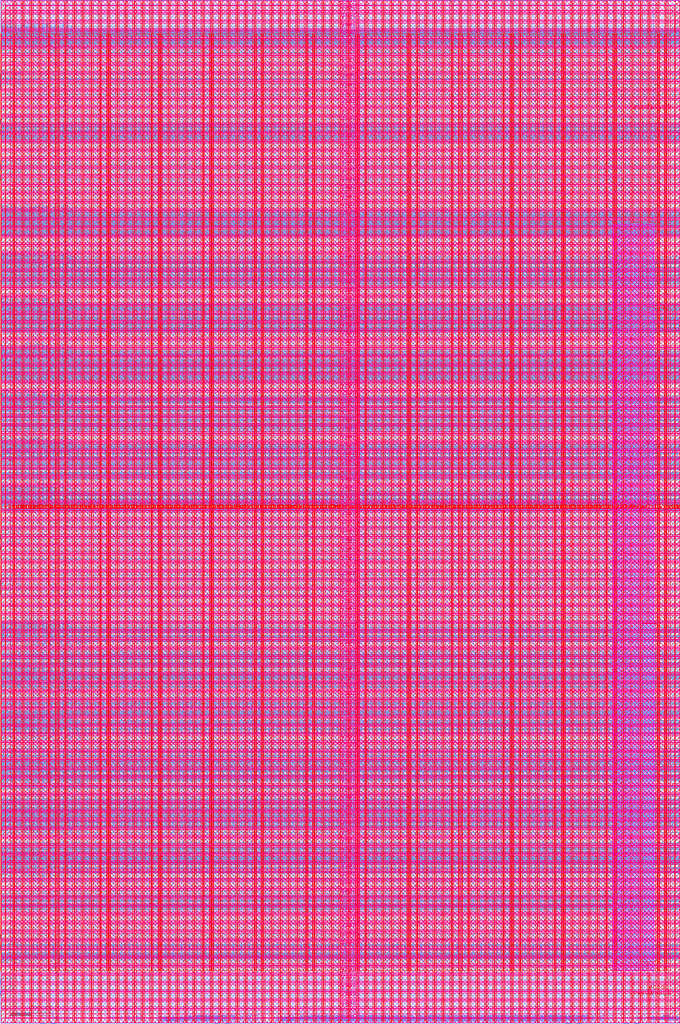
<source format=lef>
VERSION 5.7 ;
  NOWIREEXTENSIONATPIN ON ;
  DIVIDERCHAR "/" ;
  BUSBITCHARS "[]" ;
MACRO openframe_project_wrapper
  CLASS BLOCK ;
  FOREIGN openframe_project_wrapper ;
  ORIGIN 0.000 0.000 ;
  SIZE 3166.630 BY 4766.630 ;
  PIN analog_io[0]
    DIRECTION INOUT ;
    USE SIGNAL ;
    PORT
      LAYER met3 ;
        RECT 3166.330 306.190 3168.630 306.830 ;
    END
  END analog_io[0]
  PIN analog_io[10]
    DIRECTION INOUT ;
    USE SIGNAL ;
    PORT
      LAYER met3 ;
        RECT 3166.330 3222.190 3168.630 3222.830 ;
    END
  END analog_io[10]
  PIN analog_io[11]
    DIRECTION INOUT ;
    USE SIGNAL ;
    PORT
      LAYER met3 ;
        RECT 3166.330 3447.190 3168.630 3447.830 ;
    END
  END analog_io[11]
  PIN analog_io[12]
    DIRECTION INOUT ;
    USE SIGNAL ;
    PORT
      LAYER met3 ;
        RECT 3166.330 3672.190 3168.630 3672.830 ;
    END
  END analog_io[12]
  PIN analog_io[13]
    DIRECTION INOUT ;
    USE SIGNAL ;
    PORT
      LAYER met3 ;
        RECT 3166.330 4118.190 3168.630 4118.830 ;
    END
  END analog_io[13]
  PIN analog_io[14]
    DIRECTION INOUT ;
    USE SIGNAL ;
    PORT
      LAYER met3 ;
        RECT 3166.330 4564.190 3168.630 4564.830 ;
    END
  END analog_io[14]
  PIN analog_io[15]
    DIRECTION INOUT ;
    USE SIGNAL ;
    PORT
      LAYER met2 ;
        RECT 2981.800 4766.350 2982.440 4768.630 ;
    END
  END analog_io[15]
  PIN analog_io[16]
    DIRECTION INOUT ;
    USE SIGNAL ;
    PORT
      LAYER met2 ;
        RECT 2472.800 4766.350 2473.440 4768.630 ;
    END
  END analog_io[16]
  PIN analog_io[17]
    DIRECTION INOUT ;
    USE SIGNAL ;
    PORT
      LAYER met2 ;
        RECT 2215.800 4766.350 2216.440 4768.630 ;
    END
  END analog_io[17]
  PIN analog_io[18]
    DIRECTION INOUT ;
    USE SIGNAL ;
    PORT
      LAYER met2 ;
        RECT 1770.800 4766.350 1771.440 4768.630 ;
    END
  END analog_io[18]
  PIN analog_io[19]
    DIRECTION INOUT ;
    USE SIGNAL ;
    PORT
      LAYER met2 ;
        RECT 1261.800 4766.350 1262.440 4768.630 ;
    END
  END analog_io[19]
  PIN analog_io[1]
    DIRECTION INOUT ;
    USE SIGNAL ;
    PORT
      LAYER met3 ;
        RECT 3166.330 532.190 3168.630 532.830 ;
    END
  END analog_io[1]
  PIN analog_io[20]
    DIRECTION INOUT ;
    USE SIGNAL ;
    PORT
      LAYER met2 ;
        RECT 1003.800 4766.350 1004.440 4768.630 ;
    END
  END analog_io[20]
  PIN analog_io[21]
    DIRECTION INOUT ;
    USE SIGNAL ;
    PORT
      LAYER met2 ;
        RECT 746.800 4766.350 747.440 4768.630 ;
    END
  END analog_io[21]
  PIN analog_io[22]
    DIRECTION INOUT ;
    USE SIGNAL ;
    PORT
      LAYER met2 ;
        RECT 489.800 4766.350 490.440 4768.630 ;
    END
  END analog_io[22]
  PIN analog_io[23]
    DIRECTION INOUT ;
    USE SIGNAL ;
    PORT
      LAYER met2 ;
        RECT 232.800 4766.350 233.440 4768.630 ;
    END
  END analog_io[23]
  PIN analog_io[24]
    DIRECTION INOUT ;
    USE SIGNAL ;
    PORT
      LAYER met3 ;
        RECT -2.000 4622.800 0.300 4623.440 ;
    END
  END analog_io[24]
  PIN analog_io[25]
    DIRECTION INOUT ;
    USE SIGNAL ;
    PORT
      LAYER met3 ;
        RECT -2.000 3773.800 0.300 3774.440 ;
    END
  END analog_io[25]
  PIN analog_io[26]
    DIRECTION INOUT ;
    USE SIGNAL ;
    PORT
      LAYER met3 ;
        RECT -2.000 3557.800 0.300 3558.440 ;
    END
  END analog_io[26]
  PIN analog_io[27]
    DIRECTION INOUT ;
    USE SIGNAL ;
    PORT
      LAYER met3 ;
        RECT -2.000 3341.800 0.300 3342.440 ;
    END
  END analog_io[27]
  PIN analog_io[28]
    DIRECTION INOUT ;
    USE SIGNAL ;
    PORT
      LAYER met3 ;
        RECT -2.000 3125.800 0.300 3126.440 ;
    END
  END analog_io[28]
  PIN analog_io[29]
    DIRECTION INOUT ;
    USE SIGNAL ;
    PORT
      LAYER met3 ;
        RECT -2.000 2909.800 0.300 2910.440 ;
    END
  END analog_io[29]
  PIN analog_io[2]
    DIRECTION INOUT ;
    USE SIGNAL ;
    PORT
      LAYER met3 ;
        RECT 3166.330 757.190 3168.630 757.830 ;
    END
  END analog_io[2]
  PIN analog_io[30]
    DIRECTION INOUT ;
    USE SIGNAL ;
    PORT
      LAYER met3 ;
        RECT -2.000 2693.800 0.300 2694.440 ;
    END
  END analog_io[30]
  PIN analog_io[31]
    DIRECTION INOUT ;
    USE SIGNAL ;
    PORT
      LAYER met3 ;
        RECT -2.000 2477.800 0.300 2478.440 ;
    END
  END analog_io[31]
  PIN analog_io[32]
    DIRECTION INOUT ;
    USE SIGNAL ;
    PORT
      LAYER met3 ;
        RECT -2.000 1839.800 0.300 1840.440 ;
    END
  END analog_io[32]
  PIN analog_io[33]
    DIRECTION INOUT ;
    USE SIGNAL ;
    PORT
      LAYER met3 ;
        RECT -2.000 1623.800 0.300 1624.440 ;
    END
  END analog_io[33]
  PIN analog_io[34]
    DIRECTION INOUT ;
    USE SIGNAL ;
    PORT
      LAYER met3 ;
        RECT -2.000 1407.800 0.300 1408.440 ;
    END
  END analog_io[34]
  PIN analog_io[35]
    DIRECTION INOUT ;
    USE SIGNAL ;
    PORT
      LAYER met3 ;
        RECT -2.000 1191.800 0.300 1192.440 ;
    END
  END analog_io[35]
  PIN analog_io[36]
    DIRECTION INOUT ;
    USE SIGNAL ;
    PORT
      LAYER met3 ;
        RECT -2.000 975.800 0.300 976.440 ;
    END
  END analog_io[36]
  PIN analog_io[37]
    DIRECTION INOUT ;
    USE SIGNAL ;
    PORT
      LAYER met3 ;
        RECT -2.000 759.800 0.300 760.440 ;
    END
  END analog_io[37]
  PIN analog_io[38]
    DIRECTION INOUT ;
    USE SIGNAL ;
    PORT
      LAYER met2 ;
        RECT 738.190 -2.000 738.830 0.280 ;
    END
  END analog_io[38]
  PIN analog_io[39]
    DIRECTION INOUT ;
    USE SIGNAL ;
    PORT
      LAYER met2 ;
        RECT 1281.190 -2.000 1281.830 0.280 ;
    END
  END analog_io[39]
  PIN analog_io[3]
    DIRECTION INOUT ;
    USE SIGNAL ;
    PORT
      LAYER met3 ;
        RECT 3166.330 983.190 3168.630 983.830 ;
    END
  END analog_io[3]
  PIN analog_io[40]
    DIRECTION INOUT ;
    USE SIGNAL ;
    PORT
      LAYER met2 ;
        RECT 1555.190 -2.000 1555.830 0.280 ;
    END
  END analog_io[40]
  PIN analog_io[41]
    DIRECTION INOUT ;
    USE SIGNAL ;
    PORT
      LAYER met2 ;
        RECT 1829.190 -2.000 1829.830 0.280 ;
    END
  END analog_io[41]
  PIN analog_io[42]
    DIRECTION INOUT ;
    USE SIGNAL ;
    PORT
      LAYER met2 ;
        RECT 2103.190 -2.000 2103.830 0.280 ;
    END
  END analog_io[42]
  PIN analog_io[43]
    DIRECTION INOUT ;
    USE SIGNAL ;
    PORT
      LAYER met2 ;
        RECT 2377.190 -2.000 2377.830 0.280 ;
    END
  END analog_io[43]
  PIN analog_io[4]
    DIRECTION INOUT ;
    USE SIGNAL ;
    PORT
      LAYER met3 ;
        RECT 3166.330 1208.190 3168.630 1208.830 ;
    END
  END analog_io[4]
  PIN analog_io[5]
    DIRECTION INOUT ;
    USE SIGNAL ;
    PORT
      LAYER met3 ;
        RECT 3166.330 1433.190 3168.630 1433.830 ;
    END
  END analog_io[5]
  PIN analog_io[6]
    DIRECTION INOUT ;
    USE SIGNAL ;
    PORT
      LAYER met3 ;
        RECT 3166.330 1659.190 3168.630 1659.830 ;
    END
  END analog_io[6]
  PIN analog_io[7]
    DIRECTION INOUT ;
    USE SIGNAL ;
    PORT
      LAYER met3 ;
        RECT 3166.330 2545.190 3168.630 2545.830 ;
    END
  END analog_io[7]
  PIN analog_io[8]
    DIRECTION INOUT ;
    USE SIGNAL ;
    PORT
      LAYER met3 ;
        RECT 3166.330 2771.190 3168.630 2771.830 ;
    END
  END analog_io[8]
  PIN analog_io[9]
    DIRECTION INOUT ;
    USE SIGNAL ;
    PORT
      LAYER met3 ;
        RECT 3166.330 2996.190 3168.630 2996.830 ;
    END
  END analog_io[9]
  PIN analog_noesd_io[0]
    DIRECTION INOUT ;
    USE SIGNAL ;
    PORT
      LAYER met3 ;
        RECT 3166.330 315.175 3168.630 316.245 ;
    END
  END analog_noesd_io[0]
  PIN analog_noesd_io[10]
    DIRECTION INOUT ;
    USE SIGNAL ;
    PORT
      LAYER met3 ;
        RECT 3166.330 3231.175 3168.630 3232.245 ;
    END
  END analog_noesd_io[10]
  PIN analog_noesd_io[11]
    DIRECTION INOUT ;
    USE SIGNAL ;
    PORT
      LAYER met3 ;
        RECT 3166.330 3456.175 3168.630 3457.245 ;
    END
  END analog_noesd_io[11]
  PIN analog_noesd_io[12]
    DIRECTION INOUT ;
    USE SIGNAL ;
    PORT
      LAYER met3 ;
        RECT 3166.330 3681.175 3168.630 3682.245 ;
    END
  END analog_noesd_io[12]
  PIN analog_noesd_io[13]
    DIRECTION INOUT ;
    USE SIGNAL ;
    PORT
      LAYER met3 ;
        RECT 3166.330 4127.175 3168.630 4128.245 ;
    END
  END analog_noesd_io[13]
  PIN analog_noesd_io[14]
    DIRECTION INOUT ;
    USE SIGNAL ;
    PORT
      LAYER met3 ;
        RECT 3166.330 4573.175 3168.630 4574.245 ;
    END
  END analog_noesd_io[14]
  PIN analog_noesd_io[15]
    DIRECTION INOUT ;
    USE SIGNAL ;
    PORT
      LAYER met2 ;
        RECT 2972.385 4766.350 2973.455 4768.630 ;
    END
  END analog_noesd_io[15]
  PIN analog_noesd_io[16]
    DIRECTION INOUT ;
    USE SIGNAL ;
    PORT
      LAYER met2 ;
        RECT 2463.385 4766.350 2464.455 4768.630 ;
    END
  END analog_noesd_io[16]
  PIN analog_noesd_io[17]
    DIRECTION INOUT ;
    USE SIGNAL ;
    PORT
      LAYER met2 ;
        RECT 2206.385 4766.350 2207.455 4768.630 ;
    END
  END analog_noesd_io[17]
  PIN analog_noesd_io[18]
    DIRECTION INOUT ;
    USE SIGNAL ;
    PORT
      LAYER met2 ;
        RECT 1761.385 4766.350 1762.455 4768.630 ;
    END
  END analog_noesd_io[18]
  PIN analog_noesd_io[19]
    DIRECTION INOUT ;
    USE SIGNAL ;
    PORT
      LAYER met2 ;
        RECT 1252.385 4766.350 1253.455 4768.630 ;
    END
  END analog_noesd_io[19]
  PIN analog_noesd_io[1]
    DIRECTION INOUT ;
    USE SIGNAL ;
    PORT
      LAYER met3 ;
        RECT 3166.330 541.175 3168.630 542.245 ;
    END
  END analog_noesd_io[1]
  PIN analog_noesd_io[20]
    DIRECTION INOUT ;
    USE SIGNAL ;
    PORT
      LAYER met2 ;
        RECT 994.385 4766.350 995.455 4768.630 ;
    END
  END analog_noesd_io[20]
  PIN analog_noesd_io[21]
    DIRECTION INOUT ;
    USE SIGNAL ;
    PORT
      LAYER met2 ;
        RECT 737.385 4766.350 738.455 4768.630 ;
    END
  END analog_noesd_io[21]
  PIN analog_noesd_io[22]
    DIRECTION INOUT ;
    USE SIGNAL ;
    PORT
      LAYER met2 ;
        RECT 480.385 4766.350 481.455 4768.630 ;
    END
  END analog_noesd_io[22]
  PIN analog_noesd_io[23]
    DIRECTION INOUT ;
    USE SIGNAL ;
    PORT
      LAYER met2 ;
        RECT 223.385 4766.350 224.455 4768.630 ;
    END
  END analog_noesd_io[23]
  PIN analog_noesd_io[24]
    DIRECTION INOUT ;
    USE SIGNAL ;
    PORT
      LAYER met3 ;
        RECT -2.000 4613.385 0.300 4614.455 ;
    END
  END analog_noesd_io[24]
  PIN analog_noesd_io[25]
    DIRECTION INOUT ;
    USE SIGNAL ;
    PORT
      LAYER met3 ;
        RECT -2.000 3764.385 0.300 3765.455 ;
    END
  END analog_noesd_io[25]
  PIN analog_noesd_io[26]
    DIRECTION INOUT ;
    USE SIGNAL ;
    PORT
      LAYER met3 ;
        RECT -2.000 3548.385 0.300 3549.455 ;
    END
  END analog_noesd_io[26]
  PIN analog_noesd_io[27]
    DIRECTION INOUT ;
    USE SIGNAL ;
    PORT
      LAYER met3 ;
        RECT -2.000 3332.385 0.300 3333.455 ;
    END
  END analog_noesd_io[27]
  PIN analog_noesd_io[28]
    DIRECTION INOUT ;
    USE SIGNAL ;
    PORT
      LAYER met3 ;
        RECT -2.000 3116.385 0.300 3117.455 ;
    END
  END analog_noesd_io[28]
  PIN analog_noesd_io[29]
    DIRECTION INOUT ;
    USE SIGNAL ;
    PORT
      LAYER met3 ;
        RECT -2.000 2900.385 0.300 2901.455 ;
    END
  END analog_noesd_io[29]
  PIN analog_noesd_io[2]
    DIRECTION INOUT ;
    USE SIGNAL ;
    PORT
      LAYER met3 ;
        RECT 3166.330 766.175 3168.630 767.245 ;
    END
  END analog_noesd_io[2]
  PIN analog_noesd_io[30]
    DIRECTION INOUT ;
    USE SIGNAL ;
    PORT
      LAYER met3 ;
        RECT -2.000 2684.385 0.300 2685.455 ;
    END
  END analog_noesd_io[30]
  PIN analog_noesd_io[31]
    DIRECTION INOUT ;
    USE SIGNAL ;
    PORT
      LAYER met3 ;
        RECT -2.000 2468.385 0.300 2469.455 ;
    END
  END analog_noesd_io[31]
  PIN analog_noesd_io[32]
    DIRECTION INOUT ;
    USE SIGNAL ;
    PORT
      LAYER met3 ;
        RECT -2.000 1830.385 0.300 1831.455 ;
    END
  END analog_noesd_io[32]
  PIN analog_noesd_io[33]
    DIRECTION INOUT ;
    USE SIGNAL ;
    PORT
      LAYER met3 ;
        RECT -2.000 1614.385 0.300 1615.455 ;
    END
  END analog_noesd_io[33]
  PIN analog_noesd_io[34]
    DIRECTION INOUT ;
    USE SIGNAL ;
    PORT
      LAYER met3 ;
        RECT -2.000 1398.385 0.300 1399.455 ;
    END
  END analog_noesd_io[34]
  PIN analog_noesd_io[35]
    DIRECTION INOUT ;
    USE SIGNAL ;
    PORT
      LAYER met3 ;
        RECT -2.000 1182.385 0.300 1183.455 ;
    END
  END analog_noesd_io[35]
  PIN analog_noesd_io[36]
    DIRECTION INOUT ;
    USE SIGNAL ;
    PORT
      LAYER met3 ;
        RECT -2.000 966.385 0.300 967.455 ;
    END
  END analog_noesd_io[36]
  PIN analog_noesd_io[37]
    DIRECTION INOUT ;
    USE SIGNAL ;
    PORT
      LAYER met3 ;
        RECT -2.000 750.385 0.300 751.455 ;
    END
  END analog_noesd_io[37]
  PIN analog_noesd_io[38]
    DIRECTION INOUT ;
    USE SIGNAL ;
    PORT
      LAYER met2 ;
        RECT 747.175 -2.000 748.245 0.280 ;
    END
  END analog_noesd_io[38]
  PIN analog_noesd_io[39]
    DIRECTION INOUT ;
    USE SIGNAL ;
    PORT
      LAYER met2 ;
        RECT 1290.175 -2.000 1291.245 0.280 ;
    END
  END analog_noesd_io[39]
  PIN analog_noesd_io[3]
    DIRECTION INOUT ;
    USE SIGNAL ;
    PORT
      LAYER met3 ;
        RECT 3166.330 992.175 3168.630 993.245 ;
    END
  END analog_noesd_io[3]
  PIN analog_noesd_io[40]
    DIRECTION INOUT ;
    USE SIGNAL ;
    PORT
      LAYER met2 ;
        RECT 1564.175 -2.000 1565.245 0.280 ;
    END
  END analog_noesd_io[40]
  PIN analog_noesd_io[41]
    DIRECTION INOUT ;
    USE SIGNAL ;
    PORT
      LAYER met2 ;
        RECT 1838.175 -2.000 1839.245 0.280 ;
    END
  END analog_noesd_io[41]
  PIN analog_noesd_io[42]
    DIRECTION INOUT ;
    USE SIGNAL ;
    PORT
      LAYER met2 ;
        RECT 2112.175 -2.000 2113.245 0.280 ;
    END
  END analog_noesd_io[42]
  PIN analog_noesd_io[43]
    DIRECTION INOUT ;
    USE SIGNAL ;
    PORT
      LAYER met2 ;
        RECT 2386.175 -2.000 2387.245 0.280 ;
    END
  END analog_noesd_io[43]
  PIN analog_noesd_io[4]
    DIRECTION INOUT ;
    USE SIGNAL ;
    PORT
      LAYER met3 ;
        RECT 3166.330 1217.175 3168.630 1218.245 ;
    END
  END analog_noesd_io[4]
  PIN analog_noesd_io[5]
    DIRECTION INOUT ;
    USE SIGNAL ;
    PORT
      LAYER met3 ;
        RECT 3166.330 1442.175 3168.630 1443.245 ;
    END
  END analog_noesd_io[5]
  PIN analog_noesd_io[6]
    DIRECTION INOUT ;
    USE SIGNAL ;
    PORT
      LAYER met3 ;
        RECT 3166.330 1668.175 3168.630 1669.245 ;
    END
  END analog_noesd_io[6]
  PIN analog_noesd_io[7]
    DIRECTION INOUT ;
    USE SIGNAL ;
    PORT
      LAYER met3 ;
        RECT 3166.330 2554.175 3168.630 2555.245 ;
    END
  END analog_noesd_io[7]
  PIN analog_noesd_io[8]
    DIRECTION INOUT ;
    USE SIGNAL ;
    PORT
      LAYER met3 ;
        RECT 3166.330 2780.175 3168.630 2781.245 ;
    END
  END analog_noesd_io[8]
  PIN analog_noesd_io[9]
    DIRECTION INOUT ;
    USE SIGNAL ;
    PORT
      LAYER met3 ;
        RECT 3166.330 3005.175 3168.630 3006.245 ;
    END
  END analog_noesd_io[9]
  PIN gpio_analog_en[0]
    DIRECTION OUTPUT ;
    USE SIGNAL ;
    PORT
      LAYER met3 ;
        RECT 3166.330 318.300 3168.630 318.650 ;
    END
  END gpio_analog_en[0]
  PIN gpio_analog_en[10]
    DIRECTION OUTPUT ;
    USE SIGNAL ;
    PORT
      LAYER met3 ;
        RECT 3166.330 3234.300 3168.630 3234.650 ;
    END
  END gpio_analog_en[10]
  PIN gpio_analog_en[11]
    DIRECTION OUTPUT ;
    USE SIGNAL ;
    PORT
      LAYER met3 ;
        RECT 3166.330 3459.300 3168.630 3459.650 ;
    END
  END gpio_analog_en[11]
  PIN gpio_analog_en[12]
    DIRECTION OUTPUT ;
    USE SIGNAL ;
    PORT
      LAYER met3 ;
        RECT 3166.330 3684.300 3168.630 3684.650 ;
    END
  END gpio_analog_en[12]
  PIN gpio_analog_en[13]
    DIRECTION OUTPUT ;
    USE SIGNAL ;
    PORT
      LAYER met3 ;
        RECT 3166.330 4130.300 3168.630 4130.650 ;
    END
  END gpio_analog_en[13]
  PIN gpio_analog_en[14]
    DIRECTION OUTPUT ;
    USE SIGNAL ;
    PORT
      LAYER met3 ;
        RECT 3166.330 4576.300 3168.630 4576.650 ;
    END
  END gpio_analog_en[14]
  PIN gpio_analog_en[15]
    DIRECTION OUTPUT ;
    USE SIGNAL ;
    PORT
      LAYER met2 ;
        RECT 2970.020 4766.350 2970.300 4768.630 ;
    END
  END gpio_analog_en[15]
  PIN gpio_analog_en[16]
    DIRECTION OUTPUT ;
    USE SIGNAL ;
    PORT
      LAYER met2 ;
        RECT 2461.020 4766.350 2461.300 4768.630 ;
    END
  END gpio_analog_en[16]
  PIN gpio_analog_en[17]
    DIRECTION OUTPUT ;
    USE SIGNAL ;
    PORT
      LAYER met2 ;
        RECT 2204.020 4766.350 2204.300 4768.630 ;
    END
  END gpio_analog_en[17]
  PIN gpio_analog_en[18]
    DIRECTION OUTPUT ;
    USE SIGNAL ;
    PORT
      LAYER met2 ;
        RECT 1759.020 4766.350 1759.300 4768.630 ;
    END
  END gpio_analog_en[18]
  PIN gpio_analog_en[19]
    DIRECTION OUTPUT ;
    USE SIGNAL ;
    PORT
      LAYER met2 ;
        RECT 1250.020 4766.350 1250.300 4768.630 ;
    END
  END gpio_analog_en[19]
  PIN gpio_analog_en[1]
    DIRECTION OUTPUT ;
    USE SIGNAL ;
    PORT
      LAYER met3 ;
        RECT 3166.330 544.300 3168.630 544.650 ;
    END
  END gpio_analog_en[1]
  PIN gpio_analog_en[20]
    DIRECTION OUTPUT ;
    USE SIGNAL ;
    PORT
      LAYER met2 ;
        RECT 992.020 4766.350 992.300 4768.630 ;
    END
  END gpio_analog_en[20]
  PIN gpio_analog_en[21]
    DIRECTION OUTPUT ;
    USE SIGNAL ;
    PORT
      LAYER met2 ;
        RECT 735.020 4766.350 735.300 4768.630 ;
    END
  END gpio_analog_en[21]
  PIN gpio_analog_en[22]
    DIRECTION OUTPUT ;
    USE SIGNAL ;
    PORT
      LAYER met2 ;
        RECT 478.020 4766.350 478.300 4768.630 ;
    END
  END gpio_analog_en[22]
  PIN gpio_analog_en[23]
    DIRECTION OUTPUT ;
    USE SIGNAL ;
    PORT
      LAYER met2 ;
        RECT 221.020 4766.350 221.300 4768.630 ;
    END
  END gpio_analog_en[23]
  PIN gpio_analog_en[24]
    DIRECTION OUTPUT ;
    USE SIGNAL ;
    PORT
      LAYER met3 ;
        RECT -2.000 4610.980 0.300 4611.330 ;
    END
  END gpio_analog_en[24]
  PIN gpio_analog_en[25]
    DIRECTION OUTPUT ;
    USE SIGNAL ;
    PORT
      LAYER met3 ;
        RECT -2.000 3761.980 0.300 3762.330 ;
    END
  END gpio_analog_en[25]
  PIN gpio_analog_en[26]
    DIRECTION OUTPUT ;
    USE SIGNAL ;
    PORT
      LAYER met3 ;
        RECT -2.000 3545.980 0.300 3546.330 ;
    END
  END gpio_analog_en[26]
  PIN gpio_analog_en[27]
    DIRECTION OUTPUT ;
    USE SIGNAL ;
    PORT
      LAYER met3 ;
        RECT -2.000 3329.980 0.300 3330.330 ;
    END
  END gpio_analog_en[27]
  PIN gpio_analog_en[28]
    DIRECTION OUTPUT ;
    USE SIGNAL ;
    PORT
      LAYER met3 ;
        RECT -2.000 3113.980 0.300 3114.330 ;
    END
  END gpio_analog_en[28]
  PIN gpio_analog_en[29]
    DIRECTION OUTPUT ;
    USE SIGNAL ;
    PORT
      LAYER met3 ;
        RECT -2.000 2897.980 0.300 2898.330 ;
    END
  END gpio_analog_en[29]
  PIN gpio_analog_en[2]
    DIRECTION OUTPUT ;
    USE SIGNAL ;
    PORT
      LAYER met3 ;
        RECT 3166.330 769.300 3168.630 769.650 ;
    END
  END gpio_analog_en[2]
  PIN gpio_analog_en[30]
    DIRECTION OUTPUT ;
    USE SIGNAL ;
    PORT
      LAYER met3 ;
        RECT -2.000 2681.980 0.300 2682.330 ;
    END
  END gpio_analog_en[30]
  PIN gpio_analog_en[31]
    DIRECTION OUTPUT ;
    USE SIGNAL ;
    PORT
      LAYER met3 ;
        RECT -2.000 2465.980 0.300 2466.330 ;
    END
  END gpio_analog_en[31]
  PIN gpio_analog_en[32]
    DIRECTION OUTPUT ;
    USE SIGNAL ;
    PORT
      LAYER met3 ;
        RECT -2.000 1827.980 0.300 1828.330 ;
    END
  END gpio_analog_en[32]
  PIN gpio_analog_en[33]
    DIRECTION OUTPUT ;
    USE SIGNAL ;
    PORT
      LAYER met3 ;
        RECT -2.000 1611.980 0.300 1612.330 ;
    END
  END gpio_analog_en[33]
  PIN gpio_analog_en[34]
    DIRECTION OUTPUT ;
    USE SIGNAL ;
    PORT
      LAYER met3 ;
        RECT -2.000 1395.980 0.300 1396.330 ;
    END
  END gpio_analog_en[34]
  PIN gpio_analog_en[35]
    DIRECTION OUTPUT ;
    USE SIGNAL ;
    PORT
      LAYER met3 ;
        RECT -2.000 1179.980 0.300 1180.330 ;
    END
  END gpio_analog_en[35]
  PIN gpio_analog_en[36]
    DIRECTION OUTPUT ;
    USE SIGNAL ;
    PORT
      LAYER met3 ;
        RECT -2.000 963.980 0.300 964.330 ;
    END
  END gpio_analog_en[36]
  PIN gpio_analog_en[37]
    DIRECTION OUTPUT ;
    USE SIGNAL ;
    PORT
      LAYER met3 ;
        RECT -2.000 747.980 0.300 748.330 ;
    END
  END gpio_analog_en[37]
  PIN gpio_analog_en[38]
    DIRECTION OUTPUT ;
    USE SIGNAL ;
    PORT
      LAYER met2 ;
        RECT 750.330 -2.000 750.610 0.280 ;
    END
  END gpio_analog_en[38]
  PIN gpio_analog_en[39]
    DIRECTION OUTPUT ;
    USE SIGNAL ;
    PORT
      LAYER met2 ;
        RECT 1293.330 -2.000 1293.610 0.280 ;
    END
  END gpio_analog_en[39]
  PIN gpio_analog_en[3]
    DIRECTION OUTPUT ;
    USE SIGNAL ;
    PORT
      LAYER met3 ;
        RECT 3166.330 995.300 3168.630 995.650 ;
    END
  END gpio_analog_en[3]
  PIN gpio_analog_en[40]
    DIRECTION OUTPUT ;
    USE SIGNAL ;
    PORT
      LAYER met2 ;
        RECT 1567.330 -2.000 1567.610 0.280 ;
    END
  END gpio_analog_en[40]
  PIN gpio_analog_en[41]
    DIRECTION OUTPUT ;
    USE SIGNAL ;
    PORT
      LAYER met2 ;
        RECT 1841.330 -2.000 1841.610 0.280 ;
    END
  END gpio_analog_en[41]
  PIN gpio_analog_en[42]
    DIRECTION OUTPUT ;
    USE SIGNAL ;
    PORT
      LAYER met2 ;
        RECT 2115.330 -2.000 2115.610 0.280 ;
    END
  END gpio_analog_en[42]
  PIN gpio_analog_en[43]
    DIRECTION OUTPUT ;
    USE SIGNAL ;
    PORT
      LAYER met2 ;
        RECT 2389.330 -2.000 2389.610 0.280 ;
    END
  END gpio_analog_en[43]
  PIN gpio_analog_en[4]
    DIRECTION OUTPUT ;
    USE SIGNAL ;
    PORT
      LAYER met3 ;
        RECT 3166.330 1220.300 3168.630 1220.650 ;
    END
  END gpio_analog_en[4]
  PIN gpio_analog_en[5]
    DIRECTION OUTPUT ;
    USE SIGNAL ;
    PORT
      LAYER met3 ;
        RECT 3166.330 1445.300 3168.630 1445.650 ;
    END
  END gpio_analog_en[5]
  PIN gpio_analog_en[6]
    DIRECTION OUTPUT ;
    USE SIGNAL ;
    PORT
      LAYER met3 ;
        RECT 3166.330 1671.300 3168.630 1671.650 ;
    END
  END gpio_analog_en[6]
  PIN gpio_analog_en[7]
    DIRECTION OUTPUT ;
    USE SIGNAL ;
    PORT
      LAYER met3 ;
        RECT 3166.330 2557.300 3168.630 2557.650 ;
    END
  END gpio_analog_en[7]
  PIN gpio_analog_en[8]
    DIRECTION OUTPUT ;
    USE SIGNAL ;
    PORT
      LAYER met3 ;
        RECT 3166.330 2783.300 3168.630 2783.650 ;
    END
  END gpio_analog_en[8]
  PIN gpio_analog_en[9]
    DIRECTION OUTPUT ;
    USE SIGNAL ;
    PORT
      LAYER met3 ;
        RECT 3166.330 3008.300 3168.630 3008.650 ;
    END
  END gpio_analog_en[9]
  PIN gpio_analog_pol[0]
    DIRECTION OUTPUT ;
    USE SIGNAL ;
    PORT
      LAYER met3 ;
        RECT 3166.330 324.740 3168.630 325.090 ;
    END
  END gpio_analog_pol[0]
  PIN gpio_analog_pol[10]
    DIRECTION OUTPUT ;
    USE SIGNAL ;
    PORT
      LAYER met3 ;
        RECT 3166.330 3240.740 3168.630 3241.090 ;
    END
  END gpio_analog_pol[10]
  PIN gpio_analog_pol[11]
    DIRECTION OUTPUT ;
    USE SIGNAL ;
    PORT
      LAYER met3 ;
        RECT 3166.330 3465.740 3168.630 3466.090 ;
    END
  END gpio_analog_pol[11]
  PIN gpio_analog_pol[12]
    DIRECTION OUTPUT ;
    USE SIGNAL ;
    PORT
      LAYER met3 ;
        RECT 3166.330 3690.740 3168.630 3691.090 ;
    END
  END gpio_analog_pol[12]
  PIN gpio_analog_pol[13]
    DIRECTION OUTPUT ;
    USE SIGNAL ;
    PORT
      LAYER met3 ;
        RECT 3166.330 4136.740 3168.630 4137.090 ;
    END
  END gpio_analog_pol[13]
  PIN gpio_analog_pol[14]
    DIRECTION OUTPUT ;
    USE SIGNAL ;
    PORT
      LAYER met3 ;
        RECT 3166.330 4582.740 3168.630 4583.090 ;
    END
  END gpio_analog_pol[14]
  PIN gpio_analog_pol[15]
    DIRECTION OUTPUT ;
    USE SIGNAL ;
    PORT
      LAYER met2 ;
        RECT 2963.580 4766.350 2963.860 4768.630 ;
    END
  END gpio_analog_pol[15]
  PIN gpio_analog_pol[16]
    DIRECTION OUTPUT ;
    USE SIGNAL ;
    PORT
      LAYER met2 ;
        RECT 2454.580 4766.350 2454.860 4768.630 ;
    END
  END gpio_analog_pol[16]
  PIN gpio_analog_pol[17]
    DIRECTION OUTPUT ;
    USE SIGNAL ;
    PORT
      LAYER met2 ;
        RECT 2197.580 4766.350 2197.860 4768.630 ;
    END
  END gpio_analog_pol[17]
  PIN gpio_analog_pol[18]
    DIRECTION OUTPUT ;
    USE SIGNAL ;
    PORT
      LAYER met2 ;
        RECT 1752.580 4766.350 1752.860 4768.630 ;
    END
  END gpio_analog_pol[18]
  PIN gpio_analog_pol[19]
    DIRECTION OUTPUT ;
    USE SIGNAL ;
    PORT
      LAYER met2 ;
        RECT 1243.580 4766.350 1243.860 4768.630 ;
    END
  END gpio_analog_pol[19]
  PIN gpio_analog_pol[1]
    DIRECTION OUTPUT ;
    USE SIGNAL ;
    PORT
      LAYER met3 ;
        RECT 3166.330 550.740 3168.630 551.090 ;
    END
  END gpio_analog_pol[1]
  PIN gpio_analog_pol[20]
    DIRECTION OUTPUT ;
    USE SIGNAL ;
    PORT
      LAYER met2 ;
        RECT 985.580 4766.350 985.860 4768.630 ;
    END
  END gpio_analog_pol[20]
  PIN gpio_analog_pol[21]
    DIRECTION OUTPUT ;
    USE SIGNAL ;
    PORT
      LAYER met2 ;
        RECT 728.580 4766.220 728.860 4768.630 ;
    END
  END gpio_analog_pol[21]
  PIN gpio_analog_pol[22]
    DIRECTION OUTPUT ;
    USE SIGNAL ;
    PORT
      LAYER met2 ;
        RECT 471.580 4766.350 471.860 4768.630 ;
    END
  END gpio_analog_pol[22]
  PIN gpio_analog_pol[23]
    DIRECTION OUTPUT ;
    USE SIGNAL ;
    PORT
      LAYER met2 ;
        RECT 214.580 4766.350 214.860 4768.630 ;
    END
  END gpio_analog_pol[23]
  PIN gpio_analog_pol[24]
    DIRECTION OUTPUT ;
    USE SIGNAL ;
    PORT
      LAYER met3 ;
        RECT -2.000 4604.540 0.300 4604.890 ;
    END
  END gpio_analog_pol[24]
  PIN gpio_analog_pol[25]
    DIRECTION OUTPUT ;
    USE SIGNAL ;
    PORT
      LAYER met3 ;
        RECT -2.000 3755.540 0.300 3755.890 ;
    END
  END gpio_analog_pol[25]
  PIN gpio_analog_pol[26]
    DIRECTION OUTPUT ;
    USE SIGNAL ;
    PORT
      LAYER met3 ;
        RECT -2.000 3539.540 0.300 3539.890 ;
    END
  END gpio_analog_pol[26]
  PIN gpio_analog_pol[27]
    DIRECTION OUTPUT ;
    USE SIGNAL ;
    PORT
      LAYER met3 ;
        RECT -2.000 3323.540 0.300 3323.890 ;
    END
  END gpio_analog_pol[27]
  PIN gpio_analog_pol[28]
    DIRECTION OUTPUT ;
    USE SIGNAL ;
    PORT
      LAYER met3 ;
        RECT -2.000 3107.540 0.300 3107.890 ;
    END
  END gpio_analog_pol[28]
  PIN gpio_analog_pol[29]
    DIRECTION OUTPUT ;
    USE SIGNAL ;
    PORT
      LAYER met3 ;
        RECT -2.000 2891.540 0.300 2891.890 ;
    END
  END gpio_analog_pol[29]
  PIN gpio_analog_pol[2]
    DIRECTION OUTPUT ;
    USE SIGNAL ;
    PORT
      LAYER met3 ;
        RECT 3166.330 775.740 3168.630 776.090 ;
    END
  END gpio_analog_pol[2]
  PIN gpio_analog_pol[30]
    DIRECTION OUTPUT ;
    USE SIGNAL ;
    PORT
      LAYER met3 ;
        RECT -2.000 2675.540 0.300 2675.890 ;
    END
  END gpio_analog_pol[30]
  PIN gpio_analog_pol[31]
    DIRECTION OUTPUT ;
    USE SIGNAL ;
    PORT
      LAYER met3 ;
        RECT -2.000 2459.540 0.300 2459.890 ;
    END
  END gpio_analog_pol[31]
  PIN gpio_analog_pol[32]
    DIRECTION OUTPUT ;
    USE SIGNAL ;
    PORT
      LAYER met3 ;
        RECT -2.000 1821.540 0.300 1821.890 ;
    END
  END gpio_analog_pol[32]
  PIN gpio_analog_pol[33]
    DIRECTION OUTPUT ;
    USE SIGNAL ;
    PORT
      LAYER met3 ;
        RECT -2.000 1605.540 0.300 1605.890 ;
    END
  END gpio_analog_pol[33]
  PIN gpio_analog_pol[34]
    DIRECTION OUTPUT ;
    USE SIGNAL ;
    PORT
      LAYER met3 ;
        RECT -2.000 1389.540 0.300 1389.890 ;
    END
  END gpio_analog_pol[34]
  PIN gpio_analog_pol[35]
    DIRECTION OUTPUT ;
    USE SIGNAL ;
    PORT
      LAYER met3 ;
        RECT -2.000 1173.540 0.300 1173.890 ;
    END
  END gpio_analog_pol[35]
  PIN gpio_analog_pol[36]
    DIRECTION OUTPUT ;
    USE SIGNAL ;
    PORT
      LAYER met3 ;
        RECT -2.000 957.540 0.300 957.890 ;
    END
  END gpio_analog_pol[36]
  PIN gpio_analog_pol[37]
    DIRECTION OUTPUT ;
    USE SIGNAL ;
    PORT
      LAYER met3 ;
        RECT -2.000 741.540 0.300 741.890 ;
    END
  END gpio_analog_pol[37]
  PIN gpio_analog_pol[38]
    DIRECTION OUTPUT ;
    USE SIGNAL ;
    PORT
      LAYER met2 ;
        RECT 756.770 -2.000 757.050 0.280 ;
    END
  END gpio_analog_pol[38]
  PIN gpio_analog_pol[39]
    DIRECTION OUTPUT ;
    USE SIGNAL ;
    PORT
      LAYER met2 ;
        RECT 1299.770 -2.000 1300.050 0.280 ;
    END
  END gpio_analog_pol[39]
  PIN gpio_analog_pol[3]
    DIRECTION OUTPUT ;
    USE SIGNAL ;
    PORT
      LAYER met3 ;
        RECT 3166.330 1001.740 3168.630 1002.090 ;
    END
  END gpio_analog_pol[3]
  PIN gpio_analog_pol[40]
    DIRECTION OUTPUT ;
    USE SIGNAL ;
    PORT
      LAYER met2 ;
        RECT 1573.770 -2.000 1574.050 0.280 ;
    END
  END gpio_analog_pol[40]
  PIN gpio_analog_pol[41]
    DIRECTION OUTPUT ;
    USE SIGNAL ;
    PORT
      LAYER met2 ;
        RECT 1847.770 -2.000 1848.050 0.280 ;
    END
  END gpio_analog_pol[41]
  PIN gpio_analog_pol[42]
    DIRECTION OUTPUT ;
    USE SIGNAL ;
    PORT
      LAYER met2 ;
        RECT 2121.770 -2.000 2122.050 0.280 ;
    END
  END gpio_analog_pol[42]
  PIN gpio_analog_pol[43]
    DIRECTION OUTPUT ;
    USE SIGNAL ;
    PORT
      LAYER met2 ;
        RECT 2395.770 -2.000 2396.050 0.280 ;
    END
  END gpio_analog_pol[43]
  PIN gpio_analog_pol[4]
    DIRECTION OUTPUT ;
    USE SIGNAL ;
    PORT
      LAYER met3 ;
        RECT 3166.330 1226.740 3168.630 1227.090 ;
    END
  END gpio_analog_pol[4]
  PIN gpio_analog_pol[5]
    DIRECTION OUTPUT ;
    USE SIGNAL ;
    PORT
      LAYER met3 ;
        RECT 3166.330 1451.740 3168.630 1452.090 ;
    END
  END gpio_analog_pol[5]
  PIN gpio_analog_pol[6]
    DIRECTION OUTPUT ;
    USE SIGNAL ;
    PORT
      LAYER met3 ;
        RECT 3166.330 1677.740 3168.630 1678.090 ;
    END
  END gpio_analog_pol[6]
  PIN gpio_analog_pol[7]
    DIRECTION OUTPUT ;
    USE SIGNAL ;
    PORT
      LAYER met3 ;
        RECT 3166.030 2563.740 3168.630 2564.090 ;
    END
  END gpio_analog_pol[7]
  PIN gpio_analog_pol[8]
    DIRECTION OUTPUT ;
    USE SIGNAL ;
    PORT
      LAYER met3 ;
        RECT 3166.330 2789.740 3168.630 2790.090 ;
    END
  END gpio_analog_pol[8]
  PIN gpio_analog_pol[9]
    DIRECTION OUTPUT ;
    USE SIGNAL ;
    PORT
      LAYER met3 ;
        RECT 3166.330 3014.740 3168.630 3015.090 ;
    END
  END gpio_analog_pol[9]
  PIN gpio_analog_sel[0]
    DIRECTION OUTPUT ;
    USE SIGNAL ;
    PORT
      LAYER met3 ;
        RECT 3166.330 339.920 3168.630 340.270 ;
    END
  END gpio_analog_sel[0]
  PIN gpio_analog_sel[10]
    DIRECTION OUTPUT ;
    USE SIGNAL ;
    PORT
      LAYER met3 ;
        RECT 3166.330 3255.920 3168.630 3256.270 ;
    END
  END gpio_analog_sel[10]
  PIN gpio_analog_sel[11]
    DIRECTION OUTPUT ;
    USE SIGNAL ;
    PORT
      LAYER met3 ;
        RECT 3166.330 3480.920 3168.630 3481.270 ;
    END
  END gpio_analog_sel[11]
  PIN gpio_analog_sel[12]
    DIRECTION OUTPUT ;
    USE SIGNAL ;
    PORT
      LAYER met3 ;
        RECT 3166.030 3705.920 3168.630 3706.270 ;
    END
  END gpio_analog_sel[12]
  PIN gpio_analog_sel[13]
    DIRECTION OUTPUT ;
    USE SIGNAL ;
    PORT
      LAYER met3 ;
        RECT 3166.330 4151.920 3168.630 4152.270 ;
    END
  END gpio_analog_sel[13]
  PIN gpio_analog_sel[14]
    DIRECTION OUTPUT ;
    USE SIGNAL ;
    PORT
      LAYER met3 ;
        RECT 3166.330 4597.920 3168.630 4598.270 ;
    END
  END gpio_analog_sel[14]
  PIN gpio_analog_sel[15]
    DIRECTION OUTPUT ;
    USE SIGNAL ;
    PORT
      LAYER met2 ;
        RECT 2948.400 4766.350 2948.680 4768.630 ;
    END
  END gpio_analog_sel[15]
  PIN gpio_analog_sel[16]
    DIRECTION OUTPUT ;
    USE SIGNAL ;
    PORT
      LAYER met2 ;
        RECT 2439.400 4766.350 2439.680 4768.630 ;
    END
  END gpio_analog_sel[16]
  PIN gpio_analog_sel[17]
    DIRECTION OUTPUT ;
    USE SIGNAL ;
    PORT
      LAYER met2 ;
        RECT 2182.400 4766.350 2182.680 4768.630 ;
    END
  END gpio_analog_sel[17]
  PIN gpio_analog_sel[18]
    DIRECTION OUTPUT ;
    USE SIGNAL ;
    PORT
      LAYER met2 ;
        RECT 1737.400 4766.350 1737.680 4768.630 ;
    END
  END gpio_analog_sel[18]
  PIN gpio_analog_sel[19]
    DIRECTION OUTPUT ;
    USE SIGNAL ;
    PORT
      LAYER met2 ;
        RECT 1228.400 4766.220 1228.680 4768.630 ;
    END
  END gpio_analog_sel[19]
  PIN gpio_analog_sel[1]
    DIRECTION OUTPUT ;
    USE SIGNAL ;
    PORT
      LAYER met3 ;
        RECT 3166.330 565.920 3168.630 566.270 ;
    END
  END gpio_analog_sel[1]
  PIN gpio_analog_sel[20]
    DIRECTION OUTPUT ;
    USE SIGNAL ;
    PORT
      LAYER met2 ;
        RECT 970.400 4766.350 970.680 4768.630 ;
    END
  END gpio_analog_sel[20]
  PIN gpio_analog_sel[21]
    DIRECTION OUTPUT ;
    USE SIGNAL ;
    PORT
      LAYER met2 ;
        RECT 713.400 4766.350 713.680 4768.630 ;
    END
  END gpio_analog_sel[21]
  PIN gpio_analog_sel[22]
    DIRECTION OUTPUT ;
    USE SIGNAL ;
    PORT
      LAYER met2 ;
        RECT 456.400 4766.350 456.680 4768.630 ;
    END
  END gpio_analog_sel[22]
  PIN gpio_analog_sel[23]
    DIRECTION OUTPUT ;
    USE SIGNAL ;
    PORT
      LAYER met2 ;
        RECT 199.400 4766.350 199.680 4768.630 ;
    END
  END gpio_analog_sel[23]
  PIN gpio_analog_sel[24]
    DIRECTION OUTPUT ;
    USE SIGNAL ;
    PORT
      LAYER met3 ;
        RECT -2.000 4589.360 0.300 4589.710 ;
    END
  END gpio_analog_sel[24]
  PIN gpio_analog_sel[25]
    DIRECTION OUTPUT ;
    USE SIGNAL ;
    PORT
      LAYER met3 ;
        RECT -2.000 3740.360 0.300 3740.710 ;
    END
  END gpio_analog_sel[25]
  PIN gpio_analog_sel[26]
    DIRECTION OUTPUT ;
    USE SIGNAL ;
    PORT
      LAYER met3 ;
        RECT -2.000 3524.360 0.300 3524.710 ;
    END
  END gpio_analog_sel[26]
  PIN gpio_analog_sel[27]
    DIRECTION OUTPUT ;
    USE SIGNAL ;
    PORT
      LAYER met3 ;
        RECT -2.000 3308.360 0.300 3308.710 ;
    END
  END gpio_analog_sel[27]
  PIN gpio_analog_sel[28]
    DIRECTION OUTPUT ;
    USE SIGNAL ;
    PORT
      LAYER met3 ;
        RECT -2.000 3092.360 0.300 3092.710 ;
    END
  END gpio_analog_sel[28]
  PIN gpio_analog_sel[29]
    DIRECTION OUTPUT ;
    USE SIGNAL ;
    PORT
      LAYER met3 ;
        RECT -2.000 2876.360 0.300 2876.710 ;
    END
  END gpio_analog_sel[29]
  PIN gpio_analog_sel[2]
    DIRECTION OUTPUT ;
    USE SIGNAL ;
    PORT
      LAYER met3 ;
        RECT 3166.330 790.920 3168.630 791.270 ;
    END
  END gpio_analog_sel[2]
  PIN gpio_analog_sel[30]
    DIRECTION OUTPUT ;
    USE SIGNAL ;
    PORT
      LAYER met3 ;
        RECT -2.000 2660.360 0.300 2660.710 ;
    END
  END gpio_analog_sel[30]
  PIN gpio_analog_sel[31]
    DIRECTION OUTPUT ;
    USE SIGNAL ;
    PORT
      LAYER met3 ;
        RECT -2.000 2444.360 0.300 2444.710 ;
    END
  END gpio_analog_sel[31]
  PIN gpio_analog_sel[32]
    DIRECTION OUTPUT ;
    USE SIGNAL ;
    PORT
      LAYER met3 ;
        RECT -2.000 1806.360 0.300 1806.710 ;
    END
  END gpio_analog_sel[32]
  PIN gpio_analog_sel[33]
    DIRECTION OUTPUT ;
    USE SIGNAL ;
    PORT
      LAYER met3 ;
        RECT -2.000 1590.360 0.300 1590.710 ;
    END
  END gpio_analog_sel[33]
  PIN gpio_analog_sel[34]
    DIRECTION OUTPUT ;
    USE SIGNAL ;
    PORT
      LAYER met3 ;
        RECT -2.000 1374.360 0.300 1374.710 ;
    END
  END gpio_analog_sel[34]
  PIN gpio_analog_sel[35]
    DIRECTION OUTPUT ;
    USE SIGNAL ;
    PORT
      LAYER met3 ;
        RECT -2.000 1158.360 0.300 1158.710 ;
    END
  END gpio_analog_sel[35]
  PIN gpio_analog_sel[36]
    DIRECTION OUTPUT ;
    USE SIGNAL ;
    PORT
      LAYER met3 ;
        RECT -2.000 942.360 0.300 942.710 ;
    END
  END gpio_analog_sel[36]
  PIN gpio_analog_sel[37]
    DIRECTION OUTPUT ;
    USE SIGNAL ;
    PORT
      LAYER met3 ;
        RECT -2.000 726.360 0.300 726.710 ;
    END
  END gpio_analog_sel[37]
  PIN gpio_analog_sel[38]
    DIRECTION OUTPUT ;
    USE SIGNAL ;
    PORT
      LAYER met2 ;
        RECT 771.950 -2.000 772.230 0.280 ;
    END
  END gpio_analog_sel[38]
  PIN gpio_analog_sel[39]
    DIRECTION OUTPUT ;
    USE SIGNAL ;
    PORT
      LAYER met2 ;
        RECT 1314.950 -2.000 1315.230 0.280 ;
    END
  END gpio_analog_sel[39]
  PIN gpio_analog_sel[3]
    DIRECTION OUTPUT ;
    USE SIGNAL ;
    PORT
      LAYER met3 ;
        RECT 3166.330 1016.920 3168.630 1017.270 ;
    END
  END gpio_analog_sel[3]
  PIN gpio_analog_sel[40]
    DIRECTION OUTPUT ;
    USE SIGNAL ;
    PORT
      LAYER met2 ;
        RECT 1588.950 -2.000 1589.230 0.280 ;
    END
  END gpio_analog_sel[40]
  PIN gpio_analog_sel[41]
    DIRECTION OUTPUT ;
    USE SIGNAL ;
    PORT
      LAYER met2 ;
        RECT 1862.950 -2.000 1863.230 0.280 ;
    END
  END gpio_analog_sel[41]
  PIN gpio_analog_sel[42]
    DIRECTION OUTPUT ;
    USE SIGNAL ;
    PORT
      LAYER met2 ;
        RECT 2136.950 -2.000 2137.230 0.280 ;
    END
  END gpio_analog_sel[42]
  PIN gpio_analog_sel[43]
    DIRECTION OUTPUT ;
    USE SIGNAL ;
    PORT
      LAYER met2 ;
        RECT 2410.950 -2.000 2411.230 0.280 ;
    END
  END gpio_analog_sel[43]
  PIN gpio_analog_sel[4]
    DIRECTION OUTPUT ;
    USE SIGNAL ;
    PORT
      LAYER met3 ;
        RECT 3166.330 1241.920 3168.630 1242.270 ;
    END
  END gpio_analog_sel[4]
  PIN gpio_analog_sel[5]
    DIRECTION OUTPUT ;
    USE SIGNAL ;
    PORT
      LAYER met3 ;
        RECT 3166.030 1466.920 3168.630 1467.270 ;
    END
  END gpio_analog_sel[5]
  PIN gpio_analog_sel[6]
    DIRECTION OUTPUT ;
    USE SIGNAL ;
    PORT
      LAYER met3 ;
        RECT 3166.330 1692.920 3168.630 1693.270 ;
    END
  END gpio_analog_sel[6]
  PIN gpio_analog_sel[7]
    DIRECTION OUTPUT ;
    USE SIGNAL ;
    PORT
      LAYER met3 ;
        RECT 3166.330 2578.920 3168.630 2579.270 ;
    END
  END gpio_analog_sel[7]
  PIN gpio_analog_sel[8]
    DIRECTION OUTPUT ;
    USE SIGNAL ;
    PORT
      LAYER met3 ;
        RECT 3166.330 2804.920 3168.630 2805.270 ;
    END
  END gpio_analog_sel[8]
  PIN gpio_analog_sel[9]
    DIRECTION OUTPUT ;
    USE SIGNAL ;
    PORT
      LAYER met3 ;
        RECT 3166.330 3029.920 3168.630 3030.270 ;
    END
  END gpio_analog_sel[9]
  PIN gpio_dm0[0]
    DIRECTION OUTPUT ;
    USE SIGNAL ;
    PORT
      LAYER met3 ;
        RECT 3166.330 321.520 3168.630 321.870 ;
    END
  END gpio_dm0[0]
  PIN gpio_dm0[10]
    DIRECTION OUTPUT ;
    USE SIGNAL ;
    PORT
      LAYER met3 ;
        RECT 3166.330 3237.520 3168.630 3237.870 ;
    END
  END gpio_dm0[10]
  PIN gpio_dm0[11]
    DIRECTION OUTPUT ;
    USE SIGNAL ;
    PORT
      LAYER met3 ;
        RECT 3166.330 3462.520 3168.630 3462.870 ;
    END
  END gpio_dm0[11]
  PIN gpio_dm0[12]
    DIRECTION OUTPUT ;
    USE SIGNAL ;
    PORT
      LAYER met3 ;
        RECT 3166.330 3687.520 3168.630 3687.870 ;
    END
  END gpio_dm0[12]
  PIN gpio_dm0[13]
    DIRECTION OUTPUT ;
    USE SIGNAL ;
    PORT
      LAYER met3 ;
        RECT 3166.330 4133.520 3168.630 4133.870 ;
    END
  END gpio_dm0[13]
  PIN gpio_dm0[14]
    DIRECTION OUTPUT ;
    USE SIGNAL ;
    PORT
      LAYER met3 ;
        RECT 3166.330 4579.520 3168.630 4579.870 ;
    END
  END gpio_dm0[14]
  PIN gpio_dm0[15]
    DIRECTION OUTPUT ;
    USE SIGNAL ;
    PORT
      LAYER met2 ;
        RECT 2966.800 4766.350 2967.080 4768.630 ;
    END
  END gpio_dm0[15]
  PIN gpio_dm0[16]
    DIRECTION OUTPUT ;
    USE SIGNAL ;
    PORT
      LAYER met2 ;
        RECT 2457.800 4766.350 2458.080 4768.630 ;
    END
  END gpio_dm0[16]
  PIN gpio_dm0[17]
    DIRECTION OUTPUT ;
    USE SIGNAL ;
    PORT
      LAYER met2 ;
        RECT 2200.800 4766.350 2201.080 4768.630 ;
    END
  END gpio_dm0[17]
  PIN gpio_dm0[18]
    DIRECTION OUTPUT ;
    USE SIGNAL ;
    PORT
      LAYER met2 ;
        RECT 1755.800 4766.350 1756.080 4768.630 ;
    END
  END gpio_dm0[18]
  PIN gpio_dm0[19]
    DIRECTION OUTPUT ;
    USE SIGNAL ;
    PORT
      LAYER met2 ;
        RECT 1246.800 4766.350 1247.080 4768.630 ;
    END
  END gpio_dm0[19]
  PIN gpio_dm0[1]
    DIRECTION OUTPUT ;
    USE SIGNAL ;
    PORT
      LAYER met3 ;
        RECT 3166.330 547.520 3168.630 547.870 ;
    END
  END gpio_dm0[1]
  PIN gpio_dm0[20]
    DIRECTION OUTPUT ;
    USE SIGNAL ;
    PORT
      LAYER met2 ;
        RECT 988.800 4766.350 989.080 4768.630 ;
    END
  END gpio_dm0[20]
  PIN gpio_dm0[21]
    DIRECTION OUTPUT ;
    USE SIGNAL ;
    PORT
      LAYER met2 ;
        RECT 731.800 4766.350 732.080 4768.630 ;
    END
  END gpio_dm0[21]
  PIN gpio_dm0[22]
    DIRECTION OUTPUT ;
    USE SIGNAL ;
    PORT
      LAYER met2 ;
        RECT 474.800 4766.350 475.080 4768.630 ;
    END
  END gpio_dm0[22]
  PIN gpio_dm0[23]
    DIRECTION OUTPUT ;
    USE SIGNAL ;
    PORT
      LAYER met2 ;
        RECT 217.800 4766.350 218.080 4768.630 ;
    END
  END gpio_dm0[23]
  PIN gpio_dm0[24]
    DIRECTION OUTPUT ;
    USE SIGNAL ;
    PORT
      LAYER met3 ;
        RECT -2.000 4607.760 0.300 4608.110 ;
    END
  END gpio_dm0[24]
  PIN gpio_dm0[25]
    DIRECTION OUTPUT ;
    USE SIGNAL ;
    PORT
      LAYER met3 ;
        RECT -2.000 3758.760 0.300 3759.110 ;
    END
  END gpio_dm0[25]
  PIN gpio_dm0[26]
    DIRECTION OUTPUT ;
    USE SIGNAL ;
    PORT
      LAYER met3 ;
        RECT -2.000 3542.760 0.300 3543.110 ;
    END
  END gpio_dm0[26]
  PIN gpio_dm0[27]
    DIRECTION OUTPUT ;
    USE SIGNAL ;
    PORT
      LAYER met3 ;
        RECT -2.000 3326.760 0.300 3327.110 ;
    END
  END gpio_dm0[27]
  PIN gpio_dm0[28]
    DIRECTION OUTPUT ;
    USE SIGNAL ;
    PORT
      LAYER met3 ;
        RECT -2.000 3110.760 0.300 3111.110 ;
    END
  END gpio_dm0[28]
  PIN gpio_dm0[29]
    DIRECTION OUTPUT ;
    USE SIGNAL ;
    PORT
      LAYER met3 ;
        RECT -2.000 2894.760 0.300 2895.110 ;
    END
  END gpio_dm0[29]
  PIN gpio_dm0[2]
    DIRECTION OUTPUT ;
    USE SIGNAL ;
    PORT
      LAYER met3 ;
        RECT 3166.330 772.520 3168.630 772.870 ;
    END
  END gpio_dm0[2]
  PIN gpio_dm0[30]
    DIRECTION OUTPUT ;
    USE SIGNAL ;
    PORT
      LAYER met3 ;
        RECT -2.000 2678.760 0.300 2679.110 ;
    END
  END gpio_dm0[30]
  PIN gpio_dm0[31]
    DIRECTION OUTPUT ;
    USE SIGNAL ;
    PORT
      LAYER met3 ;
        RECT -2.000 2462.760 0.300 2463.110 ;
    END
  END gpio_dm0[31]
  PIN gpio_dm0[32]
    DIRECTION OUTPUT ;
    USE SIGNAL ;
    PORT
      LAYER met3 ;
        RECT -2.000 1824.760 0.300 1825.110 ;
    END
  END gpio_dm0[32]
  PIN gpio_dm0[33]
    DIRECTION OUTPUT ;
    USE SIGNAL ;
    PORT
      LAYER met3 ;
        RECT -2.000 1608.760 0.300 1609.110 ;
    END
  END gpio_dm0[33]
  PIN gpio_dm0[34]
    DIRECTION OUTPUT ;
    USE SIGNAL ;
    PORT
      LAYER met3 ;
        RECT -2.000 1392.760 0.300 1393.110 ;
    END
  END gpio_dm0[34]
  PIN gpio_dm0[35]
    DIRECTION OUTPUT ;
    USE SIGNAL ;
    PORT
      LAYER met3 ;
        RECT -2.000 1176.760 0.300 1177.110 ;
    END
  END gpio_dm0[35]
  PIN gpio_dm0[36]
    DIRECTION OUTPUT ;
    USE SIGNAL ;
    PORT
      LAYER met3 ;
        RECT -2.000 960.760 0.300 961.110 ;
    END
  END gpio_dm0[36]
  PIN gpio_dm0[37]
    DIRECTION OUTPUT ;
    USE SIGNAL ;
    PORT
      LAYER met3 ;
        RECT -2.000 744.760 0.300 745.110 ;
    END
  END gpio_dm0[37]
  PIN gpio_dm0[38]
    DIRECTION OUTPUT ;
    USE SIGNAL ;
    PORT
      LAYER met2 ;
        RECT 753.550 -2.000 753.830 0.280 ;
    END
  END gpio_dm0[38]
  PIN gpio_dm0[39]
    DIRECTION OUTPUT ;
    USE SIGNAL ;
    PORT
      LAYER met2 ;
        RECT 1296.550 -2.000 1296.830 0.280 ;
    END
  END gpio_dm0[39]
  PIN gpio_dm0[3]
    DIRECTION OUTPUT ;
    USE SIGNAL ;
    PORT
      LAYER met3 ;
        RECT 3166.330 998.520 3168.630 998.870 ;
    END
  END gpio_dm0[3]
  PIN gpio_dm0[40]
    DIRECTION OUTPUT ;
    USE SIGNAL ;
    PORT
      LAYER met2 ;
        RECT 1570.550 -2.000 1570.830 0.280 ;
    END
  END gpio_dm0[40]
  PIN gpio_dm0[41]
    DIRECTION OUTPUT ;
    USE SIGNAL ;
    PORT
      LAYER met2 ;
        RECT 1844.550 -2.000 1844.830 0.280 ;
    END
  END gpio_dm0[41]
  PIN gpio_dm0[42]
    DIRECTION OUTPUT ;
    USE SIGNAL ;
    PORT
      LAYER met2 ;
        RECT 2118.550 -2.000 2118.830 0.280 ;
    END
  END gpio_dm0[42]
  PIN gpio_dm0[43]
    DIRECTION OUTPUT ;
    USE SIGNAL ;
    PORT
      LAYER met2 ;
        RECT 2392.550 -2.000 2392.830 0.280 ;
    END
  END gpio_dm0[43]
  PIN gpio_dm0[4]
    DIRECTION OUTPUT ;
    USE SIGNAL ;
    PORT
      LAYER met3 ;
        RECT 3166.330 1223.520 3168.630 1223.870 ;
    END
  END gpio_dm0[4]
  PIN gpio_dm0[5]
    DIRECTION OUTPUT ;
    USE SIGNAL ;
    PORT
      LAYER met3 ;
        RECT 3166.330 1448.520 3168.630 1448.870 ;
    END
  END gpio_dm0[5]
  PIN gpio_dm0[6]
    DIRECTION OUTPUT ;
    USE SIGNAL ;
    PORT
      LAYER met3 ;
        RECT 3166.330 1674.520 3168.630 1674.870 ;
    END
  END gpio_dm0[6]
  PIN gpio_dm0[7]
    DIRECTION OUTPUT ;
    USE SIGNAL ;
    PORT
      LAYER met3 ;
        RECT 3166.330 2560.520 3168.630 2560.870 ;
    END
  END gpio_dm0[7]
  PIN gpio_dm0[8]
    DIRECTION OUTPUT ;
    USE SIGNAL ;
    PORT
      LAYER met3 ;
        RECT 3166.330 2786.520 3168.630 2786.870 ;
    END
  END gpio_dm0[8]
  PIN gpio_dm0[9]
    DIRECTION OUTPUT ;
    USE SIGNAL ;
    PORT
      LAYER met3 ;
        RECT 3166.330 3011.520 3168.630 3011.870 ;
    END
  END gpio_dm0[9]
  PIN gpio_dm1[0]
    DIRECTION OUTPUT ;
    USE SIGNAL ;
    PORT
      LAYER met3 ;
        RECT 3166.330 312.320 3168.630 312.670 ;
    END
  END gpio_dm1[0]
  PIN gpio_dm1[10]
    DIRECTION OUTPUT ;
    USE SIGNAL ;
    PORT
      LAYER met3 ;
        RECT 3166.330 3228.320 3168.630 3228.670 ;
    END
  END gpio_dm1[10]
  PIN gpio_dm1[11]
    DIRECTION OUTPUT ;
    USE SIGNAL ;
    PORT
      LAYER met3 ;
        RECT 3166.330 3453.320 3168.630 3453.670 ;
    END
  END gpio_dm1[11]
  PIN gpio_dm1[12]
    DIRECTION OUTPUT ;
    USE SIGNAL ;
    PORT
      LAYER met3 ;
        RECT 3166.330 3678.320 3168.630 3678.670 ;
    END
  END gpio_dm1[12]
  PIN gpio_dm1[13]
    DIRECTION OUTPUT ;
    USE SIGNAL ;
    PORT
      LAYER met3 ;
        RECT 3166.330 4124.320 3168.630 4124.670 ;
    END
  END gpio_dm1[13]
  PIN gpio_dm1[14]
    DIRECTION OUTPUT ;
    USE SIGNAL ;
    PORT
      LAYER met3 ;
        RECT 3166.330 4570.320 3168.630 4570.670 ;
    END
  END gpio_dm1[14]
  PIN gpio_dm1[15]
    DIRECTION OUTPUT ;
    USE SIGNAL ;
    PORT
      LAYER met2 ;
        RECT 2976.000 4766.350 2976.280 4768.630 ;
    END
  END gpio_dm1[15]
  PIN gpio_dm1[16]
    DIRECTION OUTPUT ;
    USE SIGNAL ;
    PORT
      LAYER met2 ;
        RECT 2467.000 4766.350 2467.280 4768.630 ;
    END
  END gpio_dm1[16]
  PIN gpio_dm1[17]
    DIRECTION OUTPUT ;
    USE SIGNAL ;
    PORT
      LAYER met2 ;
        RECT 2210.000 4766.350 2210.280 4768.630 ;
    END
  END gpio_dm1[17]
  PIN gpio_dm1[18]
    DIRECTION OUTPUT ;
    USE SIGNAL ;
    PORT
      LAYER met2 ;
        RECT 1765.000 4766.350 1765.280 4768.630 ;
    END
  END gpio_dm1[18]
  PIN gpio_dm1[19]
    DIRECTION OUTPUT ;
    USE SIGNAL ;
    PORT
      LAYER met2 ;
        RECT 1256.000 4766.350 1256.280 4768.630 ;
    END
  END gpio_dm1[19]
  PIN gpio_dm1[1]
    DIRECTION OUTPUT ;
    USE SIGNAL ;
    PORT
      LAYER met3 ;
        RECT 3166.330 538.320 3168.630 538.670 ;
    END
  END gpio_dm1[1]
  PIN gpio_dm1[20]
    DIRECTION OUTPUT ;
    USE SIGNAL ;
    PORT
      LAYER met2 ;
        RECT 998.000 4766.350 998.280 4768.630 ;
    END
  END gpio_dm1[20]
  PIN gpio_dm1[21]
    DIRECTION OUTPUT ;
    USE SIGNAL ;
    PORT
      LAYER met2 ;
        RECT 741.000 4766.350 741.280 4768.630 ;
    END
  END gpio_dm1[21]
  PIN gpio_dm1[22]
    DIRECTION OUTPUT ;
    USE SIGNAL ;
    PORT
      LAYER met2 ;
        RECT 484.000 4766.350 484.280 4768.630 ;
    END
  END gpio_dm1[22]
  PIN gpio_dm1[23]
    DIRECTION OUTPUT ;
    USE SIGNAL ;
    PORT
      LAYER met2 ;
        RECT 227.000 4766.350 227.280 4768.630 ;
    END
  END gpio_dm1[23]
  PIN gpio_dm1[24]
    DIRECTION OUTPUT ;
    USE SIGNAL ;
    PORT
      LAYER met3 ;
        RECT -2.000 4616.960 0.300 4617.310 ;
    END
  END gpio_dm1[24]
  PIN gpio_dm1[25]
    DIRECTION OUTPUT ;
    USE SIGNAL ;
    PORT
      LAYER met3 ;
        RECT -2.000 3767.960 0.300 3768.310 ;
    END
  END gpio_dm1[25]
  PIN gpio_dm1[26]
    DIRECTION OUTPUT ;
    USE SIGNAL ;
    PORT
      LAYER met3 ;
        RECT -2.000 3551.960 0.300 3552.310 ;
    END
  END gpio_dm1[26]
  PIN gpio_dm1[27]
    DIRECTION OUTPUT ;
    USE SIGNAL ;
    PORT
      LAYER met3 ;
        RECT -2.000 3335.960 0.300 3336.310 ;
    END
  END gpio_dm1[27]
  PIN gpio_dm1[28]
    DIRECTION OUTPUT ;
    USE SIGNAL ;
    PORT
      LAYER met3 ;
        RECT -2.000 3119.960 0.300 3120.310 ;
    END
  END gpio_dm1[28]
  PIN gpio_dm1[29]
    DIRECTION OUTPUT ;
    USE SIGNAL ;
    PORT
      LAYER met3 ;
        RECT -2.000 2903.960 0.300 2904.310 ;
    END
  END gpio_dm1[29]
  PIN gpio_dm1[2]
    DIRECTION OUTPUT ;
    USE SIGNAL ;
    PORT
      LAYER met3 ;
        RECT 3166.330 763.320 3168.630 763.670 ;
    END
  END gpio_dm1[2]
  PIN gpio_dm1[30]
    DIRECTION OUTPUT ;
    USE SIGNAL ;
    PORT
      LAYER met3 ;
        RECT -2.000 2687.960 0.300 2688.310 ;
    END
  END gpio_dm1[30]
  PIN gpio_dm1[31]
    DIRECTION OUTPUT ;
    USE SIGNAL ;
    PORT
      LAYER met3 ;
        RECT -2.000 2471.960 0.300 2472.310 ;
    END
  END gpio_dm1[31]
  PIN gpio_dm1[32]
    DIRECTION OUTPUT ;
    USE SIGNAL ;
    PORT
      LAYER met3 ;
        RECT -2.000 1833.960 0.300 1834.310 ;
    END
  END gpio_dm1[32]
  PIN gpio_dm1[33]
    DIRECTION OUTPUT ;
    USE SIGNAL ;
    PORT
      LAYER met3 ;
        RECT -2.000 1617.960 0.300 1618.310 ;
    END
  END gpio_dm1[33]
  PIN gpio_dm1[34]
    DIRECTION OUTPUT ;
    USE SIGNAL ;
    PORT
      LAYER met3 ;
        RECT -2.000 1401.960 0.300 1402.310 ;
    END
  END gpio_dm1[34]
  PIN gpio_dm1[35]
    DIRECTION OUTPUT ;
    USE SIGNAL ;
    PORT
      LAYER met3 ;
        RECT -2.000 1185.960 0.300 1186.310 ;
    END
  END gpio_dm1[35]
  PIN gpio_dm1[36]
    DIRECTION OUTPUT ;
    USE SIGNAL ;
    PORT
      LAYER met3 ;
        RECT -2.000 969.960 0.300 970.310 ;
    END
  END gpio_dm1[36]
  PIN gpio_dm1[37]
    DIRECTION OUTPUT ;
    USE SIGNAL ;
    PORT
      LAYER met3 ;
        RECT -2.000 753.960 0.300 754.310 ;
    END
  END gpio_dm1[37]
  PIN gpio_dm1[38]
    DIRECTION OUTPUT ;
    USE SIGNAL ;
    PORT
      LAYER met2 ;
        RECT 744.350 -2.000 744.630 0.280 ;
    END
  END gpio_dm1[38]
  PIN gpio_dm1[39]
    DIRECTION OUTPUT ;
    USE SIGNAL ;
    PORT
      LAYER met2 ;
        RECT 1287.350 -2.000 1287.630 0.280 ;
    END
  END gpio_dm1[39]
  PIN gpio_dm1[3]
    DIRECTION OUTPUT ;
    USE SIGNAL ;
    PORT
      LAYER met3 ;
        RECT 3166.330 989.320 3168.630 989.670 ;
    END
  END gpio_dm1[3]
  PIN gpio_dm1[40]
    DIRECTION OUTPUT ;
    USE SIGNAL ;
    PORT
      LAYER met2 ;
        RECT 1561.350 -2.000 1561.630 0.280 ;
    END
  END gpio_dm1[40]
  PIN gpio_dm1[41]
    DIRECTION OUTPUT ;
    USE SIGNAL ;
    PORT
      LAYER met2 ;
        RECT 1835.350 -2.000 1835.630 0.280 ;
    END
  END gpio_dm1[41]
  PIN gpio_dm1[42]
    DIRECTION OUTPUT ;
    USE SIGNAL ;
    PORT
      LAYER met2 ;
        RECT 2109.350 -2.000 2109.630 0.280 ;
    END
  END gpio_dm1[42]
  PIN gpio_dm1[43]
    DIRECTION OUTPUT ;
    USE SIGNAL ;
    PORT
      LAYER met2 ;
        RECT 2383.350 -2.000 2383.630 0.280 ;
    END
  END gpio_dm1[43]
  PIN gpio_dm1[4]
    DIRECTION OUTPUT ;
    USE SIGNAL ;
    PORT
      LAYER met3 ;
        RECT 3166.330 1214.320 3168.630 1214.670 ;
    END
  END gpio_dm1[4]
  PIN gpio_dm1[5]
    DIRECTION OUTPUT ;
    USE SIGNAL ;
    PORT
      LAYER met3 ;
        RECT 3166.330 1439.320 3168.630 1439.670 ;
    END
  END gpio_dm1[5]
  PIN gpio_dm1[6]
    DIRECTION OUTPUT ;
    USE SIGNAL ;
    PORT
      LAYER met3 ;
        RECT 3166.330 1665.320 3168.630 1665.670 ;
    END
  END gpio_dm1[6]
  PIN gpio_dm1[7]
    DIRECTION OUTPUT ;
    USE SIGNAL ;
    PORT
      LAYER met3 ;
        RECT 3166.330 2551.320 3168.630 2551.670 ;
    END
  END gpio_dm1[7]
  PIN gpio_dm1[8]
    DIRECTION OUTPUT ;
    USE SIGNAL ;
    PORT
      LAYER met3 ;
        RECT 3166.330 2777.320 3168.630 2777.670 ;
    END
  END gpio_dm1[8]
  PIN gpio_dm1[9]
    DIRECTION OUTPUT ;
    USE SIGNAL ;
    PORT
      LAYER met3 ;
        RECT 3166.330 3002.320 3168.630 3002.670 ;
    END
  END gpio_dm1[9]
  PIN gpio_dm2[0]
    DIRECTION OUTPUT ;
    USE SIGNAL ;
    PORT
      LAYER met3 ;
        RECT 3166.330 343.140 3168.630 343.490 ;
    END
  END gpio_dm2[0]
  PIN gpio_dm2[10]
    DIRECTION OUTPUT ;
    USE SIGNAL ;
    PORT
      LAYER met3 ;
        RECT 3166.330 3259.140 3168.630 3259.490 ;
    END
  END gpio_dm2[10]
  PIN gpio_dm2[11]
    DIRECTION OUTPUT ;
    USE SIGNAL ;
    PORT
      LAYER met3 ;
        RECT 3166.330 3484.140 3168.630 3484.490 ;
    END
  END gpio_dm2[11]
  PIN gpio_dm2[12]
    DIRECTION OUTPUT ;
    USE SIGNAL ;
    PORT
      LAYER met3 ;
        RECT 3166.330 3709.140 3168.630 3709.490 ;
    END
  END gpio_dm2[12]
  PIN gpio_dm2[13]
    DIRECTION OUTPUT ;
    USE SIGNAL ;
    PORT
      LAYER met3 ;
        RECT 3166.330 4155.140 3168.630 4155.490 ;
    END
  END gpio_dm2[13]
  PIN gpio_dm2[14]
    DIRECTION OUTPUT ;
    USE SIGNAL ;
    PORT
      LAYER met3 ;
        RECT 3166.330 4601.140 3168.630 4601.490 ;
    END
  END gpio_dm2[14]
  PIN gpio_dm2[15]
    DIRECTION OUTPUT ;
    USE SIGNAL ;
    PORT
      LAYER met2 ;
        RECT 2945.180 4766.350 2945.460 4768.630 ;
    END
  END gpio_dm2[15]
  PIN gpio_dm2[16]
    DIRECTION OUTPUT ;
    USE SIGNAL ;
    PORT
      LAYER met2 ;
        RECT 2436.180 4766.350 2436.460 4768.630 ;
    END
  END gpio_dm2[16]
  PIN gpio_dm2[17]
    DIRECTION OUTPUT ;
    USE SIGNAL ;
    PORT
      LAYER met2 ;
        RECT 2179.180 4766.350 2179.460 4768.630 ;
    END
  END gpio_dm2[17]
  PIN gpio_dm2[18]
    DIRECTION OUTPUT ;
    USE SIGNAL ;
    PORT
      LAYER met2 ;
        RECT 1734.180 4766.350 1734.460 4768.630 ;
    END
  END gpio_dm2[18]
  PIN gpio_dm2[19]
    DIRECTION OUTPUT ;
    USE SIGNAL ;
    PORT
      LAYER met2 ;
        RECT 1225.180 4766.350 1225.460 4768.630 ;
    END
  END gpio_dm2[19]
  PIN gpio_dm2[1]
    DIRECTION OUTPUT ;
    USE SIGNAL ;
    PORT
      LAYER met3 ;
        RECT 3166.330 569.140 3168.630 569.490 ;
    END
  END gpio_dm2[1]
  PIN gpio_dm2[20]
    DIRECTION OUTPUT ;
    USE SIGNAL ;
    PORT
      LAYER met2 ;
        RECT 967.180 4766.350 967.460 4768.630 ;
    END
  END gpio_dm2[20]
  PIN gpio_dm2[21]
    DIRECTION OUTPUT ;
    USE SIGNAL ;
    PORT
      LAYER met2 ;
        RECT 710.180 4766.350 710.460 4768.630 ;
    END
  END gpio_dm2[21]
  PIN gpio_dm2[22]
    DIRECTION OUTPUT ;
    USE SIGNAL ;
    PORT
      LAYER met2 ;
        RECT 453.180 4766.350 453.460 4768.630 ;
    END
  END gpio_dm2[22]
  PIN gpio_dm2[23]
    DIRECTION OUTPUT ;
    USE SIGNAL ;
    PORT
      LAYER met2 ;
        RECT 196.180 4766.350 196.460 4768.630 ;
    END
  END gpio_dm2[23]
  PIN gpio_dm2[24]
    DIRECTION OUTPUT ;
    USE SIGNAL ;
    PORT
      LAYER met3 ;
        RECT -2.000 4586.140 0.300 4586.490 ;
    END
  END gpio_dm2[24]
  PIN gpio_dm2[25]
    DIRECTION OUTPUT ;
    USE SIGNAL ;
    PORT
      LAYER met3 ;
        RECT -2.000 3737.140 0.300 3737.490 ;
    END
  END gpio_dm2[25]
  PIN gpio_dm2[26]
    DIRECTION OUTPUT ;
    USE SIGNAL ;
    PORT
      LAYER met3 ;
        RECT -2.000 3521.140 0.300 3521.490 ;
    END
  END gpio_dm2[26]
  PIN gpio_dm2[27]
    DIRECTION OUTPUT ;
    USE SIGNAL ;
    PORT
      LAYER met3 ;
        RECT -2.000 3305.140 0.300 3305.490 ;
    END
  END gpio_dm2[27]
  PIN gpio_dm2[28]
    DIRECTION OUTPUT ;
    USE SIGNAL ;
    PORT
      LAYER met3 ;
        RECT -2.000 3089.140 0.300 3089.490 ;
    END
  END gpio_dm2[28]
  PIN gpio_dm2[29]
    DIRECTION OUTPUT ;
    USE SIGNAL ;
    PORT
      LAYER met3 ;
        RECT -2.000 2873.140 0.300 2873.490 ;
    END
  END gpio_dm2[29]
  PIN gpio_dm2[2]
    DIRECTION OUTPUT ;
    USE SIGNAL ;
    PORT
      LAYER met3 ;
        RECT 3166.330 794.140 3168.630 794.490 ;
    END
  END gpio_dm2[2]
  PIN gpio_dm2[30]
    DIRECTION OUTPUT ;
    USE SIGNAL ;
    PORT
      LAYER met3 ;
        RECT -2.000 2657.140 0.300 2657.490 ;
    END
  END gpio_dm2[30]
  PIN gpio_dm2[31]
    DIRECTION OUTPUT ;
    USE SIGNAL ;
    PORT
      LAYER met3 ;
        RECT -2.000 2441.140 0.300 2441.490 ;
    END
  END gpio_dm2[31]
  PIN gpio_dm2[32]
    DIRECTION OUTPUT ;
    USE SIGNAL ;
    PORT
      LAYER met3 ;
        RECT -2.000 1803.140 0.300 1803.490 ;
    END
  END gpio_dm2[32]
  PIN gpio_dm2[33]
    DIRECTION OUTPUT ;
    USE SIGNAL ;
    PORT
      LAYER met3 ;
        RECT -2.000 1587.140 0.300 1587.490 ;
    END
  END gpio_dm2[33]
  PIN gpio_dm2[34]
    DIRECTION OUTPUT ;
    USE SIGNAL ;
    PORT
      LAYER met3 ;
        RECT -2.000 1371.140 0.300 1371.490 ;
    END
  END gpio_dm2[34]
  PIN gpio_dm2[35]
    DIRECTION OUTPUT ;
    USE SIGNAL ;
    PORT
      LAYER met3 ;
        RECT -2.000 1155.140 0.300 1155.490 ;
    END
  END gpio_dm2[35]
  PIN gpio_dm2[36]
    DIRECTION OUTPUT ;
    USE SIGNAL ;
    PORT
      LAYER met3 ;
        RECT -2.000 939.140 0.300 939.490 ;
    END
  END gpio_dm2[36]
  PIN gpio_dm2[37]
    DIRECTION OUTPUT ;
    USE SIGNAL ;
    PORT
      LAYER met3 ;
        RECT -2.000 723.140 0.300 723.490 ;
    END
  END gpio_dm2[37]
  PIN gpio_dm2[38]
    DIRECTION OUTPUT ;
    USE SIGNAL ;
    PORT
      LAYER met2 ;
        RECT 775.170 -2.000 775.450 0.280 ;
    END
  END gpio_dm2[38]
  PIN gpio_dm2[39]
    DIRECTION OUTPUT ;
    USE SIGNAL ;
    PORT
      LAYER met2 ;
        RECT 1318.170 -2.000 1318.450 0.280 ;
    END
  END gpio_dm2[39]
  PIN gpio_dm2[3]
    DIRECTION OUTPUT ;
    USE SIGNAL ;
    PORT
      LAYER met3 ;
        RECT 3166.330 1020.140 3168.630 1020.490 ;
    END
  END gpio_dm2[3]
  PIN gpio_dm2[40]
    DIRECTION OUTPUT ;
    USE SIGNAL ;
    PORT
      LAYER met2 ;
        RECT 1592.170 -2.000 1592.450 0.280 ;
    END
  END gpio_dm2[40]
  PIN gpio_dm2[41]
    DIRECTION OUTPUT ;
    USE SIGNAL ;
    PORT
      LAYER met2 ;
        RECT 1866.170 -2.000 1866.450 0.280 ;
    END
  END gpio_dm2[41]
  PIN gpio_dm2[42]
    DIRECTION OUTPUT ;
    USE SIGNAL ;
    PORT
      LAYER met2 ;
        RECT 2140.170 -2.000 2140.450 0.280 ;
    END
  END gpio_dm2[42]
  PIN gpio_dm2[43]
    DIRECTION OUTPUT ;
    USE SIGNAL ;
    PORT
      LAYER met2 ;
        RECT 2414.170 -2.000 2414.450 0.280 ;
    END
  END gpio_dm2[43]
  PIN gpio_dm2[4]
    DIRECTION OUTPUT ;
    USE SIGNAL ;
    PORT
      LAYER met3 ;
        RECT 3166.330 1245.140 3168.630 1245.490 ;
    END
  END gpio_dm2[4]
  PIN gpio_dm2[5]
    DIRECTION OUTPUT ;
    USE SIGNAL ;
    PORT
      LAYER met3 ;
        RECT 3166.330 1470.140 3168.630 1470.490 ;
    END
  END gpio_dm2[5]
  PIN gpio_dm2[6]
    DIRECTION OUTPUT ;
    USE SIGNAL ;
    PORT
      LAYER met3 ;
        RECT 3166.330 1696.140 3168.630 1696.490 ;
    END
  END gpio_dm2[6]
  PIN gpio_dm2[7]
    DIRECTION OUTPUT ;
    USE SIGNAL ;
    PORT
      LAYER met3 ;
        RECT 3166.330 2582.140 3168.630 2582.490 ;
    END
  END gpio_dm2[7]
  PIN gpio_dm2[8]
    DIRECTION OUTPUT ;
    USE SIGNAL ;
    PORT
      LAYER met3 ;
        RECT 3166.330 2808.140 3168.630 2808.490 ;
    END
  END gpio_dm2[8]
  PIN gpio_dm2[9]
    DIRECTION OUTPUT ;
    USE SIGNAL ;
    PORT
      LAYER met3 ;
        RECT 3166.330 3033.140 3168.630 3033.490 ;
    END
  END gpio_dm2[9]
  PIN gpio_holdover[0]
    DIRECTION OUTPUT ;
    USE SIGNAL ;
    PORT
      LAYER met3 ;
        RECT 3166.330 346.360 3168.630 346.710 ;
    END
  END gpio_holdover[0]
  PIN gpio_holdover[10]
    DIRECTION OUTPUT ;
    USE SIGNAL ;
    PORT
      LAYER met3 ;
        RECT 3166.330 3262.360 3168.630 3262.710 ;
    END
  END gpio_holdover[10]
  PIN gpio_holdover[11]
    DIRECTION OUTPUT ;
    USE SIGNAL ;
    PORT
      LAYER met3 ;
        RECT 3166.330 3487.360 3168.630 3487.710 ;
    END
  END gpio_holdover[11]
  PIN gpio_holdover[12]
    DIRECTION OUTPUT ;
    USE SIGNAL ;
    PORT
      LAYER met3 ;
        RECT 3166.330 3712.360 3168.630 3712.710 ;
    END
  END gpio_holdover[12]
  PIN gpio_holdover[13]
    DIRECTION OUTPUT ;
    USE SIGNAL ;
    PORT
      LAYER met3 ;
        RECT 3166.030 4158.360 3168.630 4158.710 ;
    END
  END gpio_holdover[13]
  PIN gpio_holdover[14]
    DIRECTION OUTPUT ;
    USE SIGNAL ;
    PORT
      LAYER met3 ;
        RECT 3166.330 4604.360 3168.630 4604.710 ;
    END
  END gpio_holdover[14]
  PIN gpio_holdover[15]
    DIRECTION OUTPUT ;
    USE SIGNAL ;
    PORT
      LAYER met2 ;
        RECT 2941.960 4766.350 2942.240 4768.630 ;
    END
  END gpio_holdover[15]
  PIN gpio_holdover[16]
    DIRECTION OUTPUT ;
    USE SIGNAL ;
    PORT
      LAYER met2 ;
        RECT 2432.960 4766.350 2433.240 4768.630 ;
    END
  END gpio_holdover[16]
  PIN gpio_holdover[17]
    DIRECTION OUTPUT ;
    USE SIGNAL ;
    PORT
      LAYER met2 ;
        RECT 2175.960 4766.350 2176.240 4768.630 ;
    END
  END gpio_holdover[17]
  PIN gpio_holdover[18]
    DIRECTION OUTPUT ;
    USE SIGNAL ;
    PORT
      LAYER met2 ;
        RECT 1730.960 4766.350 1731.240 4768.630 ;
    END
  END gpio_holdover[18]
  PIN gpio_holdover[19]
    DIRECTION OUTPUT ;
    USE SIGNAL ;
    PORT
      LAYER met2 ;
        RECT 1221.960 4766.220 1222.240 4768.630 ;
    END
  END gpio_holdover[19]
  PIN gpio_holdover[1]
    DIRECTION OUTPUT ;
    USE SIGNAL ;
    PORT
      LAYER met3 ;
        RECT 3166.330 572.360 3168.630 572.710 ;
    END
  END gpio_holdover[1]
  PIN gpio_holdover[20]
    DIRECTION OUTPUT ;
    USE SIGNAL ;
    PORT
      LAYER met2 ;
        RECT 963.960 4766.350 964.240 4768.630 ;
    END
  END gpio_holdover[20]
  PIN gpio_holdover[21]
    DIRECTION OUTPUT ;
    USE SIGNAL ;
    PORT
      LAYER met2 ;
        RECT 706.960 4766.350 707.240 4768.630 ;
    END
  END gpio_holdover[21]
  PIN gpio_holdover[22]
    DIRECTION OUTPUT ;
    USE SIGNAL ;
    PORT
      LAYER met2 ;
        RECT 449.960 4766.350 450.240 4768.630 ;
    END
  END gpio_holdover[22]
  PIN gpio_holdover[23]
    DIRECTION OUTPUT ;
    USE SIGNAL ;
    PORT
      LAYER met2 ;
        RECT 192.960 4766.350 193.240 4768.630 ;
    END
  END gpio_holdover[23]
  PIN gpio_holdover[24]
    DIRECTION OUTPUT ;
    USE SIGNAL ;
    PORT
      LAYER met3 ;
        RECT -2.000 4582.920 0.300 4583.270 ;
    END
  END gpio_holdover[24]
  PIN gpio_holdover[25]
    DIRECTION OUTPUT ;
    USE SIGNAL ;
    PORT
      LAYER met3 ;
        RECT -2.000 3733.920 0.300 3734.270 ;
    END
  END gpio_holdover[25]
  PIN gpio_holdover[26]
    DIRECTION OUTPUT ;
    USE SIGNAL ;
    PORT
      LAYER met3 ;
        RECT -2.000 3517.920 0.300 3518.270 ;
    END
  END gpio_holdover[26]
  PIN gpio_holdover[27]
    DIRECTION OUTPUT ;
    USE SIGNAL ;
    PORT
      LAYER met3 ;
        RECT -2.000 3301.920 0.300 3302.270 ;
    END
  END gpio_holdover[27]
  PIN gpio_holdover[28]
    DIRECTION OUTPUT ;
    USE SIGNAL ;
    PORT
      LAYER met3 ;
        RECT -2.000 3085.920 0.300 3086.270 ;
    END
  END gpio_holdover[28]
  PIN gpio_holdover[29]
    DIRECTION OUTPUT ;
    USE SIGNAL ;
    PORT
      LAYER met3 ;
        RECT -2.000 2869.920 0.300 2870.270 ;
    END
  END gpio_holdover[29]
  PIN gpio_holdover[2]
    DIRECTION OUTPUT ;
    USE SIGNAL ;
    PORT
      LAYER met3 ;
        RECT 3166.330 797.360 3168.630 797.710 ;
    END
  END gpio_holdover[2]
  PIN gpio_holdover[30]
    DIRECTION OUTPUT ;
    USE SIGNAL ;
    PORT
      LAYER met3 ;
        RECT -2.000 2653.920 0.300 2654.270 ;
    END
  END gpio_holdover[30]
  PIN gpio_holdover[31]
    DIRECTION OUTPUT ;
    USE SIGNAL ;
    PORT
      LAYER met3 ;
        RECT -2.000 2437.920 0.300 2438.270 ;
    END
  END gpio_holdover[31]
  PIN gpio_holdover[32]
    DIRECTION OUTPUT ;
    USE SIGNAL ;
    PORT
      LAYER met3 ;
        RECT -2.000 1799.920 0.300 1800.270 ;
    END
  END gpio_holdover[32]
  PIN gpio_holdover[33]
    DIRECTION OUTPUT ;
    USE SIGNAL ;
    PORT
      LAYER met3 ;
        RECT -2.000 1583.920 0.300 1584.270 ;
    END
  END gpio_holdover[33]
  PIN gpio_holdover[34]
    DIRECTION OUTPUT ;
    USE SIGNAL ;
    PORT
      LAYER met3 ;
        RECT -2.000 1367.920 0.300 1368.270 ;
    END
  END gpio_holdover[34]
  PIN gpio_holdover[35]
    DIRECTION OUTPUT ;
    USE SIGNAL ;
    PORT
      LAYER met3 ;
        RECT -2.000 1151.920 0.300 1152.270 ;
    END
  END gpio_holdover[35]
  PIN gpio_holdover[36]
    DIRECTION OUTPUT ;
    USE SIGNAL ;
    PORT
      LAYER met3 ;
        RECT -2.000 935.920 0.300 936.270 ;
    END
  END gpio_holdover[36]
  PIN gpio_holdover[37]
    DIRECTION OUTPUT ;
    USE SIGNAL ;
    PORT
      LAYER met3 ;
        RECT -2.000 719.920 0.300 720.270 ;
    END
  END gpio_holdover[37]
  PIN gpio_holdover[38]
    DIRECTION OUTPUT ;
    USE SIGNAL ;
    PORT
      LAYER met2 ;
        RECT 778.390 -2.000 778.670 0.280 ;
    END
  END gpio_holdover[38]
  PIN gpio_holdover[39]
    DIRECTION OUTPUT ;
    USE SIGNAL ;
    PORT
      LAYER met2 ;
        RECT 1321.390 -2.000 1321.670 0.280 ;
    END
  END gpio_holdover[39]
  PIN gpio_holdover[3]
    DIRECTION OUTPUT ;
    USE SIGNAL ;
    PORT
      LAYER met3 ;
        RECT 3166.330 1023.360 3168.630 1023.710 ;
    END
  END gpio_holdover[3]
  PIN gpio_holdover[40]
    DIRECTION OUTPUT ;
    USE SIGNAL ;
    PORT
      LAYER met2 ;
        RECT 1595.390 -2.000 1595.670 0.280 ;
    END
  END gpio_holdover[40]
  PIN gpio_holdover[41]
    DIRECTION OUTPUT ;
    USE SIGNAL ;
    PORT
      LAYER met2 ;
        RECT 1869.390 -2.000 1869.670 0.280 ;
    END
  END gpio_holdover[41]
  PIN gpio_holdover[42]
    DIRECTION OUTPUT ;
    USE SIGNAL ;
    PORT
      LAYER met2 ;
        RECT 2143.390 -2.000 2143.670 0.280 ;
    END
  END gpio_holdover[42]
  PIN gpio_holdover[43]
    DIRECTION OUTPUT ;
    USE SIGNAL ;
    PORT
      LAYER met2 ;
        RECT 2417.390 -2.000 2417.670 0.280 ;
    END
  END gpio_holdover[43]
  PIN gpio_holdover[4]
    DIRECTION OUTPUT ;
    USE SIGNAL ;
    PORT
      LAYER met3 ;
        RECT 3166.330 1248.360 3168.630 1248.710 ;
    END
  END gpio_holdover[4]
  PIN gpio_holdover[5]
    DIRECTION OUTPUT ;
    USE SIGNAL ;
    PORT
      LAYER met3 ;
        RECT 3166.330 1473.360 3168.630 1473.710 ;
    END
  END gpio_holdover[5]
  PIN gpio_holdover[6]
    DIRECTION OUTPUT ;
    USE SIGNAL ;
    PORT
      LAYER met3 ;
        RECT 3166.330 1699.360 3168.630 1699.710 ;
    END
  END gpio_holdover[6]
  PIN gpio_holdover[7]
    DIRECTION OUTPUT ;
    USE SIGNAL ;
    PORT
      LAYER met3 ;
        RECT 3166.330 2585.360 3168.630 2585.710 ;
    END
  END gpio_holdover[7]
  PIN gpio_holdover[8]
    DIRECTION OUTPUT ;
    USE SIGNAL ;
    PORT
      LAYER met3 ;
        RECT 3166.330 2811.360 3168.630 2811.710 ;
    END
  END gpio_holdover[8]
  PIN gpio_holdover[9]
    DIRECTION OUTPUT ;
    USE SIGNAL ;
    PORT
      LAYER met3 ;
        RECT 3166.330 3036.360 3168.630 3036.710 ;
    END
  END gpio_holdover[9]
  PIN gpio_ib_mode_sel[0]
    DIRECTION OUTPUT ;
    USE SIGNAL ;
    PORT
      LAYER met3 ;
        RECT 3166.330 361.540 3168.630 361.890 ;
    END
  END gpio_ib_mode_sel[0]
  PIN gpio_ib_mode_sel[10]
    DIRECTION OUTPUT ;
    USE SIGNAL ;
    PORT
      LAYER met3 ;
        RECT 3166.330 3277.540 3168.630 3277.890 ;
    END
  END gpio_ib_mode_sel[10]
  PIN gpio_ib_mode_sel[11]
    DIRECTION OUTPUT ;
    USE SIGNAL ;
    PORT
      LAYER met3 ;
        RECT 3166.330 3502.540 3168.630 3502.890 ;
    END
  END gpio_ib_mode_sel[11]
  PIN gpio_ib_mode_sel[12]
    DIRECTION OUTPUT ;
    USE SIGNAL ;
    PORT
      LAYER met3 ;
        RECT 3166.330 3727.540 3168.630 3727.890 ;
    END
  END gpio_ib_mode_sel[12]
  PIN gpio_ib_mode_sel[13]
    DIRECTION OUTPUT ;
    USE SIGNAL ;
    PORT
      LAYER met3 ;
        RECT 3166.330 4173.540 3168.630 4173.890 ;
    END
  END gpio_ib_mode_sel[13]
  PIN gpio_ib_mode_sel[14]
    DIRECTION OUTPUT ;
    USE SIGNAL ;
    PORT
      LAYER met3 ;
        RECT 3166.330 4619.540 3168.630 4619.890 ;
    END
  END gpio_ib_mode_sel[14]
  PIN gpio_ib_mode_sel[15]
    DIRECTION OUTPUT ;
    USE SIGNAL ;
    PORT
      LAYER met2 ;
        RECT 2926.780 4766.350 2927.060 4768.630 ;
    END
  END gpio_ib_mode_sel[15]
  PIN gpio_ib_mode_sel[16]
    DIRECTION OUTPUT ;
    USE SIGNAL ;
    PORT
      LAYER met2 ;
        RECT 2417.780 4766.350 2418.060 4768.630 ;
    END
  END gpio_ib_mode_sel[16]
  PIN gpio_ib_mode_sel[17]
    DIRECTION OUTPUT ;
    USE SIGNAL ;
    PORT
      LAYER met2 ;
        RECT 2160.780 4766.350 2161.060 4768.630 ;
    END
  END gpio_ib_mode_sel[17]
  PIN gpio_ib_mode_sel[18]
    DIRECTION OUTPUT ;
    USE SIGNAL ;
    PORT
      LAYER met2 ;
        RECT 1715.780 4766.350 1716.060 4768.630 ;
    END
  END gpio_ib_mode_sel[18]
  PIN gpio_ib_mode_sel[19]
    DIRECTION OUTPUT ;
    USE SIGNAL ;
    PORT
      LAYER met2 ;
        RECT 1206.780 4766.350 1207.060 4768.630 ;
    END
  END gpio_ib_mode_sel[19]
  PIN gpio_ib_mode_sel[1]
    DIRECTION OUTPUT ;
    USE SIGNAL ;
    PORT
      LAYER met3 ;
        RECT 3166.330 587.540 3168.630 587.890 ;
    END
  END gpio_ib_mode_sel[1]
  PIN gpio_ib_mode_sel[20]
    DIRECTION OUTPUT ;
    USE SIGNAL ;
    PORT
      LAYER met2 ;
        RECT 948.780 4766.350 949.060 4768.630 ;
    END
  END gpio_ib_mode_sel[20]
  PIN gpio_ib_mode_sel[21]
    DIRECTION OUTPUT ;
    USE SIGNAL ;
    PORT
      LAYER met2 ;
        RECT 691.780 4766.350 692.060 4768.630 ;
    END
  END gpio_ib_mode_sel[21]
  PIN gpio_ib_mode_sel[22]
    DIRECTION OUTPUT ;
    USE SIGNAL ;
    PORT
      LAYER met2 ;
        RECT 434.780 4766.350 435.060 4768.630 ;
    END
  END gpio_ib_mode_sel[22]
  PIN gpio_ib_mode_sel[23]
    DIRECTION OUTPUT ;
    USE SIGNAL ;
    PORT
      LAYER met2 ;
        RECT 177.780 4766.350 178.060 4768.630 ;
    END
  END gpio_ib_mode_sel[23]
  PIN gpio_ib_mode_sel[24]
    DIRECTION OUTPUT ;
    USE SIGNAL ;
    PORT
      LAYER met3 ;
        RECT -2.000 4567.740 0.300 4568.090 ;
    END
  END gpio_ib_mode_sel[24]
  PIN gpio_ib_mode_sel[25]
    DIRECTION OUTPUT ;
    USE SIGNAL ;
    PORT
      LAYER met3 ;
        RECT -2.000 3718.740 0.300 3719.090 ;
    END
  END gpio_ib_mode_sel[25]
  PIN gpio_ib_mode_sel[26]
    DIRECTION OUTPUT ;
    USE SIGNAL ;
    PORT
      LAYER met3 ;
        RECT -2.000 3502.740 0.300 3503.090 ;
    END
  END gpio_ib_mode_sel[26]
  PIN gpio_ib_mode_sel[27]
    DIRECTION OUTPUT ;
    USE SIGNAL ;
    PORT
      LAYER met3 ;
        RECT -2.000 3286.740 0.300 3287.090 ;
    END
  END gpio_ib_mode_sel[27]
  PIN gpio_ib_mode_sel[28]
    DIRECTION OUTPUT ;
    USE SIGNAL ;
    PORT
      LAYER met3 ;
        RECT -2.000 3070.740 0.300 3071.090 ;
    END
  END gpio_ib_mode_sel[28]
  PIN gpio_ib_mode_sel[29]
    DIRECTION OUTPUT ;
    USE SIGNAL ;
    PORT
      LAYER met3 ;
        RECT -2.000 2854.740 0.300 2855.090 ;
    END
  END gpio_ib_mode_sel[29]
  PIN gpio_ib_mode_sel[2]
    DIRECTION OUTPUT ;
    USE SIGNAL ;
    PORT
      LAYER met3 ;
        RECT 3166.330 812.540 3168.630 812.890 ;
    END
  END gpio_ib_mode_sel[2]
  PIN gpio_ib_mode_sel[30]
    DIRECTION OUTPUT ;
    USE SIGNAL ;
    PORT
      LAYER met3 ;
        RECT -2.000 2638.740 0.300 2639.090 ;
    END
  END gpio_ib_mode_sel[30]
  PIN gpio_ib_mode_sel[31]
    DIRECTION OUTPUT ;
    USE SIGNAL ;
    PORT
      LAYER met3 ;
        RECT -2.000 2422.740 0.300 2423.090 ;
    END
  END gpio_ib_mode_sel[31]
  PIN gpio_ib_mode_sel[32]
    DIRECTION OUTPUT ;
    USE SIGNAL ;
    PORT
      LAYER met3 ;
        RECT -2.000 1784.740 0.300 1785.090 ;
    END
  END gpio_ib_mode_sel[32]
  PIN gpio_ib_mode_sel[33]
    DIRECTION OUTPUT ;
    USE SIGNAL ;
    PORT
      LAYER met3 ;
        RECT -2.000 1568.740 0.300 1569.090 ;
    END
  END gpio_ib_mode_sel[33]
  PIN gpio_ib_mode_sel[34]
    DIRECTION OUTPUT ;
    USE SIGNAL ;
    PORT
      LAYER met3 ;
        RECT -2.000 1352.740 0.300 1353.090 ;
    END
  END gpio_ib_mode_sel[34]
  PIN gpio_ib_mode_sel[35]
    DIRECTION OUTPUT ;
    USE SIGNAL ;
    PORT
      LAYER met3 ;
        RECT -2.000 1136.740 0.300 1137.090 ;
    END
  END gpio_ib_mode_sel[35]
  PIN gpio_ib_mode_sel[36]
    DIRECTION OUTPUT ;
    USE SIGNAL ;
    PORT
      LAYER met3 ;
        RECT -2.000 920.740 0.300 921.090 ;
    END
  END gpio_ib_mode_sel[36]
  PIN gpio_ib_mode_sel[37]
    DIRECTION OUTPUT ;
    USE SIGNAL ;
    PORT
      LAYER met3 ;
        RECT -2.000 704.740 0.300 705.090 ;
    END
  END gpio_ib_mode_sel[37]
  PIN gpio_ib_mode_sel[38]
    DIRECTION OUTPUT ;
    USE SIGNAL ;
    PORT
      LAYER met2 ;
        RECT 793.570 -2.000 793.850 0.280 ;
    END
  END gpio_ib_mode_sel[38]
  PIN gpio_ib_mode_sel[39]
    DIRECTION OUTPUT ;
    USE SIGNAL ;
    PORT
      LAYER met2 ;
        RECT 1336.570 -2.000 1336.850 0.280 ;
    END
  END gpio_ib_mode_sel[39]
  PIN gpio_ib_mode_sel[3]
    DIRECTION OUTPUT ;
    USE SIGNAL ;
    PORT
      LAYER met3 ;
        RECT 3166.330 1038.540 3168.630 1038.890 ;
    END
  END gpio_ib_mode_sel[3]
  PIN gpio_ib_mode_sel[40]
    DIRECTION OUTPUT ;
    USE SIGNAL ;
    PORT
      LAYER met2 ;
        RECT 1610.570 -2.000 1610.850 0.280 ;
    END
  END gpio_ib_mode_sel[40]
  PIN gpio_ib_mode_sel[41]
    DIRECTION OUTPUT ;
    USE SIGNAL ;
    PORT
      LAYER met2 ;
        RECT 1884.570 -2.000 1884.850 0.280 ;
    END
  END gpio_ib_mode_sel[41]
  PIN gpio_ib_mode_sel[42]
    DIRECTION OUTPUT ;
    USE SIGNAL ;
    PORT
      LAYER met2 ;
        RECT 2158.570 -2.000 2158.850 0.280 ;
    END
  END gpio_ib_mode_sel[42]
  PIN gpio_ib_mode_sel[43]
    DIRECTION OUTPUT ;
    USE SIGNAL ;
    PORT
      LAYER met2 ;
        RECT 2432.570 -2.000 2432.850 0.280 ;
    END
  END gpio_ib_mode_sel[43]
  PIN gpio_ib_mode_sel[4]
    DIRECTION OUTPUT ;
    USE SIGNAL ;
    PORT
      LAYER met3 ;
        RECT 3166.330 1263.540 3168.630 1263.890 ;
    END
  END gpio_ib_mode_sel[4]
  PIN gpio_ib_mode_sel[5]
    DIRECTION OUTPUT ;
    USE SIGNAL ;
    PORT
      LAYER met3 ;
        RECT 3166.330 1488.540 3168.630 1488.890 ;
    END
  END gpio_ib_mode_sel[5]
  PIN gpio_ib_mode_sel[6]
    DIRECTION OUTPUT ;
    USE SIGNAL ;
    PORT
      LAYER met3 ;
        RECT 3166.330 1714.540 3168.630 1714.890 ;
    END
  END gpio_ib_mode_sel[6]
  PIN gpio_ib_mode_sel[7]
    DIRECTION OUTPUT ;
    USE SIGNAL ;
    PORT
      LAYER met3 ;
        RECT 3166.330 2600.540 3168.630 2600.890 ;
    END
  END gpio_ib_mode_sel[7]
  PIN gpio_ib_mode_sel[8]
    DIRECTION OUTPUT ;
    USE SIGNAL ;
    PORT
      LAYER met3 ;
        RECT 3166.330 2826.540 3168.630 2826.890 ;
    END
  END gpio_ib_mode_sel[8]
  PIN gpio_ib_mode_sel[9]
    DIRECTION OUTPUT ;
    USE SIGNAL ;
    PORT
      LAYER met3 ;
        RECT 3166.330 3051.540 3168.630 3051.890 ;
    END
  END gpio_ib_mode_sel[9]
  PIN gpio_in[0]
    DIRECTION INPUT ;
    USE SIGNAL ;
    PORT
      LAYER met3 ;
        RECT 3166.330 293.920 3168.630 294.270 ;
    END
  END gpio_in[0]
  PIN gpio_in[10]
    DIRECTION INPUT ;
    USE SIGNAL ;
    PORT
      LAYER met3 ;
        RECT 3166.330 3209.920 3168.630 3210.270 ;
    END
  END gpio_in[10]
  PIN gpio_in[11]
    DIRECTION INPUT ;
    USE SIGNAL ;
    PORT
      LAYER met3 ;
        RECT 3166.330 3434.920 3168.630 3435.270 ;
    END
  END gpio_in[11]
  PIN gpio_in[12]
    DIRECTION INPUT ;
    USE SIGNAL ;
    PORT
      LAYER met3 ;
        RECT 3166.330 3659.920 3168.630 3660.270 ;
    END
  END gpio_in[12]
  PIN gpio_in[13]
    DIRECTION INPUT ;
    USE SIGNAL ;
    PORT
      LAYER met3 ;
        RECT 3166.330 4105.920 3168.630 4106.270 ;
    END
  END gpio_in[13]
  PIN gpio_in[14]
    DIRECTION INPUT ;
    USE SIGNAL ;
    PORT
      LAYER met3 ;
        RECT 3166.330 4551.920 3168.630 4552.270 ;
    END
  END gpio_in[14]
  PIN gpio_in[15]
    DIRECTION INPUT ;
    USE SIGNAL ;
    PORT
      LAYER met2 ;
        RECT 2994.400 4766.350 2994.680 4768.630 ;
    END
  END gpio_in[15]
  PIN gpio_in[16]
    DIRECTION INPUT ;
    USE SIGNAL ;
    PORT
      LAYER met2 ;
        RECT 2485.400 4766.350 2485.680 4768.630 ;
    END
  END gpio_in[16]
  PIN gpio_in[17]
    DIRECTION INPUT ;
    USE SIGNAL ;
    PORT
      LAYER met2 ;
        RECT 2228.400 4766.350 2228.680 4768.630 ;
    END
  END gpio_in[17]
  PIN gpio_in[18]
    DIRECTION INPUT ;
    USE SIGNAL ;
    PORT
      LAYER met2 ;
        RECT 1783.400 4766.350 1783.680 4768.630 ;
    END
  END gpio_in[18]
  PIN gpio_in[19]
    DIRECTION INPUT ;
    USE SIGNAL ;
    PORT
      LAYER met2 ;
        RECT 1274.400 4766.350 1274.680 4768.630 ;
    END
  END gpio_in[19]
  PIN gpio_in[1]
    DIRECTION INPUT ;
    USE SIGNAL ;
    PORT
      LAYER met3 ;
        RECT 3166.330 519.920 3168.630 520.270 ;
    END
  END gpio_in[1]
  PIN gpio_in[20]
    DIRECTION INPUT ;
    USE SIGNAL ;
    PORT
      LAYER met2 ;
        RECT 1016.400 4766.350 1016.680 4768.630 ;
    END
  END gpio_in[20]
  PIN gpio_in[21]
    DIRECTION INPUT ;
    USE SIGNAL ;
    PORT
      LAYER met2 ;
        RECT 759.400 4766.350 759.680 4768.630 ;
    END
  END gpio_in[21]
  PIN gpio_in[22]
    DIRECTION INPUT ;
    USE SIGNAL ;
    PORT
      LAYER met2 ;
        RECT 502.400 4766.350 502.680 4768.630 ;
    END
  END gpio_in[22]
  PIN gpio_in[23]
    DIRECTION INPUT ;
    USE SIGNAL ;
    PORT
      LAYER met2 ;
        RECT 245.400 4766.350 245.680 4768.630 ;
    END
  END gpio_in[23]
  PIN gpio_in[24]
    DIRECTION INPUT ;
    USE SIGNAL ;
    PORT
      LAYER met3 ;
        RECT -2.000 4635.360 0.300 4635.710 ;
    END
  END gpio_in[24]
  PIN gpio_in[25]
    DIRECTION INPUT ;
    USE SIGNAL ;
    PORT
      LAYER met3 ;
        RECT -2.000 3786.360 0.300 3786.710 ;
    END
  END gpio_in[25]
  PIN gpio_in[26]
    DIRECTION INPUT ;
    USE SIGNAL ;
    PORT
      LAYER met3 ;
        RECT -2.000 3570.360 0.300 3570.710 ;
    END
  END gpio_in[26]
  PIN gpio_in[27]
    DIRECTION INPUT ;
    USE SIGNAL ;
    PORT
      LAYER met3 ;
        RECT -2.000 3354.360 0.300 3354.710 ;
    END
  END gpio_in[27]
  PIN gpio_in[28]
    DIRECTION INPUT ;
    USE SIGNAL ;
    PORT
      LAYER met3 ;
        RECT -2.000 3138.360 0.300 3138.710 ;
    END
  END gpio_in[28]
  PIN gpio_in[29]
    DIRECTION INPUT ;
    USE SIGNAL ;
    PORT
      LAYER met3 ;
        RECT -2.000 2922.360 0.300 2922.710 ;
    END
  END gpio_in[29]
  PIN gpio_in[2]
    DIRECTION INPUT ;
    USE SIGNAL ;
    PORT
      LAYER met3 ;
        RECT 3166.330 744.920 3168.630 745.270 ;
    END
  END gpio_in[2]
  PIN gpio_in[30]
    DIRECTION INPUT ;
    USE SIGNAL ;
    PORT
      LAYER met3 ;
        RECT -2.000 2706.360 0.300 2706.710 ;
    END
  END gpio_in[30]
  PIN gpio_in[31]
    DIRECTION INPUT ;
    USE SIGNAL ;
    PORT
      LAYER met3 ;
        RECT -2.000 2490.360 0.300 2490.710 ;
    END
  END gpio_in[31]
  PIN gpio_in[32]
    DIRECTION INPUT ;
    USE SIGNAL ;
    PORT
      LAYER met3 ;
        RECT -2.000 1852.360 0.300 1852.710 ;
    END
  END gpio_in[32]
  PIN gpio_in[33]
    DIRECTION INPUT ;
    USE SIGNAL ;
    PORT
      LAYER met3 ;
        RECT -2.000 1636.360 0.300 1636.710 ;
    END
  END gpio_in[33]
  PIN gpio_in[34]
    DIRECTION INPUT ;
    USE SIGNAL ;
    PORT
      LAYER met3 ;
        RECT -2.000 1420.360 0.300 1420.710 ;
    END
  END gpio_in[34]
  PIN gpio_in[35]
    DIRECTION INPUT ;
    USE SIGNAL ;
    PORT
      LAYER met3 ;
        RECT -2.000 1204.360 0.300 1204.710 ;
    END
  END gpio_in[35]
  PIN gpio_in[36]
    DIRECTION INPUT ;
    USE SIGNAL ;
    PORT
      LAYER met3 ;
        RECT -2.000 988.360 0.300 988.710 ;
    END
  END gpio_in[36]
  PIN gpio_in[37]
    DIRECTION INPUT ;
    USE SIGNAL ;
    PORT
      LAYER met3 ;
        RECT -2.000 772.360 0.300 772.710 ;
    END
  END gpio_in[37]
  PIN gpio_in[38]
    DIRECTION INPUT ;
    USE SIGNAL ;
    PORT
      LAYER met2 ;
        RECT 725.950 -2.000 726.230 0.280 ;
    END
  END gpio_in[38]
  PIN gpio_in[39]
    DIRECTION INPUT ;
    USE SIGNAL ;
    PORT
      LAYER met2 ;
        RECT 1268.950 -2.000 1269.230 0.280 ;
    END
  END gpio_in[39]
  PIN gpio_in[3]
    DIRECTION INPUT ;
    USE SIGNAL ;
    PORT
      LAYER met3 ;
        RECT 3166.330 970.920 3168.630 971.270 ;
    END
  END gpio_in[3]
  PIN gpio_in[40]
    DIRECTION INPUT ;
    USE SIGNAL ;
    PORT
      LAYER met2 ;
        RECT 1542.950 -2.000 1543.230 0.280 ;
    END
  END gpio_in[40]
  PIN gpio_in[41]
    DIRECTION INPUT ;
    USE SIGNAL ;
    PORT
      LAYER met2 ;
        RECT 1816.950 -2.000 1817.230 0.280 ;
    END
  END gpio_in[41]
  PIN gpio_in[42]
    DIRECTION INPUT ;
    USE SIGNAL ;
    PORT
      LAYER met2 ;
        RECT 2090.950 -2.000 2091.230 0.280 ;
    END
  END gpio_in[42]
  PIN gpio_in[43]
    DIRECTION INPUT ;
    USE SIGNAL ;
    PORT
      LAYER met2 ;
        RECT 2364.950 -2.000 2365.230 0.280 ;
    END
  END gpio_in[43]
  PIN gpio_in[4]
    DIRECTION INPUT ;
    USE SIGNAL ;
    PORT
      LAYER met3 ;
        RECT 3166.330 1195.920 3168.630 1196.270 ;
    END
  END gpio_in[4]
  PIN gpio_in[5]
    DIRECTION INPUT ;
    USE SIGNAL ;
    PORT
      LAYER met3 ;
        RECT 3166.330 1420.920 3168.630 1421.270 ;
    END
  END gpio_in[5]
  PIN gpio_in[6]
    DIRECTION INPUT ;
    USE SIGNAL ;
    PORT
      LAYER met3 ;
        RECT 3166.330 1646.920 3168.630 1647.270 ;
    END
  END gpio_in[6]
  PIN gpio_in[7]
    DIRECTION INPUT ;
    USE SIGNAL ;
    PORT
      LAYER met3 ;
        RECT 3166.330 2532.920 3168.630 2533.270 ;
    END
  END gpio_in[7]
  PIN gpio_in[8]
    DIRECTION INPUT ;
    USE SIGNAL ;
    PORT
      LAYER met3 ;
        RECT 3166.330 2758.920 3168.630 2759.270 ;
    END
  END gpio_in[8]
  PIN gpio_in[9]
    DIRECTION INPUT ;
    USE SIGNAL ;
    PORT
      LAYER met3 ;
        RECT 3166.330 2983.920 3168.630 2984.270 ;
    END
  END gpio_in[9]
  PIN gpio_in_h[0]
    DIRECTION INPUT ;
    USE SIGNAL ;
    PORT
      LAYER met3 ;
        RECT 3166.330 367.520 3168.630 367.870 ;
    END
  END gpio_in_h[0]
  PIN gpio_in_h[10]
    DIRECTION INPUT ;
    USE SIGNAL ;
    PORT
      LAYER met3 ;
        RECT 3166.330 3283.520 3168.630 3283.870 ;
    END
  END gpio_in_h[10]
  PIN gpio_in_h[11]
    DIRECTION INPUT ;
    USE SIGNAL ;
    PORT
      LAYER met3 ;
        RECT 3166.330 3508.520 3168.630 3508.870 ;
    END
  END gpio_in_h[11]
  PIN gpio_in_h[12]
    DIRECTION INPUT ;
    USE SIGNAL ;
    PORT
      LAYER met3 ;
        RECT 3166.330 3733.520 3168.630 3733.870 ;
    END
  END gpio_in_h[12]
  PIN gpio_in_h[13]
    DIRECTION INPUT ;
    USE SIGNAL ;
    PORT
      LAYER met3 ;
        RECT 3166.330 4179.520 3168.630 4179.870 ;
    END
  END gpio_in_h[13]
  PIN gpio_in_h[14]
    DIRECTION INPUT ;
    USE SIGNAL ;
    PORT
      LAYER met3 ;
        RECT 3166.330 4625.520 3168.630 4625.870 ;
    END
  END gpio_in_h[14]
  PIN gpio_in_h[15]
    DIRECTION INPUT ;
    USE SIGNAL ;
    PORT
      LAYER met2 ;
        RECT 2920.800 4766.350 2921.080 4768.630 ;
    END
  END gpio_in_h[15]
  PIN gpio_in_h[16]
    DIRECTION INPUT ;
    USE SIGNAL ;
    PORT
      LAYER met2 ;
        RECT 2411.800 4766.350 2412.080 4768.630 ;
    END
  END gpio_in_h[16]
  PIN gpio_in_h[17]
    DIRECTION INPUT ;
    USE SIGNAL ;
    PORT
      LAYER met2 ;
        RECT 2154.800 4766.350 2155.080 4768.630 ;
    END
  END gpio_in_h[17]
  PIN gpio_in_h[18]
    DIRECTION INPUT ;
    USE SIGNAL ;
    PORT
      LAYER met2 ;
        RECT 1709.800 4766.350 1710.080 4768.630 ;
    END
  END gpio_in_h[18]
  PIN gpio_in_h[19]
    DIRECTION INPUT ;
    USE SIGNAL ;
    PORT
      LAYER met2 ;
        RECT 1200.800 4766.350 1201.080 4768.630 ;
    END
  END gpio_in_h[19]
  PIN gpio_in_h[1]
    DIRECTION INPUT ;
    USE SIGNAL ;
    PORT
      LAYER met3 ;
        RECT 3166.330 593.520 3168.630 593.870 ;
    END
  END gpio_in_h[1]
  PIN gpio_in_h[20]
    DIRECTION INPUT ;
    USE SIGNAL ;
    PORT
      LAYER met2 ;
        RECT 942.800 4766.350 943.080 4768.630 ;
    END
  END gpio_in_h[20]
  PIN gpio_in_h[21]
    DIRECTION INPUT ;
    USE SIGNAL ;
    PORT
      LAYER met2 ;
        RECT 685.800 4766.350 686.080 4768.630 ;
    END
  END gpio_in_h[21]
  PIN gpio_in_h[22]
    DIRECTION INPUT ;
    USE SIGNAL ;
    PORT
      LAYER met2 ;
        RECT 428.800 4766.350 429.080 4768.630 ;
    END
  END gpio_in_h[22]
  PIN gpio_in_h[23]
    DIRECTION INPUT ;
    USE SIGNAL ;
    PORT
      LAYER met2 ;
        RECT 171.800 4766.350 172.080 4768.630 ;
    END
  END gpio_in_h[23]
  PIN gpio_in_h[24]
    DIRECTION INPUT ;
    USE SIGNAL ;
    PORT
      LAYER met3 ;
        RECT -2.000 4561.760 0.300 4562.110 ;
    END
  END gpio_in_h[24]
  PIN gpio_in_h[25]
    DIRECTION INPUT ;
    USE SIGNAL ;
    PORT
      LAYER met3 ;
        RECT -2.000 3712.760 0.300 3713.110 ;
    END
  END gpio_in_h[25]
  PIN gpio_in_h[26]
    DIRECTION INPUT ;
    USE SIGNAL ;
    PORT
      LAYER met3 ;
        RECT -2.000 3496.760 0.300 3497.110 ;
    END
  END gpio_in_h[26]
  PIN gpio_in_h[27]
    DIRECTION INPUT ;
    USE SIGNAL ;
    PORT
      LAYER met3 ;
        RECT -2.000 3280.760 0.300 3281.110 ;
    END
  END gpio_in_h[27]
  PIN gpio_in_h[28]
    DIRECTION INPUT ;
    USE SIGNAL ;
    PORT
      LAYER met3 ;
        RECT -2.000 3064.760 0.300 3065.110 ;
    END
  END gpio_in_h[28]
  PIN gpio_in_h[29]
    DIRECTION INPUT ;
    USE SIGNAL ;
    PORT
      LAYER met3 ;
        RECT -2.000 2848.760 0.300 2849.110 ;
    END
  END gpio_in_h[29]
  PIN gpio_in_h[2]
    DIRECTION INPUT ;
    USE SIGNAL ;
    PORT
      LAYER met3 ;
        RECT 3166.330 818.520 3168.630 818.870 ;
    END
  END gpio_in_h[2]
  PIN gpio_in_h[30]
    DIRECTION INPUT ;
    USE SIGNAL ;
    PORT
      LAYER met3 ;
        RECT -2.000 2632.760 0.300 2633.110 ;
    END
  END gpio_in_h[30]
  PIN gpio_in_h[31]
    DIRECTION INPUT ;
    USE SIGNAL ;
    PORT
      LAYER met3 ;
        RECT -2.000 2416.760 0.300 2417.110 ;
    END
  END gpio_in_h[31]
  PIN gpio_in_h[32]
    DIRECTION INPUT ;
    USE SIGNAL ;
    PORT
      LAYER met3 ;
        RECT -2.000 1778.760 0.300 1779.110 ;
    END
  END gpio_in_h[32]
  PIN gpio_in_h[33]
    DIRECTION INPUT ;
    USE SIGNAL ;
    PORT
      LAYER met3 ;
        RECT -2.000 1562.760 0.300 1563.110 ;
    END
  END gpio_in_h[33]
  PIN gpio_in_h[34]
    DIRECTION INPUT ;
    USE SIGNAL ;
    PORT
      LAYER met3 ;
        RECT -2.000 1346.760 0.300 1347.110 ;
    END
  END gpio_in_h[34]
  PIN gpio_in_h[35]
    DIRECTION INPUT ;
    USE SIGNAL ;
    PORT
      LAYER met3 ;
        RECT -2.000 1130.760 0.300 1131.110 ;
    END
  END gpio_in_h[35]
  PIN gpio_in_h[36]
    DIRECTION INPUT ;
    USE SIGNAL ;
    PORT
      LAYER met3 ;
        RECT -2.000 914.760 0.300 915.110 ;
    END
  END gpio_in_h[36]
  PIN gpio_in_h[37]
    DIRECTION INPUT ;
    USE SIGNAL ;
    PORT
      LAYER met3 ;
        RECT -2.000 698.760 0.300 699.110 ;
    END
  END gpio_in_h[37]
  PIN gpio_in_h[38]
    DIRECTION INPUT ;
    USE SIGNAL ;
    PORT
      LAYER met2 ;
        RECT 799.550 -2.000 799.830 0.280 ;
    END
  END gpio_in_h[38]
  PIN gpio_in_h[39]
    DIRECTION INPUT ;
    USE SIGNAL ;
    PORT
      LAYER met2 ;
        RECT 1342.550 -2.000 1342.830 0.280 ;
    END
  END gpio_in_h[39]
  PIN gpio_in_h[3]
    DIRECTION INPUT ;
    USE SIGNAL ;
    PORT
      LAYER met3 ;
        RECT 3166.330 1044.520 3168.630 1044.870 ;
    END
  END gpio_in_h[3]
  PIN gpio_in_h[40]
    DIRECTION INPUT ;
    USE SIGNAL ;
    PORT
      LAYER met2 ;
        RECT 1616.550 -2.000 1616.830 0.280 ;
    END
  END gpio_in_h[40]
  PIN gpio_in_h[41]
    DIRECTION INPUT ;
    USE SIGNAL ;
    PORT
      LAYER met2 ;
        RECT 1890.550 -2.000 1890.830 0.280 ;
    END
  END gpio_in_h[41]
  PIN gpio_in_h[42]
    DIRECTION INPUT ;
    USE SIGNAL ;
    PORT
      LAYER met2 ;
        RECT 2164.550 -2.000 2164.830 0.280 ;
    END
  END gpio_in_h[42]
  PIN gpio_in_h[43]
    DIRECTION INPUT ;
    USE SIGNAL ;
    PORT
      LAYER met2 ;
        RECT 2438.550 -2.000 2438.830 0.280 ;
    END
  END gpio_in_h[43]
  PIN gpio_in_h[4]
    DIRECTION INPUT ;
    USE SIGNAL ;
    PORT
      LAYER met3 ;
        RECT 3166.330 1269.520 3168.630 1269.870 ;
    END
  END gpio_in_h[4]
  PIN gpio_in_h[5]
    DIRECTION INPUT ;
    USE SIGNAL ;
    PORT
      LAYER met3 ;
        RECT 3166.330 1494.520 3168.630 1494.870 ;
    END
  END gpio_in_h[5]
  PIN gpio_in_h[6]
    DIRECTION INPUT ;
    USE SIGNAL ;
    PORT
      LAYER met3 ;
        RECT 3166.330 1720.520 3168.630 1720.870 ;
    END
  END gpio_in_h[6]
  PIN gpio_in_h[7]
    DIRECTION INPUT ;
    USE SIGNAL ;
    PORT
      LAYER met3 ;
        RECT 3166.330 2606.520 3168.630 2606.870 ;
    END
  END gpio_in_h[7]
  PIN gpio_in_h[8]
    DIRECTION INPUT ;
    USE SIGNAL ;
    PORT
      LAYER met3 ;
        RECT 3166.330 2832.520 3168.630 2832.870 ;
    END
  END gpio_in_h[8]
  PIN gpio_in_h[9]
    DIRECTION INPUT ;
    USE SIGNAL ;
    PORT
      LAYER met3 ;
        RECT 3166.330 3057.520 3168.630 3057.870 ;
    END
  END gpio_in_h[9]
  PIN gpio_inp_dis[0]
    DIRECTION OUTPUT ;
    USE SIGNAL ;
    PORT
      LAYER met3 ;
        RECT 3166.330 327.500 3168.630 327.850 ;
    END
  END gpio_inp_dis[0]
  PIN gpio_inp_dis[10]
    DIRECTION OUTPUT ;
    USE SIGNAL ;
    PORT
      LAYER met3 ;
        RECT 3166.330 3243.500 3168.630 3243.850 ;
    END
  END gpio_inp_dis[10]
  PIN gpio_inp_dis[11]
    DIRECTION OUTPUT ;
    USE SIGNAL ;
    PORT
      LAYER met3 ;
        RECT 3166.330 3468.500 3168.630 3468.850 ;
    END
  END gpio_inp_dis[11]
  PIN gpio_inp_dis[12]
    DIRECTION OUTPUT ;
    USE SIGNAL ;
    PORT
      LAYER met3 ;
        RECT 3166.330 3693.500 3168.630 3693.850 ;
    END
  END gpio_inp_dis[12]
  PIN gpio_inp_dis[13]
    DIRECTION OUTPUT ;
    USE SIGNAL ;
    PORT
      LAYER met3 ;
        RECT 3166.330 4139.500 3168.630 4139.850 ;
    END
  END gpio_inp_dis[13]
  PIN gpio_inp_dis[14]
    DIRECTION OUTPUT ;
    USE SIGNAL ;
    PORT
      LAYER met3 ;
        RECT 3166.330 4585.500 3168.630 4585.850 ;
    END
  END gpio_inp_dis[14]
  PIN gpio_inp_dis[15]
    DIRECTION OUTPUT ;
    USE SIGNAL ;
    PORT
      LAYER met2 ;
        RECT 2960.820 4766.350 2961.100 4768.630 ;
    END
  END gpio_inp_dis[15]
  PIN gpio_inp_dis[16]
    DIRECTION OUTPUT ;
    USE SIGNAL ;
    PORT
      LAYER met2 ;
        RECT 2451.820 4766.350 2452.100 4768.630 ;
    END
  END gpio_inp_dis[16]
  PIN gpio_inp_dis[17]
    DIRECTION OUTPUT ;
    USE SIGNAL ;
    PORT
      LAYER met2 ;
        RECT 2194.820 4766.350 2195.100 4768.630 ;
    END
  END gpio_inp_dis[17]
  PIN gpio_inp_dis[18]
    DIRECTION OUTPUT ;
    USE SIGNAL ;
    PORT
      LAYER met2 ;
        RECT 1749.820 4766.350 1750.100 4768.630 ;
    END
  END gpio_inp_dis[18]
  PIN gpio_inp_dis[19]
    DIRECTION OUTPUT ;
    USE SIGNAL ;
    PORT
      LAYER met2 ;
        RECT 1240.820 4766.350 1241.100 4768.630 ;
    END
  END gpio_inp_dis[19]
  PIN gpio_inp_dis[1]
    DIRECTION OUTPUT ;
    USE SIGNAL ;
    PORT
      LAYER met3 ;
        RECT 3166.330 553.500 3168.630 553.850 ;
    END
  END gpio_inp_dis[1]
  PIN gpio_inp_dis[20]
    DIRECTION OUTPUT ;
    USE SIGNAL ;
    PORT
      LAYER met2 ;
        RECT 982.820 4766.350 983.100 4768.630 ;
    END
  END gpio_inp_dis[20]
  PIN gpio_inp_dis[21]
    DIRECTION OUTPUT ;
    USE SIGNAL ;
    PORT
      LAYER met2 ;
        RECT 725.820 4766.350 726.100 4768.630 ;
    END
  END gpio_inp_dis[21]
  PIN gpio_inp_dis[22]
    DIRECTION OUTPUT ;
    USE SIGNAL ;
    PORT
      LAYER met2 ;
        RECT 468.820 4766.350 469.100 4768.630 ;
    END
  END gpio_inp_dis[22]
  PIN gpio_inp_dis[23]
    DIRECTION OUTPUT ;
    USE SIGNAL ;
    PORT
      LAYER met2 ;
        RECT 211.820 4766.350 212.100 4768.630 ;
    END
  END gpio_inp_dis[23]
  PIN gpio_inp_dis[24]
    DIRECTION OUTPUT ;
    USE SIGNAL ;
    PORT
      LAYER met3 ;
        RECT -2.000 4601.780 0.300 4602.130 ;
    END
  END gpio_inp_dis[24]
  PIN gpio_inp_dis[25]
    DIRECTION OUTPUT ;
    USE SIGNAL ;
    PORT
      LAYER met3 ;
        RECT -2.000 3752.780 0.300 3753.130 ;
    END
  END gpio_inp_dis[25]
  PIN gpio_inp_dis[26]
    DIRECTION OUTPUT ;
    USE SIGNAL ;
    PORT
      LAYER met3 ;
        RECT -2.000 3536.780 0.300 3537.130 ;
    END
  END gpio_inp_dis[26]
  PIN gpio_inp_dis[27]
    DIRECTION OUTPUT ;
    USE SIGNAL ;
    PORT
      LAYER met3 ;
        RECT -2.000 3320.780 0.300 3321.130 ;
    END
  END gpio_inp_dis[27]
  PIN gpio_inp_dis[28]
    DIRECTION OUTPUT ;
    USE SIGNAL ;
    PORT
      LAYER met3 ;
        RECT -2.000 3104.780 0.300 3105.130 ;
    END
  END gpio_inp_dis[28]
  PIN gpio_inp_dis[29]
    DIRECTION OUTPUT ;
    USE SIGNAL ;
    PORT
      LAYER met3 ;
        RECT -2.000 2888.780 0.300 2889.130 ;
    END
  END gpio_inp_dis[29]
  PIN gpio_inp_dis[2]
    DIRECTION OUTPUT ;
    USE SIGNAL ;
    PORT
      LAYER met3 ;
        RECT 3166.330 778.500 3168.630 778.850 ;
    END
  END gpio_inp_dis[2]
  PIN gpio_inp_dis[30]
    DIRECTION OUTPUT ;
    USE SIGNAL ;
    PORT
      LAYER met3 ;
        RECT -2.000 2672.780 0.300 2673.130 ;
    END
  END gpio_inp_dis[30]
  PIN gpio_inp_dis[31]
    DIRECTION OUTPUT ;
    USE SIGNAL ;
    PORT
      LAYER met3 ;
        RECT -2.000 2456.780 0.300 2457.130 ;
    END
  END gpio_inp_dis[31]
  PIN gpio_inp_dis[32]
    DIRECTION OUTPUT ;
    USE SIGNAL ;
    PORT
      LAYER met3 ;
        RECT -2.000 1818.780 0.300 1819.130 ;
    END
  END gpio_inp_dis[32]
  PIN gpio_inp_dis[33]
    DIRECTION OUTPUT ;
    USE SIGNAL ;
    PORT
      LAYER met3 ;
        RECT -2.000 1602.780 0.300 1603.130 ;
    END
  END gpio_inp_dis[33]
  PIN gpio_inp_dis[34]
    DIRECTION OUTPUT ;
    USE SIGNAL ;
    PORT
      LAYER met3 ;
        RECT -2.000 1386.780 0.300 1387.130 ;
    END
  END gpio_inp_dis[34]
  PIN gpio_inp_dis[35]
    DIRECTION OUTPUT ;
    USE SIGNAL ;
    PORT
      LAYER met3 ;
        RECT -2.000 1170.780 0.300 1171.130 ;
    END
  END gpio_inp_dis[35]
  PIN gpio_inp_dis[36]
    DIRECTION OUTPUT ;
    USE SIGNAL ;
    PORT
      LAYER met3 ;
        RECT -2.000 954.780 0.300 955.130 ;
    END
  END gpio_inp_dis[36]
  PIN gpio_inp_dis[37]
    DIRECTION OUTPUT ;
    USE SIGNAL ;
    PORT
      LAYER met3 ;
        RECT -2.000 738.780 0.300 739.130 ;
    END
  END gpio_inp_dis[37]
  PIN gpio_inp_dis[38]
    DIRECTION OUTPUT ;
    USE SIGNAL ;
    PORT
      LAYER met2 ;
        RECT 759.530 -2.000 759.810 0.280 ;
    END
  END gpio_inp_dis[38]
  PIN gpio_inp_dis[39]
    DIRECTION OUTPUT ;
    USE SIGNAL ;
    PORT
      LAYER met2 ;
        RECT 1302.530 -2.000 1302.810 0.280 ;
    END
  END gpio_inp_dis[39]
  PIN gpio_inp_dis[3]
    DIRECTION OUTPUT ;
    USE SIGNAL ;
    PORT
      LAYER met3 ;
        RECT 3166.330 1004.500 3168.630 1004.850 ;
    END
  END gpio_inp_dis[3]
  PIN gpio_inp_dis[40]
    DIRECTION OUTPUT ;
    USE SIGNAL ;
    PORT
      LAYER met2 ;
        RECT 1576.530 -2.000 1576.810 0.280 ;
    END
  END gpio_inp_dis[40]
  PIN gpio_inp_dis[41]
    DIRECTION OUTPUT ;
    USE SIGNAL ;
    PORT
      LAYER met2 ;
        RECT 1850.530 -2.000 1850.810 0.280 ;
    END
  END gpio_inp_dis[41]
  PIN gpio_inp_dis[42]
    DIRECTION OUTPUT ;
    USE SIGNAL ;
    PORT
      LAYER met2 ;
        RECT 2124.530 -2.000 2124.810 0.280 ;
    END
  END gpio_inp_dis[42]
  PIN gpio_inp_dis[43]
    DIRECTION OUTPUT ;
    USE SIGNAL ;
    PORT
      LAYER met2 ;
        RECT 2398.530 -2.000 2398.810 0.280 ;
    END
  END gpio_inp_dis[43]
  PIN gpio_inp_dis[4]
    DIRECTION OUTPUT ;
    USE SIGNAL ;
    PORT
      LAYER met3 ;
        RECT 3166.330 1229.500 3168.630 1229.850 ;
    END
  END gpio_inp_dis[4]
  PIN gpio_inp_dis[5]
    DIRECTION OUTPUT ;
    USE SIGNAL ;
    PORT
      LAYER met3 ;
        RECT 3166.330 1454.500 3168.630 1454.850 ;
    END
  END gpio_inp_dis[5]
  PIN gpio_inp_dis[6]
    DIRECTION OUTPUT ;
    USE SIGNAL ;
    PORT
      LAYER met3 ;
        RECT 3166.330 1680.500 3168.630 1680.850 ;
    END
  END gpio_inp_dis[6]
  PIN gpio_inp_dis[7]
    DIRECTION OUTPUT ;
    USE SIGNAL ;
    PORT
      LAYER met3 ;
        RECT 3166.330 2566.500 3168.630 2566.850 ;
    END
  END gpio_inp_dis[7]
  PIN gpio_inp_dis[8]
    DIRECTION OUTPUT ;
    USE SIGNAL ;
    PORT
      LAYER met3 ;
        RECT 3166.330 2792.500 3168.630 2792.850 ;
    END
  END gpio_inp_dis[8]
  PIN gpio_inp_dis[9]
    DIRECTION OUTPUT ;
    USE SIGNAL ;
    PORT
      LAYER met3 ;
        RECT 3166.330 3017.500 3168.630 3017.850 ;
    END
  END gpio_inp_dis[9]
  PIN gpio_loopback_one[0]
    DIRECTION INPUT ;
    USE SIGNAL ;
    PORT
      LAYER met3 ;
        RECT 3166.330 380.025 3168.630 380.335 ;
    END
  END gpio_loopback_one[0]
  PIN gpio_loopback_one[10]
    DIRECTION INPUT ;
    USE SIGNAL ;
    PORT
      LAYER met3 ;
        RECT 3166.330 3290.030 3168.630 3290.340 ;
    END
  END gpio_loopback_one[10]
  PIN gpio_loopback_one[11]
    DIRECTION INPUT ;
    USE SIGNAL ;
    PORT
      LAYER met3 ;
        RECT 3166.330 3515.030 3168.630 3515.340 ;
    END
  END gpio_loopback_one[11]
  PIN gpio_loopback_one[12]
    DIRECTION INPUT ;
    USE SIGNAL ;
    PORT
      LAYER met3 ;
        RECT 3166.330 3740.030 3168.630 3740.340 ;
    END
  END gpio_loopback_one[12]
  PIN gpio_loopback_one[13]
    DIRECTION INPUT ;
    USE SIGNAL ;
    PORT
      LAYER met3 ;
        RECT 3166.330 4185.030 3168.630 4185.340 ;
    END
  END gpio_loopback_one[13]
  PIN gpio_loopback_one[14]
    DIRECTION INPUT ;
    USE SIGNAL ;
    PORT
      LAYER met3 ;
        RECT 3166.330 4635.030 3168.630 4635.340 ;
    END
  END gpio_loopback_one[14]
  PIN gpio_loopback_one[15]
    DIRECTION INPUT ;
    USE SIGNAL ;
    PORT
      LAYER met2 ;
        RECT 2891.490 4766.350 2891.790 4768.630 ;
    END
  END gpio_loopback_one[15]
  PIN gpio_loopback_one[16]
    DIRECTION INPUT ;
    USE SIGNAL ;
    PORT
      LAYER met2 ;
        RECT 2394.490 4766.350 2394.790 4768.630 ;
    END
  END gpio_loopback_one[16]
  PIN gpio_loopback_one[17]
    DIRECTION INPUT ;
    USE SIGNAL ;
    PORT
      LAYER met2 ;
        RECT 2138.490 4766.350 2138.790 4768.630 ;
    END
  END gpio_loopback_one[17]
  PIN gpio_loopback_one[18]
    DIRECTION INPUT ;
    USE SIGNAL ;
    PORT
      LAYER met2 ;
        RECT 1693.490 4766.350 1693.790 4768.630 ;
    END
  END gpio_loopback_one[18]
  PIN gpio_loopback_one[19]
    DIRECTION INPUT ;
    USE SIGNAL ;
    PORT
      LAYER met2 ;
        RECT 1171.490 4766.350 1171.790 4768.630 ;
    END
  END gpio_loopback_one[19]
  PIN gpio_loopback_one[1]
    DIRECTION INPUT ;
    USE SIGNAL ;
    PORT
      LAYER met3 ;
        RECT 3166.330 605.025 3168.630 605.335 ;
    END
  END gpio_loopback_one[1]
  PIN gpio_loopback_one[20]
    DIRECTION INPUT ;
    USE SIGNAL ;
    PORT
      LAYER met2 ;
        RECT 915.490 4766.350 915.790 4768.630 ;
    END
  END gpio_loopback_one[20]
  PIN gpio_loopback_one[21]
    DIRECTION INPUT ;
    USE SIGNAL ;
    PORT
      LAYER met2 ;
        RECT 659.490 4766.350 659.790 4768.630 ;
    END
  END gpio_loopback_one[21]
  PIN gpio_loopback_one[22]
    DIRECTION INPUT ;
    USE SIGNAL ;
    PORT
      LAYER met2 ;
        RECT 403.490 4766.350 403.790 4768.630 ;
    END
  END gpio_loopback_one[22]
  PIN gpio_loopback_one[23]
    DIRECTION INPUT ;
    USE SIGNAL ;
    PORT
      LAYER met2 ;
        RECT 147.490 4766.350 147.790 4768.630 ;
    END
  END gpio_loopback_one[23]
  PIN gpio_loopback_one[24]
    DIRECTION INPUT ;
    USE SIGNAL ;
    PORT
      LAYER met3 ;
        RECT -2.000 4533.220 0.300 4533.520 ;
    END
  END gpio_loopback_one[24]
  PIN gpio_loopback_one[25]
    DIRECTION INPUT ;
    USE SIGNAL ;
    PORT
      LAYER met3 ;
        RECT -2.000 3683.220 0.300 3683.520 ;
    END
  END gpio_loopback_one[25]
  PIN gpio_loopback_one[26]
    DIRECTION INPUT ;
    USE SIGNAL ;
    PORT
      LAYER met3 ;
        RECT -2.000 3468.220 0.300 3468.520 ;
    END
  END gpio_loopback_one[26]
  PIN gpio_loopback_one[27]
    DIRECTION INPUT ;
    USE SIGNAL ;
    PORT
      LAYER met3 ;
        RECT -2.000 3253.220 0.300 3253.520 ;
    END
  END gpio_loopback_one[27]
  PIN gpio_loopback_one[28]
    DIRECTION INPUT ;
    USE SIGNAL ;
    PORT
      LAYER met3 ;
        RECT -2.000 3038.220 0.300 3038.520 ;
    END
  END gpio_loopback_one[28]
  PIN gpio_loopback_one[29]
    DIRECTION INPUT ;
    USE SIGNAL ;
    PORT
      LAYER met3 ;
        RECT -2.000 2823.220 0.300 2823.520 ;
    END
  END gpio_loopback_one[29]
  PIN gpio_loopback_one[2]
    DIRECTION INPUT ;
    USE SIGNAL ;
    PORT
      LAYER met3 ;
        RECT 3166.330 830.025 3168.630 830.335 ;
    END
  END gpio_loopback_one[2]
  PIN gpio_loopback_one[30]
    DIRECTION INPUT ;
    USE SIGNAL ;
    PORT
      LAYER met3 ;
        RECT -2.000 2608.220 0.300 2608.520 ;
    END
  END gpio_loopback_one[30]
  PIN gpio_loopback_one[31]
    DIRECTION INPUT ;
    USE SIGNAL ;
    PORT
      LAYER met3 ;
        RECT -2.000 2393.220 0.300 2393.520 ;
    END
  END gpio_loopback_one[31]
  PIN gpio_loopback_one[32]
    DIRECTION INPUT ;
    USE SIGNAL ;
    PORT
      LAYER met3 ;
        RECT -2.000 1748.220 0.300 1748.520 ;
    END
  END gpio_loopback_one[32]
  PIN gpio_loopback_one[33]
    DIRECTION INPUT ;
    USE SIGNAL ;
    PORT
      LAYER met3 ;
        RECT -2.000 1533.220 0.300 1533.520 ;
    END
  END gpio_loopback_one[33]
  PIN gpio_loopback_one[34]
    DIRECTION INPUT ;
    USE SIGNAL ;
    PORT
      LAYER met3 ;
        RECT -2.000 1318.220 0.300 1318.520 ;
    END
  END gpio_loopback_one[34]
  PIN gpio_loopback_one[35]
    DIRECTION INPUT ;
    USE SIGNAL ;
    PORT
      LAYER met3 ;
        RECT -2.000 1103.220 0.300 1103.520 ;
    END
  END gpio_loopback_one[35]
  PIN gpio_loopback_one[36]
    DIRECTION INPUT ;
    USE SIGNAL ;
    PORT
      LAYER met3 ;
        RECT -2.000 888.220 0.300 888.520 ;
    END
  END gpio_loopback_one[36]
  PIN gpio_loopback_one[37]
    DIRECTION INPUT ;
    USE SIGNAL ;
    PORT
      LAYER met3 ;
        RECT -2.000 673.220 0.300 673.520 ;
    END
  END gpio_loopback_one[37]
  PIN gpio_loopback_one[38]
    DIRECTION INPUT ;
    USE SIGNAL ;
    PORT
      LAYER met2 ;
        RECT 802.900 -2.000 803.160 0.280 ;
    END
  END gpio_loopback_one[38]
  PIN gpio_loopback_one[39]
    DIRECTION INPUT ;
    USE SIGNAL ;
    PORT
      LAYER met2 ;
        RECT 1345.900 -2.000 1346.160 0.280 ;
    END
  END gpio_loopback_one[39]
  PIN gpio_loopback_one[3]
    DIRECTION INPUT ;
    USE SIGNAL ;
    PORT
      LAYER met3 ;
        RECT 3166.330 1055.025 3168.630 1055.335 ;
    END
  END gpio_loopback_one[3]
  PIN gpio_loopback_one[40]
    DIRECTION INPUT ;
    USE SIGNAL ;
    PORT
      LAYER met2 ;
        RECT 1619.900 -2.000 1620.160 0.280 ;
    END
  END gpio_loopback_one[40]
  PIN gpio_loopback_one[41]
    DIRECTION INPUT ;
    USE SIGNAL ;
    PORT
      LAYER met2 ;
        RECT 1893.900 -2.000 1894.160 0.280 ;
    END
  END gpio_loopback_one[41]
  PIN gpio_loopback_one[42]
    DIRECTION INPUT ;
    USE SIGNAL ;
    PORT
      LAYER met2 ;
        RECT 2167.900 -2.000 2168.160 0.280 ;
    END
  END gpio_loopback_one[42]
  PIN gpio_loopback_one[43]
    DIRECTION INPUT ;
    USE SIGNAL ;
    PORT
      LAYER met2 ;
        RECT 2441.900 -2.000 2442.160 0.280 ;
    END
  END gpio_loopback_one[43]
  PIN gpio_loopback_one[4]
    DIRECTION INPUT ;
    USE SIGNAL ;
    PORT
      LAYER met3 ;
        RECT 3166.330 1280.025 3168.630 1280.335 ;
    END
  END gpio_loopback_one[4]
  PIN gpio_loopback_one[5]
    DIRECTION INPUT ;
    USE SIGNAL ;
    PORT
      LAYER met3 ;
        RECT 3166.330 1505.025 3168.630 1505.335 ;
    END
  END gpio_loopback_one[5]
  PIN gpio_loopback_one[6]
    DIRECTION INPUT ;
    USE SIGNAL ;
    PORT
      LAYER met3 ;
        RECT 3166.330 1730.025 3168.630 1730.335 ;
    END
  END gpio_loopback_one[6]
  PIN gpio_loopback_one[7]
    DIRECTION INPUT ;
    USE SIGNAL ;
    PORT
      LAYER met3 ;
        RECT 3166.330 2615.025 3168.630 2615.335 ;
    END
  END gpio_loopback_one[7]
  PIN gpio_loopback_one[8]
    DIRECTION INPUT ;
    USE SIGNAL ;
    PORT
      LAYER met3 ;
        RECT 3166.330 2840.030 3168.630 2840.340 ;
    END
  END gpio_loopback_one[8]
  PIN gpio_loopback_one[9]
    DIRECTION INPUT ;
    USE SIGNAL ;
    PORT
      LAYER met3 ;
        RECT 3166.330 3065.030 3168.630 3065.340 ;
    END
  END gpio_loopback_one[9]
  PIN gpio_loopback_zero[0]
    DIRECTION INPUT ;
    USE SIGNAL ;
    PORT
      LAYER met3 ;
        RECT 3166.330 390.030 3168.630 390.340 ;
    END
  END gpio_loopback_zero[0]
  PIN gpio_loopback_zero[10]
    DIRECTION INPUT ;
    USE SIGNAL ;
    PORT
      LAYER met3 ;
        RECT 3166.330 3300.030 3168.630 3300.340 ;
    END
  END gpio_loopback_zero[10]
  PIN gpio_loopback_zero[11]
    DIRECTION INPUT ;
    USE SIGNAL ;
    PORT
      LAYER met3 ;
        RECT 3166.330 3525.030 3168.630 3525.340 ;
    END
  END gpio_loopback_zero[11]
  PIN gpio_loopback_zero[12]
    DIRECTION INPUT ;
    USE SIGNAL ;
    PORT
      LAYER met3 ;
        RECT 3166.330 3750.030 3168.630 3750.340 ;
    END
  END gpio_loopback_zero[12]
  PIN gpio_loopback_zero[13]
    DIRECTION INPUT ;
    USE SIGNAL ;
    PORT
      LAYER met3 ;
        RECT 3166.330 4195.030 3168.630 4195.340 ;
    END
  END gpio_loopback_zero[13]
  PIN gpio_loopback_zero[14]
    DIRECTION INPUT ;
    USE SIGNAL ;
    PORT
      LAYER met3 ;
        RECT 3166.330 4645.030 3168.630 4645.340 ;
    END
  END gpio_loopback_zero[14]
  PIN gpio_loopback_zero[15]
    DIRECTION INPUT ;
    USE SIGNAL ;
    PORT
      LAYER met2 ;
        RECT 2881.490 4766.350 2881.790 4768.630 ;
    END
  END gpio_loopback_zero[15]
  PIN gpio_loopback_zero[16]
    DIRECTION INPUT ;
    USE SIGNAL ;
    PORT
      LAYER met2 ;
        RECT 2384.490 4766.350 2384.790 4768.630 ;
    END
  END gpio_loopback_zero[16]
  PIN gpio_loopback_zero[17]
    DIRECTION INPUT ;
    USE SIGNAL ;
    PORT
      LAYER met2 ;
        RECT 2128.490 4766.350 2128.790 4768.630 ;
    END
  END gpio_loopback_zero[17]
  PIN gpio_loopback_zero[18]
    DIRECTION INPUT ;
    USE SIGNAL ;
    PORT
      LAYER met2 ;
        RECT 1683.490 4766.350 1683.790 4768.630 ;
    END
  END gpio_loopback_zero[18]
  PIN gpio_loopback_zero[19]
    DIRECTION INPUT ;
    USE SIGNAL ;
    PORT
      LAYER met2 ;
        RECT 1161.490 4766.350 1161.790 4768.630 ;
    END
  END gpio_loopback_zero[19]
  PIN gpio_loopback_zero[1]
    DIRECTION INPUT ;
    USE SIGNAL ;
    PORT
      LAYER met3 ;
        RECT 3166.330 615.030 3168.630 615.340 ;
    END
  END gpio_loopback_zero[1]
  PIN gpio_loopback_zero[20]
    DIRECTION INPUT ;
    USE SIGNAL ;
    PORT
      LAYER met2 ;
        RECT 905.490 4766.350 905.790 4768.630 ;
    END
  END gpio_loopback_zero[20]
  PIN gpio_loopback_zero[21]
    DIRECTION INPUT ;
    USE SIGNAL ;
    PORT
      LAYER met2 ;
        RECT 649.490 4766.350 649.790 4768.630 ;
    END
  END gpio_loopback_zero[21]
  PIN gpio_loopback_zero[22]
    DIRECTION INPUT ;
    USE SIGNAL ;
    PORT
      LAYER met2 ;
        RECT 393.490 4766.350 393.790 4768.630 ;
    END
  END gpio_loopback_zero[22]
  PIN gpio_loopback_zero[23]
    DIRECTION INPUT ;
    USE SIGNAL ;
    PORT
      LAYER met2 ;
        RECT 137.490 4766.350 137.790 4768.630 ;
    END
  END gpio_loopback_zero[23]
  PIN gpio_loopback_zero[24]
    DIRECTION INPUT ;
    USE SIGNAL ;
    PORT
      LAYER met3 ;
        RECT -2.000 4523.220 0.610 4523.520 ;
    END
  END gpio_loopback_zero[24]
  PIN gpio_loopback_zero[25]
    DIRECTION INPUT ;
    USE SIGNAL ;
    PORT
      LAYER met3 ;
        RECT -2.000 3673.220 0.610 3673.520 ;
    END
  END gpio_loopback_zero[25]
  PIN gpio_loopback_zero[26]
    DIRECTION INPUT ;
    USE SIGNAL ;
    PORT
      LAYER met3 ;
        RECT -2.000 3458.220 3.370 3458.520 ;
    END
  END gpio_loopback_zero[26]
  PIN gpio_loopback_zero[27]
    DIRECTION INPUT ;
    USE SIGNAL ;
    PORT
      LAYER met3 ;
        RECT -2.000 3243.220 3.370 3243.520 ;
    END
  END gpio_loopback_zero[27]
  PIN gpio_loopback_zero[28]
    DIRECTION INPUT ;
    USE SIGNAL ;
    PORT
      LAYER met3 ;
        RECT -2.000 3028.220 3.370 3028.520 ;
    END
  END gpio_loopback_zero[28]
  PIN gpio_loopback_zero[29]
    DIRECTION INPUT ;
    USE SIGNAL ;
    PORT
      LAYER met3 ;
        RECT -2.000 2813.220 3.370 2813.520 ;
    END
  END gpio_loopback_zero[29]
  PIN gpio_loopback_zero[2]
    DIRECTION INPUT ;
    USE SIGNAL ;
    PORT
      LAYER met3 ;
        RECT 3166.330 840.030 3168.630 840.340 ;
    END
  END gpio_loopback_zero[2]
  PIN gpio_loopback_zero[30]
    DIRECTION INPUT ;
    USE SIGNAL ;
    PORT
      LAYER met3 ;
        RECT -2.000 2598.220 3.370 2598.520 ;
    END
  END gpio_loopback_zero[30]
  PIN gpio_loopback_zero[31]
    DIRECTION INPUT ;
    USE SIGNAL ;
    PORT
      LAYER met3 ;
        RECT -2.000 2383.220 3.370 2383.520 ;
    END
  END gpio_loopback_zero[31]
  PIN gpio_loopback_zero[32]
    DIRECTION INPUT ;
    USE SIGNAL ;
    PORT
      LAYER met3 ;
        RECT -2.000 1738.220 3.370 1738.520 ;
    END
  END gpio_loopback_zero[32]
  PIN gpio_loopback_zero[33]
    DIRECTION INPUT ;
    USE SIGNAL ;
    PORT
      LAYER met3 ;
        RECT -2.000 1523.220 3.370 1523.520 ;
    END
  END gpio_loopback_zero[33]
  PIN gpio_loopback_zero[34]
    DIRECTION INPUT ;
    USE SIGNAL ;
    PORT
      LAYER met3 ;
        RECT -2.000 1308.220 3.370 1308.520 ;
    END
  END gpio_loopback_zero[34]
  PIN gpio_loopback_zero[35]
    DIRECTION INPUT ;
    USE SIGNAL ;
    PORT
      LAYER met3 ;
        RECT -2.000 1093.220 3.370 1093.520 ;
    END
  END gpio_loopback_zero[35]
  PIN gpio_loopback_zero[36]
    DIRECTION INPUT ;
    USE SIGNAL ;
    PORT
      LAYER met3 ;
        RECT -2.000 878.220 3.370 878.520 ;
    END
  END gpio_loopback_zero[36]
  PIN gpio_loopback_zero[37]
    DIRECTION INPUT ;
    USE SIGNAL ;
    PORT
      LAYER met3 ;
        RECT -2.000 663.220 3.370 663.520 ;
    END
  END gpio_loopback_zero[37]
  PIN gpio_loopback_zero[38]
    DIRECTION INPUT ;
    USE SIGNAL ;
    PORT
      LAYER met2 ;
        RECT 818.955 -2.000 819.215 0.280 ;
    END
  END gpio_loopback_zero[38]
  PIN gpio_loopback_zero[39]
    DIRECTION INPUT ;
    USE SIGNAL ;
    PORT
      LAYER met2 ;
        RECT 1366.800 -2.000 1367.060 0.280 ;
    END
  END gpio_loopback_zero[39]
  PIN gpio_loopback_zero[3]
    DIRECTION INPUT ;
    USE SIGNAL ;
    PORT
      LAYER met3 ;
        RECT 3166.330 1065.030 3168.630 1065.340 ;
    END
  END gpio_loopback_zero[3]
  PIN gpio_loopback_zero[40]
    DIRECTION INPUT ;
    USE SIGNAL ;
    PORT
      LAYER met2 ;
        RECT 1640.825 -2.000 1641.085 0.280 ;
    END
  END gpio_loopback_zero[40]
  PIN gpio_loopback_zero[41]
    DIRECTION INPUT ;
    USE SIGNAL ;
    PORT
      LAYER met2 ;
        RECT 1914.890 -2.000 1915.150 0.280 ;
    END
  END gpio_loopback_zero[41]
  PIN gpio_loopback_zero[42]
    DIRECTION INPUT ;
    USE SIGNAL ;
    PORT
      LAYER met2 ;
        RECT 2188.890 -2.000 2189.150 0.280 ;
    END
  END gpio_loopback_zero[42]
  PIN gpio_loopback_zero[43]
    DIRECTION INPUT ;
    USE SIGNAL ;
    PORT
      LAYER met2 ;
        RECT 2463.175 -2.000 2463.435 0.280 ;
    END
  END gpio_loopback_zero[43]
  PIN gpio_loopback_zero[4]
    DIRECTION INPUT ;
    USE SIGNAL ;
    PORT
      LAYER met3 ;
        RECT 3166.330 1290.030 3168.630 1290.340 ;
    END
  END gpio_loopback_zero[4]
  PIN gpio_loopback_zero[5]
    DIRECTION INPUT ;
    USE SIGNAL ;
    PORT
      LAYER met3 ;
        RECT 3166.330 1515.030 3168.630 1515.340 ;
    END
  END gpio_loopback_zero[5]
  PIN gpio_loopback_zero[6]
    DIRECTION INPUT ;
    USE SIGNAL ;
    PORT
      LAYER met3 ;
        RECT 3166.330 1740.030 3168.630 1740.340 ;
    END
  END gpio_loopback_zero[6]
  PIN gpio_loopback_zero[7]
    DIRECTION INPUT ;
    USE SIGNAL ;
    PORT
      LAYER met3 ;
        RECT 3166.330 2625.030 3168.630 2625.340 ;
    END
  END gpio_loopback_zero[7]
  PIN gpio_loopback_zero[8]
    DIRECTION INPUT ;
    USE SIGNAL ;
    PORT
      LAYER met3 ;
        RECT 3166.330 2850.030 3168.630 2850.340 ;
    END
  END gpio_loopback_zero[8]
  PIN gpio_loopback_zero[9]
    DIRECTION INPUT ;
    USE SIGNAL ;
    PORT
      LAYER met3 ;
        RECT 3166.330 3075.030 3168.630 3075.340 ;
    END
  END gpio_loopback_zero[9]
  PIN gpio_oeb[0]
    DIRECTION OUTPUT ;
    USE SIGNAL ;
    PORT
      LAYER met3 ;
        RECT 3166.330 364.760 3168.630 365.110 ;
    END
  END gpio_oeb[0]
  PIN gpio_oeb[10]
    DIRECTION OUTPUT ;
    USE SIGNAL ;
    PORT
      LAYER met3 ;
        RECT 3166.330 3280.760 3168.630 3281.110 ;
    END
  END gpio_oeb[10]
  PIN gpio_oeb[11]
    DIRECTION OUTPUT ;
    USE SIGNAL ;
    PORT
      LAYER met3 ;
        RECT 3166.330 3505.760 3168.630 3506.110 ;
    END
  END gpio_oeb[11]
  PIN gpio_oeb[12]
    DIRECTION OUTPUT ;
    USE SIGNAL ;
    PORT
      LAYER met3 ;
        RECT 3166.330 3730.760 3168.630 3731.110 ;
    END
  END gpio_oeb[12]
  PIN gpio_oeb[13]
    DIRECTION OUTPUT ;
    USE SIGNAL ;
    PORT
      LAYER met3 ;
        RECT 3166.330 4176.760 3168.630 4177.110 ;
    END
  END gpio_oeb[13]
  PIN gpio_oeb[14]
    DIRECTION OUTPUT ;
    USE SIGNAL ;
    PORT
      LAYER met3 ;
        RECT 3166.330 4622.760 3168.630 4623.110 ;
    END
  END gpio_oeb[14]
  PIN gpio_oeb[15]
    DIRECTION OUTPUT ;
    USE SIGNAL ;
    PORT
      LAYER met2 ;
        RECT 2923.560 4766.350 2923.840 4768.630 ;
    END
  END gpio_oeb[15]
  PIN gpio_oeb[16]
    DIRECTION OUTPUT ;
    USE SIGNAL ;
    PORT
      LAYER met2 ;
        RECT 2414.560 4766.350 2414.840 4768.630 ;
    END
  END gpio_oeb[16]
  PIN gpio_oeb[17]
    DIRECTION OUTPUT ;
    USE SIGNAL ;
    PORT
      LAYER met2 ;
        RECT 2157.560 4766.350 2157.840 4768.630 ;
    END
  END gpio_oeb[17]
  PIN gpio_oeb[18]
    DIRECTION OUTPUT ;
    USE SIGNAL ;
    PORT
      LAYER met2 ;
        RECT 1712.560 4766.350 1712.840 4768.630 ;
    END
  END gpio_oeb[18]
  PIN gpio_oeb[19]
    DIRECTION OUTPUT ;
    USE SIGNAL ;
    PORT
      LAYER met2 ;
        RECT 1203.560 4766.350 1203.840 4768.630 ;
    END
  END gpio_oeb[19]
  PIN gpio_oeb[1]
    DIRECTION OUTPUT ;
    USE SIGNAL ;
    PORT
      LAYER met3 ;
        RECT 3166.330 590.760 3168.630 591.110 ;
    END
  END gpio_oeb[1]
  PIN gpio_oeb[20]
    DIRECTION OUTPUT ;
    USE SIGNAL ;
    PORT
      LAYER met2 ;
        RECT 945.560 4766.350 945.840 4768.630 ;
    END
  END gpio_oeb[20]
  PIN gpio_oeb[21]
    DIRECTION OUTPUT ;
    USE SIGNAL ;
    PORT
      LAYER met2 ;
        RECT 688.560 4766.350 688.840 4768.630 ;
    END
  END gpio_oeb[21]
  PIN gpio_oeb[22]
    DIRECTION OUTPUT ;
    USE SIGNAL ;
    PORT
      LAYER met2 ;
        RECT 431.560 4766.350 431.840 4768.630 ;
    END
  END gpio_oeb[22]
  PIN gpio_oeb[23]
    DIRECTION OUTPUT ;
    USE SIGNAL ;
    PORT
      LAYER met2 ;
        RECT 174.560 4766.350 174.840 4768.630 ;
    END
  END gpio_oeb[23]
  PIN gpio_oeb[24]
    DIRECTION OUTPUT ;
    USE SIGNAL ;
    PORT
      LAYER met3 ;
        RECT -2.000 4564.520 0.300 4564.870 ;
    END
  END gpio_oeb[24]
  PIN gpio_oeb[25]
    DIRECTION OUTPUT ;
    USE SIGNAL ;
    PORT
      LAYER met3 ;
        RECT -2.000 3715.520 0.300 3715.870 ;
    END
  END gpio_oeb[25]
  PIN gpio_oeb[26]
    DIRECTION OUTPUT ;
    USE SIGNAL ;
    PORT
      LAYER met3 ;
        RECT -2.000 3499.520 0.300 3499.870 ;
    END
  END gpio_oeb[26]
  PIN gpio_oeb[27]
    DIRECTION OUTPUT ;
    USE SIGNAL ;
    PORT
      LAYER met3 ;
        RECT -2.000 3283.520 0.300 3283.870 ;
    END
  END gpio_oeb[27]
  PIN gpio_oeb[28]
    DIRECTION OUTPUT ;
    USE SIGNAL ;
    PORT
      LAYER met3 ;
        RECT -2.000 3067.520 0.300 3067.870 ;
    END
  END gpio_oeb[28]
  PIN gpio_oeb[29]
    DIRECTION OUTPUT ;
    USE SIGNAL ;
    PORT
      LAYER met3 ;
        RECT -2.000 2851.520 0.300 2851.870 ;
    END
  END gpio_oeb[29]
  PIN gpio_oeb[2]
    DIRECTION OUTPUT ;
    USE SIGNAL ;
    PORT
      LAYER met3 ;
        RECT 3166.330 815.760 3168.630 816.110 ;
    END
  END gpio_oeb[2]
  PIN gpio_oeb[30]
    DIRECTION OUTPUT ;
    USE SIGNAL ;
    PORT
      LAYER met3 ;
        RECT -2.000 2635.520 0.300 2635.870 ;
    END
  END gpio_oeb[30]
  PIN gpio_oeb[31]
    DIRECTION OUTPUT ;
    USE SIGNAL ;
    PORT
      LAYER met3 ;
        RECT -2.000 2419.520 0.300 2419.870 ;
    END
  END gpio_oeb[31]
  PIN gpio_oeb[32]
    DIRECTION OUTPUT ;
    USE SIGNAL ;
    PORT
      LAYER met3 ;
        RECT -2.000 1781.520 0.300 1781.870 ;
    END
  END gpio_oeb[32]
  PIN gpio_oeb[33]
    DIRECTION OUTPUT ;
    USE SIGNAL ;
    PORT
      LAYER met3 ;
        RECT -2.000 1565.520 0.300 1565.870 ;
    END
  END gpio_oeb[33]
  PIN gpio_oeb[34]
    DIRECTION OUTPUT ;
    USE SIGNAL ;
    PORT
      LAYER met3 ;
        RECT -2.000 1349.520 0.300 1349.870 ;
    END
  END gpio_oeb[34]
  PIN gpio_oeb[35]
    DIRECTION OUTPUT ;
    USE SIGNAL ;
    PORT
      LAYER met3 ;
        RECT -2.000 1133.520 0.300 1133.870 ;
    END
  END gpio_oeb[35]
  PIN gpio_oeb[36]
    DIRECTION OUTPUT ;
    USE SIGNAL ;
    PORT
      LAYER met3 ;
        RECT -2.000 917.520 0.300 917.870 ;
    END
  END gpio_oeb[36]
  PIN gpio_oeb[37]
    DIRECTION OUTPUT ;
    USE SIGNAL ;
    PORT
      LAYER met3 ;
        RECT -2.000 701.520 0.300 701.870 ;
    END
  END gpio_oeb[37]
  PIN gpio_oeb[38]
    DIRECTION OUTPUT ;
    USE SIGNAL ;
    PORT
      LAYER met2 ;
        RECT 796.790 -2.000 797.070 0.280 ;
    END
  END gpio_oeb[38]
  PIN gpio_oeb[39]
    DIRECTION OUTPUT ;
    USE SIGNAL ;
    PORT
      LAYER met2 ;
        RECT 1339.790 -2.000 1340.070 0.280 ;
    END
  END gpio_oeb[39]
  PIN gpio_oeb[3]
    DIRECTION OUTPUT ;
    USE SIGNAL ;
    PORT
      LAYER met3 ;
        RECT 3166.330 1041.760 3168.630 1042.110 ;
    END
  END gpio_oeb[3]
  PIN gpio_oeb[40]
    DIRECTION OUTPUT ;
    USE SIGNAL ;
    PORT
      LAYER met2 ;
        RECT 1613.790 -2.000 1614.070 0.280 ;
    END
  END gpio_oeb[40]
  PIN gpio_oeb[41]
    DIRECTION OUTPUT ;
    USE SIGNAL ;
    PORT
      LAYER met2 ;
        RECT 1887.790 -2.000 1888.070 0.280 ;
    END
  END gpio_oeb[41]
  PIN gpio_oeb[42]
    DIRECTION OUTPUT ;
    USE SIGNAL ;
    PORT
      LAYER met2 ;
        RECT 2161.790 -2.000 2162.070 0.280 ;
    END
  END gpio_oeb[42]
  PIN gpio_oeb[43]
    DIRECTION OUTPUT ;
    USE SIGNAL ;
    PORT
      LAYER met2 ;
        RECT 2435.790 -2.000 2436.070 0.280 ;
    END
  END gpio_oeb[43]
  PIN gpio_oeb[4]
    DIRECTION OUTPUT ;
    USE SIGNAL ;
    PORT
      LAYER met3 ;
        RECT 3166.330 1266.760 3168.630 1267.110 ;
    END
  END gpio_oeb[4]
  PIN gpio_oeb[5]
    DIRECTION OUTPUT ;
    USE SIGNAL ;
    PORT
      LAYER met3 ;
        RECT 3166.330 1491.760 3168.630 1492.110 ;
    END
  END gpio_oeb[5]
  PIN gpio_oeb[6]
    DIRECTION OUTPUT ;
    USE SIGNAL ;
    PORT
      LAYER met3 ;
        RECT 3166.330 1717.760 3168.630 1718.110 ;
    END
  END gpio_oeb[6]
  PIN gpio_oeb[7]
    DIRECTION OUTPUT ;
    USE SIGNAL ;
    PORT
      LAYER met3 ;
        RECT 3166.330 2603.760 3168.630 2604.110 ;
    END
  END gpio_oeb[7]
  PIN gpio_oeb[8]
    DIRECTION OUTPUT ;
    USE SIGNAL ;
    PORT
      LAYER met3 ;
        RECT 3166.330 2829.760 3168.630 2830.110 ;
    END
  END gpio_oeb[8]
  PIN gpio_oeb[9]
    DIRECTION OUTPUT ;
    USE SIGNAL ;
    PORT
      LAYER met3 ;
        RECT 3166.330 3054.760 3168.630 3055.110 ;
    END
  END gpio_oeb[9]
  PIN gpio_out[0]
    DIRECTION OUTPUT ;
    USE SIGNAL ;
    PORT
      LAYER met3 ;
        RECT 3166.330 349.120 3168.630 349.470 ;
    END
  END gpio_out[0]
  PIN gpio_out[10]
    DIRECTION OUTPUT ;
    USE SIGNAL ;
    PORT
      LAYER met3 ;
        RECT 3166.330 3265.120 3168.630 3265.470 ;
    END
  END gpio_out[10]
  PIN gpio_out[11]
    DIRECTION OUTPUT ;
    USE SIGNAL ;
    PORT
      LAYER met3 ;
        RECT 3166.330 3490.120 3168.630 3490.470 ;
    END
  END gpio_out[11]
  PIN gpio_out[12]
    DIRECTION OUTPUT ;
    USE SIGNAL ;
    PORT
      LAYER met3 ;
        RECT 3166.330 3715.120 3168.630 3715.470 ;
    END
  END gpio_out[12]
  PIN gpio_out[13]
    DIRECTION OUTPUT ;
    USE SIGNAL ;
    PORT
      LAYER met3 ;
        RECT 3166.330 4161.120 3168.630 4161.470 ;
    END
  END gpio_out[13]
  PIN gpio_out[14]
    DIRECTION OUTPUT ;
    USE SIGNAL ;
    PORT
      LAYER met3 ;
        RECT 3166.330 4607.120 3168.630 4607.470 ;
    END
  END gpio_out[14]
  PIN gpio_out[15]
    DIRECTION OUTPUT ;
    USE SIGNAL ;
    PORT
      LAYER met2 ;
        RECT 2939.200 4766.350 2939.480 4768.630 ;
    END
  END gpio_out[15]
  PIN gpio_out[16]
    DIRECTION OUTPUT ;
    USE SIGNAL ;
    PORT
      LAYER met2 ;
        RECT 2430.200 4766.350 2430.480 4768.630 ;
    END
  END gpio_out[16]
  PIN gpio_out[17]
    DIRECTION OUTPUT ;
    USE SIGNAL ;
    PORT
      LAYER met2 ;
        RECT 2173.200 4766.350 2173.480 4768.630 ;
    END
  END gpio_out[17]
  PIN gpio_out[18]
    DIRECTION OUTPUT ;
    USE SIGNAL ;
    PORT
      LAYER met2 ;
        RECT 1728.200 4766.350 1728.480 4768.630 ;
    END
  END gpio_out[18]
  PIN gpio_out[19]
    DIRECTION OUTPUT ;
    USE SIGNAL ;
    PORT
      LAYER met2 ;
        RECT 1219.200 4766.350 1219.480 4768.630 ;
    END
  END gpio_out[19]
  PIN gpio_out[1]
    DIRECTION OUTPUT ;
    USE SIGNAL ;
    PORT
      LAYER met3 ;
        RECT 3166.330 575.120 3168.630 575.470 ;
    END
  END gpio_out[1]
  PIN gpio_out[20]
    DIRECTION OUTPUT ;
    USE SIGNAL ;
    PORT
      LAYER met2 ;
        RECT 961.200 4766.350 961.480 4768.630 ;
    END
  END gpio_out[20]
  PIN gpio_out[21]
    DIRECTION OUTPUT ;
    USE SIGNAL ;
    PORT
      LAYER met2 ;
        RECT 704.200 4766.350 704.480 4768.630 ;
    END
  END gpio_out[21]
  PIN gpio_out[22]
    DIRECTION OUTPUT ;
    USE SIGNAL ;
    PORT
      LAYER met2 ;
        RECT 447.200 4766.350 447.480 4768.630 ;
    END
  END gpio_out[22]
  PIN gpio_out[23]
    DIRECTION OUTPUT ;
    USE SIGNAL ;
    PORT
      LAYER met2 ;
        RECT 190.200 4766.350 190.480 4768.630 ;
    END
  END gpio_out[23]
  PIN gpio_out[24]
    DIRECTION OUTPUT ;
    USE SIGNAL ;
    PORT
      LAYER met3 ;
        RECT -2.000 4580.160 0.300 4580.510 ;
    END
  END gpio_out[24]
  PIN gpio_out[25]
    DIRECTION OUTPUT ;
    USE SIGNAL ;
    PORT
      LAYER met3 ;
        RECT -2.000 3731.160 0.300 3731.510 ;
    END
  END gpio_out[25]
  PIN gpio_out[26]
    DIRECTION OUTPUT ;
    USE SIGNAL ;
    PORT
      LAYER met3 ;
        RECT -2.000 3515.160 0.300 3515.510 ;
    END
  END gpio_out[26]
  PIN gpio_out[27]
    DIRECTION OUTPUT ;
    USE SIGNAL ;
    PORT
      LAYER met3 ;
        RECT -2.000 3299.160 0.300 3299.510 ;
    END
  END gpio_out[27]
  PIN gpio_out[28]
    DIRECTION OUTPUT ;
    USE SIGNAL ;
    PORT
      LAYER met3 ;
        RECT -2.000 3083.160 0.300 3083.510 ;
    END
  END gpio_out[28]
  PIN gpio_out[29]
    DIRECTION OUTPUT ;
    USE SIGNAL ;
    PORT
      LAYER met3 ;
        RECT -2.000 2867.160 0.300 2867.510 ;
    END
  END gpio_out[29]
  PIN gpio_out[2]
    DIRECTION OUTPUT ;
    USE SIGNAL ;
    PORT
      LAYER met3 ;
        RECT 3166.330 800.120 3168.630 800.470 ;
    END
  END gpio_out[2]
  PIN gpio_out[30]
    DIRECTION OUTPUT ;
    USE SIGNAL ;
    PORT
      LAYER met3 ;
        RECT -2.000 2651.160 0.300 2651.510 ;
    END
  END gpio_out[30]
  PIN gpio_out[31]
    DIRECTION OUTPUT ;
    USE SIGNAL ;
    PORT
      LAYER met3 ;
        RECT -2.000 2435.160 0.300 2435.510 ;
    END
  END gpio_out[31]
  PIN gpio_out[32]
    DIRECTION OUTPUT ;
    USE SIGNAL ;
    PORT
      LAYER met3 ;
        RECT -2.000 1797.160 0.300 1797.510 ;
    END
  END gpio_out[32]
  PIN gpio_out[33]
    DIRECTION OUTPUT ;
    USE SIGNAL ;
    PORT
      LAYER met3 ;
        RECT -2.000 1581.160 0.300 1581.510 ;
    END
  END gpio_out[33]
  PIN gpio_out[34]
    DIRECTION OUTPUT ;
    USE SIGNAL ;
    PORT
      LAYER met3 ;
        RECT -2.000 1365.160 0.300 1365.510 ;
    END
  END gpio_out[34]
  PIN gpio_out[35]
    DIRECTION OUTPUT ;
    USE SIGNAL ;
    PORT
      LAYER met3 ;
        RECT -2.000 1149.160 0.300 1149.510 ;
    END
  END gpio_out[35]
  PIN gpio_out[36]
    DIRECTION OUTPUT ;
    USE SIGNAL ;
    PORT
      LAYER met3 ;
        RECT -2.000 933.160 0.300 933.510 ;
    END
  END gpio_out[36]
  PIN gpio_out[37]
    DIRECTION OUTPUT ;
    USE SIGNAL ;
    PORT
      LAYER met3 ;
        RECT -2.000 717.160 0.300 717.510 ;
    END
  END gpio_out[37]
  PIN gpio_out[38]
    DIRECTION OUTPUT ;
    USE SIGNAL ;
    PORT
      LAYER met2 ;
        RECT 781.150 -2.000 781.430 0.280 ;
    END
  END gpio_out[38]
  PIN gpio_out[39]
    DIRECTION OUTPUT ;
    USE SIGNAL ;
    PORT
      LAYER met2 ;
        RECT 1324.150 -2.000 1324.430 0.280 ;
    END
  END gpio_out[39]
  PIN gpio_out[3]
    DIRECTION OUTPUT ;
    USE SIGNAL ;
    PORT
      LAYER met3 ;
        RECT 3166.330 1026.120 3168.630 1026.470 ;
    END
  END gpio_out[3]
  PIN gpio_out[40]
    DIRECTION OUTPUT ;
    USE SIGNAL ;
    PORT
      LAYER met2 ;
        RECT 1598.150 -2.000 1598.430 0.280 ;
    END
  END gpio_out[40]
  PIN gpio_out[41]
    DIRECTION OUTPUT ;
    USE SIGNAL ;
    PORT
      LAYER met2 ;
        RECT 1872.150 -2.000 1872.430 0.280 ;
    END
  END gpio_out[41]
  PIN gpio_out[42]
    DIRECTION OUTPUT ;
    USE SIGNAL ;
    PORT
      LAYER met2 ;
        RECT 2146.150 -2.000 2146.430 0.280 ;
    END
  END gpio_out[42]
  PIN gpio_out[43]
    DIRECTION OUTPUT ;
    USE SIGNAL ;
    PORT
      LAYER met2 ;
        RECT 2420.150 -2.000 2420.430 0.280 ;
    END
  END gpio_out[43]
  PIN gpio_out[4]
    DIRECTION OUTPUT ;
    USE SIGNAL ;
    PORT
      LAYER met3 ;
        RECT 3166.330 1251.120 3168.630 1251.470 ;
    END
  END gpio_out[4]
  PIN gpio_out[5]
    DIRECTION OUTPUT ;
    USE SIGNAL ;
    PORT
      LAYER met3 ;
        RECT 3166.330 1476.120 3168.630 1476.470 ;
    END
  END gpio_out[5]
  PIN gpio_out[6]
    DIRECTION OUTPUT ;
    USE SIGNAL ;
    PORT
      LAYER met3 ;
        RECT 3166.330 1702.120 3168.630 1702.470 ;
    END
  END gpio_out[6]
  PIN gpio_out[7]
    DIRECTION OUTPUT ;
    USE SIGNAL ;
    PORT
      LAYER met3 ;
        RECT 3166.330 2588.120 3168.630 2588.470 ;
    END
  END gpio_out[7]
  PIN gpio_out[8]
    DIRECTION OUTPUT ;
    USE SIGNAL ;
    PORT
      LAYER met3 ;
        RECT 3166.330 2814.120 3168.630 2814.470 ;
    END
  END gpio_out[8]
  PIN gpio_out[9]
    DIRECTION OUTPUT ;
    USE SIGNAL ;
    PORT
      LAYER met3 ;
        RECT 3166.330 3039.120 3168.630 3039.470 ;
    END
  END gpio_out[9]
  PIN gpio_slow_sel[0]
    DIRECTION OUTPUT ;
    USE SIGNAL ;
    PORT
      LAYER met3 ;
        RECT 3166.330 303.120 3168.630 303.470 ;
    END
  END gpio_slow_sel[0]
  PIN gpio_slow_sel[10]
    DIRECTION OUTPUT ;
    USE SIGNAL ;
    PORT
      LAYER met3 ;
        RECT 3166.330 3219.120 3168.630 3219.470 ;
    END
  END gpio_slow_sel[10]
  PIN gpio_slow_sel[11]
    DIRECTION OUTPUT ;
    USE SIGNAL ;
    PORT
      LAYER met3 ;
        RECT 3166.330 3444.120 3168.630 3444.470 ;
    END
  END gpio_slow_sel[11]
  PIN gpio_slow_sel[12]
    DIRECTION OUTPUT ;
    USE SIGNAL ;
    PORT
      LAYER met3 ;
        RECT 3166.330 3669.120 3168.630 3669.470 ;
    END
  END gpio_slow_sel[12]
  PIN gpio_slow_sel[13]
    DIRECTION OUTPUT ;
    USE SIGNAL ;
    PORT
      LAYER met3 ;
        RECT 3166.330 4115.120 3168.630 4115.470 ;
    END
  END gpio_slow_sel[13]
  PIN gpio_slow_sel[14]
    DIRECTION OUTPUT ;
    USE SIGNAL ;
    PORT
      LAYER met3 ;
        RECT 3166.330 4561.120 3168.630 4561.470 ;
    END
  END gpio_slow_sel[14]
  PIN gpio_slow_sel[15]
    DIRECTION OUTPUT ;
    USE SIGNAL ;
    PORT
      LAYER met2 ;
        RECT 2985.200 4766.350 2985.480 4768.630 ;
    END
  END gpio_slow_sel[15]
  PIN gpio_slow_sel[16]
    DIRECTION OUTPUT ;
    USE SIGNAL ;
    PORT
      LAYER met2 ;
        RECT 2476.200 4766.350 2476.480 4768.630 ;
    END
  END gpio_slow_sel[16]
  PIN gpio_slow_sel[17]
    DIRECTION OUTPUT ;
    USE SIGNAL ;
    PORT
      LAYER met2 ;
        RECT 2219.200 4766.350 2219.480 4768.630 ;
    END
  END gpio_slow_sel[17]
  PIN gpio_slow_sel[18]
    DIRECTION OUTPUT ;
    USE SIGNAL ;
    PORT
      LAYER met2 ;
        RECT 1774.200 4766.350 1774.480 4768.630 ;
    END
  END gpio_slow_sel[18]
  PIN gpio_slow_sel[19]
    DIRECTION OUTPUT ;
    USE SIGNAL ;
    PORT
      LAYER met2 ;
        RECT 1265.200 4766.350 1265.480 4768.630 ;
    END
  END gpio_slow_sel[19]
  PIN gpio_slow_sel[1]
    DIRECTION OUTPUT ;
    USE SIGNAL ;
    PORT
      LAYER met3 ;
        RECT 3166.330 529.120 3168.630 529.470 ;
    END
  END gpio_slow_sel[1]
  PIN gpio_slow_sel[20]
    DIRECTION OUTPUT ;
    USE SIGNAL ;
    PORT
      LAYER met2 ;
        RECT 1007.200 4766.350 1007.480 4768.630 ;
    END
  END gpio_slow_sel[20]
  PIN gpio_slow_sel[21]
    DIRECTION OUTPUT ;
    USE SIGNAL ;
    PORT
      LAYER met2 ;
        RECT 750.200 4766.350 750.480 4768.630 ;
    END
  END gpio_slow_sel[21]
  PIN gpio_slow_sel[22]
    DIRECTION OUTPUT ;
    USE SIGNAL ;
    PORT
      LAYER met2 ;
        RECT 493.200 4766.350 493.480 4768.630 ;
    END
  END gpio_slow_sel[22]
  PIN gpio_slow_sel[23]
    DIRECTION OUTPUT ;
    USE SIGNAL ;
    PORT
      LAYER met2 ;
        RECT 236.200 4766.350 236.480 4768.630 ;
    END
  END gpio_slow_sel[23]
  PIN gpio_slow_sel[24]
    DIRECTION OUTPUT ;
    USE SIGNAL ;
    PORT
      LAYER met3 ;
        RECT -2.000 4626.160 0.300 4626.510 ;
    END
  END gpio_slow_sel[24]
  PIN gpio_slow_sel[25]
    DIRECTION OUTPUT ;
    USE SIGNAL ;
    PORT
      LAYER met3 ;
        RECT -2.000 3777.160 0.300 3777.510 ;
    END
  END gpio_slow_sel[25]
  PIN gpio_slow_sel[26]
    DIRECTION OUTPUT ;
    USE SIGNAL ;
    PORT
      LAYER met3 ;
        RECT -2.000 3561.160 0.300 3561.510 ;
    END
  END gpio_slow_sel[26]
  PIN gpio_slow_sel[27]
    DIRECTION OUTPUT ;
    USE SIGNAL ;
    PORT
      LAYER met3 ;
        RECT -2.000 3345.160 0.300 3345.510 ;
    END
  END gpio_slow_sel[27]
  PIN gpio_slow_sel[28]
    DIRECTION OUTPUT ;
    USE SIGNAL ;
    PORT
      LAYER met3 ;
        RECT -2.000 3129.160 0.300 3129.510 ;
    END
  END gpio_slow_sel[28]
  PIN gpio_slow_sel[29]
    DIRECTION OUTPUT ;
    USE SIGNAL ;
    PORT
      LAYER met3 ;
        RECT -2.000 2913.160 0.300 2913.510 ;
    END
  END gpio_slow_sel[29]
  PIN gpio_slow_sel[2]
    DIRECTION OUTPUT ;
    USE SIGNAL ;
    PORT
      LAYER met3 ;
        RECT 3166.330 754.120 3168.630 754.470 ;
    END
  END gpio_slow_sel[2]
  PIN gpio_slow_sel[30]
    DIRECTION OUTPUT ;
    USE SIGNAL ;
    PORT
      LAYER met3 ;
        RECT -2.000 2697.160 0.300 2697.510 ;
    END
  END gpio_slow_sel[30]
  PIN gpio_slow_sel[31]
    DIRECTION OUTPUT ;
    USE SIGNAL ;
    PORT
      LAYER met3 ;
        RECT -2.000 2481.160 0.300 2481.510 ;
    END
  END gpio_slow_sel[31]
  PIN gpio_slow_sel[32]
    DIRECTION OUTPUT ;
    USE SIGNAL ;
    PORT
      LAYER met3 ;
        RECT -2.000 1843.160 0.300 1843.510 ;
    END
  END gpio_slow_sel[32]
  PIN gpio_slow_sel[33]
    DIRECTION OUTPUT ;
    USE SIGNAL ;
    PORT
      LAYER met3 ;
        RECT -2.000 1627.160 0.300 1627.510 ;
    END
  END gpio_slow_sel[33]
  PIN gpio_slow_sel[34]
    DIRECTION OUTPUT ;
    USE SIGNAL ;
    PORT
      LAYER met3 ;
        RECT -2.000 1411.160 0.300 1411.510 ;
    END
  END gpio_slow_sel[34]
  PIN gpio_slow_sel[35]
    DIRECTION OUTPUT ;
    USE SIGNAL ;
    PORT
      LAYER met3 ;
        RECT -2.000 1195.160 0.300 1195.510 ;
    END
  END gpio_slow_sel[35]
  PIN gpio_slow_sel[36]
    DIRECTION OUTPUT ;
    USE SIGNAL ;
    PORT
      LAYER met3 ;
        RECT -2.000 979.160 0.300 979.510 ;
    END
  END gpio_slow_sel[36]
  PIN gpio_slow_sel[37]
    DIRECTION OUTPUT ;
    USE SIGNAL ;
    PORT
      LAYER met3 ;
        RECT -2.000 763.160 0.300 763.510 ;
    END
  END gpio_slow_sel[37]
  PIN gpio_slow_sel[38]
    DIRECTION OUTPUT ;
    USE SIGNAL ;
    PORT
      LAYER met2 ;
        RECT 735.150 -2.000 735.430 0.280 ;
    END
  END gpio_slow_sel[38]
  PIN gpio_slow_sel[39]
    DIRECTION OUTPUT ;
    USE SIGNAL ;
    PORT
      LAYER met2 ;
        RECT 1278.150 -2.000 1278.430 0.280 ;
    END
  END gpio_slow_sel[39]
  PIN gpio_slow_sel[3]
    DIRECTION OUTPUT ;
    USE SIGNAL ;
    PORT
      LAYER met3 ;
        RECT 3166.330 980.120 3168.630 980.470 ;
    END
  END gpio_slow_sel[3]
  PIN gpio_slow_sel[40]
    DIRECTION OUTPUT ;
    USE SIGNAL ;
    PORT
      LAYER met2 ;
        RECT 1552.150 -2.000 1552.430 0.280 ;
    END
  END gpio_slow_sel[40]
  PIN gpio_slow_sel[41]
    DIRECTION OUTPUT ;
    USE SIGNAL ;
    PORT
      LAYER met2 ;
        RECT 1826.150 -2.000 1826.430 0.280 ;
    END
  END gpio_slow_sel[41]
  PIN gpio_slow_sel[42]
    DIRECTION OUTPUT ;
    USE SIGNAL ;
    PORT
      LAYER met2 ;
        RECT 2100.150 -2.000 2100.430 0.280 ;
    END
  END gpio_slow_sel[42]
  PIN gpio_slow_sel[43]
    DIRECTION OUTPUT ;
    USE SIGNAL ;
    PORT
      LAYER met2 ;
        RECT 2374.150 -2.000 2374.430 0.280 ;
    END
  END gpio_slow_sel[43]
  PIN gpio_slow_sel[4]
    DIRECTION OUTPUT ;
    USE SIGNAL ;
    PORT
      LAYER met3 ;
        RECT 3166.330 1205.120 3168.630 1205.470 ;
    END
  END gpio_slow_sel[4]
  PIN gpio_slow_sel[5]
    DIRECTION OUTPUT ;
    USE SIGNAL ;
    PORT
      LAYER met3 ;
        RECT 3166.330 1430.120 3168.630 1430.470 ;
    END
  END gpio_slow_sel[5]
  PIN gpio_slow_sel[6]
    DIRECTION OUTPUT ;
    USE SIGNAL ;
    PORT
      LAYER met3 ;
        RECT 3166.330 1656.120 3168.630 1656.470 ;
    END
  END gpio_slow_sel[6]
  PIN gpio_slow_sel[7]
    DIRECTION OUTPUT ;
    USE SIGNAL ;
    PORT
      LAYER met3 ;
        RECT 3166.330 2542.120 3168.630 2542.470 ;
    END
  END gpio_slow_sel[7]
  PIN gpio_slow_sel[8]
    DIRECTION OUTPUT ;
    USE SIGNAL ;
    PORT
      LAYER met3 ;
        RECT 3166.330 2768.120 3168.630 2768.470 ;
    END
  END gpio_slow_sel[8]
  PIN gpio_slow_sel[9]
    DIRECTION OUTPUT ;
    USE SIGNAL ;
    PORT
      LAYER met3 ;
        RECT 3166.330 2993.120 3168.630 2993.470 ;
    END
  END gpio_slow_sel[9]
  PIN gpio_vtrip_sel[0]
    DIRECTION OUTPUT ;
    USE SIGNAL ;
    PORT
      LAYER met3 ;
        RECT 3166.330 358.320 3168.630 358.670 ;
    END
  END gpio_vtrip_sel[0]
  PIN gpio_vtrip_sel[10]
    DIRECTION OUTPUT ;
    USE SIGNAL ;
    PORT
      LAYER met3 ;
        RECT 3166.330 3274.320 3168.630 3274.670 ;
    END
  END gpio_vtrip_sel[10]
  PIN gpio_vtrip_sel[11]
    DIRECTION OUTPUT ;
    USE SIGNAL ;
    PORT
      LAYER met3 ;
        RECT 3166.330 3499.320 3168.630 3499.670 ;
    END
  END gpio_vtrip_sel[11]
  PIN gpio_vtrip_sel[12]
    DIRECTION OUTPUT ;
    USE SIGNAL ;
    PORT
      LAYER met3 ;
        RECT 3166.330 3724.320 3168.630 3724.670 ;
    END
  END gpio_vtrip_sel[12]
  PIN gpio_vtrip_sel[13]
    DIRECTION OUTPUT ;
    USE SIGNAL ;
    PORT
      LAYER met3 ;
        RECT 3166.330 4170.320 3168.630 4170.670 ;
    END
  END gpio_vtrip_sel[13]
  PIN gpio_vtrip_sel[14]
    DIRECTION OUTPUT ;
    USE SIGNAL ;
    PORT
      LAYER met3 ;
        RECT 3166.330 4616.320 3168.630 4616.670 ;
    END
  END gpio_vtrip_sel[14]
  PIN gpio_vtrip_sel[15]
    DIRECTION OUTPUT ;
    USE SIGNAL ;
    PORT
      LAYER met2 ;
        RECT 2930.000 4766.350 2930.280 4768.630 ;
    END
  END gpio_vtrip_sel[15]
  PIN gpio_vtrip_sel[16]
    DIRECTION OUTPUT ;
    USE SIGNAL ;
    PORT
      LAYER met2 ;
        RECT 2421.000 4766.350 2421.280 4768.630 ;
    END
  END gpio_vtrip_sel[16]
  PIN gpio_vtrip_sel[17]
    DIRECTION OUTPUT ;
    USE SIGNAL ;
    PORT
      LAYER met2 ;
        RECT 2164.000 4766.350 2164.280 4768.630 ;
    END
  END gpio_vtrip_sel[17]
  PIN gpio_vtrip_sel[18]
    DIRECTION OUTPUT ;
    USE SIGNAL ;
    PORT
      LAYER met2 ;
        RECT 1719.000 4766.350 1719.280 4768.630 ;
    END
  END gpio_vtrip_sel[18]
  PIN gpio_vtrip_sel[19]
    DIRECTION OUTPUT ;
    USE SIGNAL ;
    PORT
      LAYER met2 ;
        RECT 1210.000 4766.350 1210.280 4768.630 ;
    END
  END gpio_vtrip_sel[19]
  PIN gpio_vtrip_sel[1]
    DIRECTION OUTPUT ;
    USE SIGNAL ;
    PORT
      LAYER met3 ;
        RECT 3166.330 584.320 3168.630 584.670 ;
    END
  END gpio_vtrip_sel[1]
  PIN gpio_vtrip_sel[20]
    DIRECTION OUTPUT ;
    USE SIGNAL ;
    PORT
      LAYER met2 ;
        RECT 952.000 4766.350 952.280 4768.630 ;
    END
  END gpio_vtrip_sel[20]
  PIN gpio_vtrip_sel[21]
    DIRECTION OUTPUT ;
    USE SIGNAL ;
    PORT
      LAYER met2 ;
        RECT 695.000 4766.350 695.280 4768.630 ;
    END
  END gpio_vtrip_sel[21]
  PIN gpio_vtrip_sel[22]
    DIRECTION OUTPUT ;
    USE SIGNAL ;
    PORT
      LAYER met2 ;
        RECT 438.000 4766.350 438.280 4768.630 ;
    END
  END gpio_vtrip_sel[22]
  PIN gpio_vtrip_sel[23]
    DIRECTION OUTPUT ;
    USE SIGNAL ;
    PORT
      LAYER met2 ;
        RECT 181.000 4766.350 181.280 4768.630 ;
    END
  END gpio_vtrip_sel[23]
  PIN gpio_vtrip_sel[24]
    DIRECTION OUTPUT ;
    USE SIGNAL ;
    PORT
      LAYER met3 ;
        RECT -2.000 4570.960 0.300 4571.310 ;
    END
  END gpio_vtrip_sel[24]
  PIN gpio_vtrip_sel[25]
    DIRECTION OUTPUT ;
    USE SIGNAL ;
    PORT
      LAYER met3 ;
        RECT -2.000 3721.960 0.300 3722.310 ;
    END
  END gpio_vtrip_sel[25]
  PIN gpio_vtrip_sel[26]
    DIRECTION OUTPUT ;
    USE SIGNAL ;
    PORT
      LAYER met3 ;
        RECT -2.000 3505.960 0.300 3506.310 ;
    END
  END gpio_vtrip_sel[26]
  PIN gpio_vtrip_sel[27]
    DIRECTION OUTPUT ;
    USE SIGNAL ;
    PORT
      LAYER met3 ;
        RECT -2.000 3289.960 0.300 3290.310 ;
    END
  END gpio_vtrip_sel[27]
  PIN gpio_vtrip_sel[28]
    DIRECTION OUTPUT ;
    USE SIGNAL ;
    PORT
      LAYER met3 ;
        RECT -2.000 3073.960 0.300 3074.310 ;
    END
  END gpio_vtrip_sel[28]
  PIN gpio_vtrip_sel[29]
    DIRECTION OUTPUT ;
    USE SIGNAL ;
    PORT
      LAYER met3 ;
        RECT -2.000 2857.960 0.300 2858.310 ;
    END
  END gpio_vtrip_sel[29]
  PIN gpio_vtrip_sel[2]
    DIRECTION OUTPUT ;
    USE SIGNAL ;
    PORT
      LAYER met3 ;
        RECT 3166.330 809.320 3168.630 809.670 ;
    END
  END gpio_vtrip_sel[2]
  PIN gpio_vtrip_sel[30]
    DIRECTION OUTPUT ;
    USE SIGNAL ;
    PORT
      LAYER met3 ;
        RECT -2.000 2641.960 0.300 2642.310 ;
    END
  END gpio_vtrip_sel[30]
  PIN gpio_vtrip_sel[31]
    DIRECTION OUTPUT ;
    USE SIGNAL ;
    PORT
      LAYER met3 ;
        RECT -2.000 2425.960 0.300 2426.310 ;
    END
  END gpio_vtrip_sel[31]
  PIN gpio_vtrip_sel[32]
    DIRECTION OUTPUT ;
    USE SIGNAL ;
    PORT
      LAYER met3 ;
        RECT -2.000 1787.960 0.300 1788.310 ;
    END
  END gpio_vtrip_sel[32]
  PIN gpio_vtrip_sel[33]
    DIRECTION OUTPUT ;
    USE SIGNAL ;
    PORT
      LAYER met3 ;
        RECT -2.000 1571.960 0.300 1572.310 ;
    END
  END gpio_vtrip_sel[33]
  PIN gpio_vtrip_sel[34]
    DIRECTION OUTPUT ;
    USE SIGNAL ;
    PORT
      LAYER met3 ;
        RECT -2.000 1355.960 0.300 1356.310 ;
    END
  END gpio_vtrip_sel[34]
  PIN gpio_vtrip_sel[35]
    DIRECTION OUTPUT ;
    USE SIGNAL ;
    PORT
      LAYER met3 ;
        RECT -2.000 1139.960 0.300 1140.310 ;
    END
  END gpio_vtrip_sel[35]
  PIN gpio_vtrip_sel[36]
    DIRECTION OUTPUT ;
    USE SIGNAL ;
    PORT
      LAYER met3 ;
        RECT -2.000 923.960 0.300 924.310 ;
    END
  END gpio_vtrip_sel[36]
  PIN gpio_vtrip_sel[37]
    DIRECTION OUTPUT ;
    USE SIGNAL ;
    PORT
      LAYER met3 ;
        RECT -2.000 707.960 0.300 708.310 ;
    END
  END gpio_vtrip_sel[37]
  PIN gpio_vtrip_sel[38]
    DIRECTION OUTPUT ;
    USE SIGNAL ;
    PORT
      LAYER met2 ;
        RECT 790.350 -2.000 790.630 0.280 ;
    END
  END gpio_vtrip_sel[38]
  PIN gpio_vtrip_sel[39]
    DIRECTION OUTPUT ;
    USE SIGNAL ;
    PORT
      LAYER met2 ;
        RECT 1333.350 -2.000 1333.630 0.280 ;
    END
  END gpio_vtrip_sel[39]
  PIN gpio_vtrip_sel[3]
    DIRECTION OUTPUT ;
    USE SIGNAL ;
    PORT
      LAYER met3 ;
        RECT 3166.330 1035.320 3168.630 1035.670 ;
    END
  END gpio_vtrip_sel[3]
  PIN gpio_vtrip_sel[40]
    DIRECTION OUTPUT ;
    USE SIGNAL ;
    PORT
      LAYER met2 ;
        RECT 1607.350 -2.000 1607.630 0.280 ;
    END
  END gpio_vtrip_sel[40]
  PIN gpio_vtrip_sel[41]
    DIRECTION OUTPUT ;
    USE SIGNAL ;
    PORT
      LAYER met2 ;
        RECT 1881.350 -2.000 1881.630 0.280 ;
    END
  END gpio_vtrip_sel[41]
  PIN gpio_vtrip_sel[42]
    DIRECTION OUTPUT ;
    USE SIGNAL ;
    PORT
      LAYER met2 ;
        RECT 2155.350 -2.000 2155.630 0.280 ;
    END
  END gpio_vtrip_sel[42]
  PIN gpio_vtrip_sel[43]
    DIRECTION OUTPUT ;
    USE SIGNAL ;
    PORT
      LAYER met2 ;
        RECT 2429.350 -2.000 2429.630 0.280 ;
    END
  END gpio_vtrip_sel[43]
  PIN gpio_vtrip_sel[4]
    DIRECTION OUTPUT ;
    USE SIGNAL ;
    PORT
      LAYER met3 ;
        RECT 3166.330 1260.320 3168.630 1260.670 ;
    END
  END gpio_vtrip_sel[4]
  PIN gpio_vtrip_sel[5]
    DIRECTION OUTPUT ;
    USE SIGNAL ;
    PORT
      LAYER met3 ;
        RECT 3166.330 1485.320 3168.630 1485.670 ;
    END
  END gpio_vtrip_sel[5]
  PIN gpio_vtrip_sel[6]
    DIRECTION OUTPUT ;
    USE SIGNAL ;
    PORT
      LAYER met3 ;
        RECT 3166.330 1711.320 3168.630 1711.670 ;
    END
  END gpio_vtrip_sel[6]
  PIN gpio_vtrip_sel[7]
    DIRECTION OUTPUT ;
    USE SIGNAL ;
    PORT
      LAYER met3 ;
        RECT 3166.330 2597.320 3168.630 2597.670 ;
    END
  END gpio_vtrip_sel[7]
  PIN gpio_vtrip_sel[8]
    DIRECTION OUTPUT ;
    USE SIGNAL ;
    PORT
      LAYER met3 ;
        RECT 3166.330 2823.320 3168.630 2823.670 ;
    END
  END gpio_vtrip_sel[8]
  PIN gpio_vtrip_sel[9]
    DIRECTION OUTPUT ;
    USE SIGNAL ;
    PORT
      LAYER met3 ;
        RECT 3166.330 3048.320 3168.630 3048.670 ;
    END
  END gpio_vtrip_sel[9]
  PIN mask_rev[0]
    DIRECTION INPUT ;
    USE SIGNAL ;
    PORT
      LAYER met2 ;
        RECT 3025.410 -2.000 3025.670 0.280 ;
    END
  END mask_rev[0]
  PIN mask_rev[10]
    DIRECTION INPUT ;
    USE SIGNAL ;
    PORT
      LAYER met2 ;
        RECT 3036.610 -2.000 3036.870 0.280 ;
    END
  END mask_rev[10]
  PIN mask_rev[11]
    DIRECTION INPUT ;
    USE SIGNAL ;
    PORT
      LAYER met2 ;
        RECT 3037.730 -2.000 3037.990 0.280 ;
    END
  END mask_rev[11]
  PIN mask_rev[12]
    DIRECTION INPUT ;
    USE SIGNAL ;
    PORT
      LAYER met2 ;
        RECT 3038.850 -2.000 3039.110 0.280 ;
    END
  END mask_rev[12]
  PIN mask_rev[13]
    DIRECTION INPUT ;
    USE SIGNAL ;
    PORT
      LAYER met2 ;
        RECT 3039.970 -2.000 3040.230 0.280 ;
    END
  END mask_rev[13]
  PIN mask_rev[14]
    DIRECTION INPUT ;
    USE SIGNAL ;
    PORT
      LAYER met2 ;
        RECT 3041.090 -2.000 3041.350 0.280 ;
    END
  END mask_rev[14]
  PIN mask_rev[15]
    DIRECTION INPUT ;
    USE SIGNAL ;
    PORT
      LAYER met2 ;
        RECT 3042.210 -2.000 3042.470 0.280 ;
    END
  END mask_rev[15]
  PIN mask_rev[16]
    DIRECTION INPUT ;
    USE SIGNAL ;
    PORT
      LAYER met2 ;
        RECT 3043.330 -2.000 3043.590 0.280 ;
    END
  END mask_rev[16]
  PIN mask_rev[17]
    DIRECTION INPUT ;
    USE SIGNAL ;
    PORT
      LAYER met2 ;
        RECT 3044.450 -2.000 3044.710 0.280 ;
    END
  END mask_rev[17]
  PIN mask_rev[18]
    DIRECTION INPUT ;
    USE SIGNAL ;
    PORT
      LAYER met2 ;
        RECT 3045.570 -2.000 3045.830 0.280 ;
    END
  END mask_rev[18]
  PIN mask_rev[19]
    DIRECTION INPUT ;
    USE SIGNAL ;
    PORT
      LAYER met2 ;
        RECT 3046.690 -2.000 3046.950 0.280 ;
    END
  END mask_rev[19]
  PIN mask_rev[1]
    DIRECTION INPUT ;
    USE SIGNAL ;
    PORT
      LAYER met2 ;
        RECT 3026.530 -2.000 3026.790 0.280 ;
    END
  END mask_rev[1]
  PIN mask_rev[20]
    DIRECTION INPUT ;
    USE SIGNAL ;
    PORT
      LAYER met2 ;
        RECT 3047.810 -2.000 3048.070 0.280 ;
    END
  END mask_rev[20]
  PIN mask_rev[21]
    DIRECTION INPUT ;
    USE SIGNAL ;
    PORT
      LAYER met2 ;
        RECT 3048.930 -2.000 3049.190 0.280 ;
    END
  END mask_rev[21]
  PIN mask_rev[22]
    DIRECTION INPUT ;
    USE SIGNAL ;
    PORT
      LAYER met2 ;
        RECT 3050.050 -2.000 3050.310 0.280 ;
    END
  END mask_rev[22]
  PIN mask_rev[23]
    DIRECTION INPUT ;
    USE SIGNAL ;
    PORT
      LAYER met2 ;
        RECT 3051.170 -2.000 3051.430 0.280 ;
    END
  END mask_rev[23]
  PIN mask_rev[24]
    DIRECTION INPUT ;
    USE SIGNAL ;
    PORT
      LAYER met2 ;
        RECT 3052.290 -2.000 3052.550 0.280 ;
    END
  END mask_rev[24]
  PIN mask_rev[25]
    DIRECTION INPUT ;
    USE SIGNAL ;
    PORT
      LAYER met2 ;
        RECT 3053.410 -2.000 3053.670 0.280 ;
    END
  END mask_rev[25]
  PIN mask_rev[26]
    DIRECTION INPUT ;
    USE SIGNAL ;
    PORT
      LAYER met2 ;
        RECT 3054.530 -2.000 3054.790 0.280 ;
    END
  END mask_rev[26]
  PIN mask_rev[27]
    DIRECTION INPUT ;
    USE SIGNAL ;
    PORT
      LAYER met2 ;
        RECT 3055.650 -2.000 3055.910 0.280 ;
    END
  END mask_rev[27]
  PIN mask_rev[28]
    DIRECTION INPUT ;
    USE SIGNAL ;
    PORT
      LAYER met2 ;
        RECT 3056.770 -2.000 3057.030 0.280 ;
    END
  END mask_rev[28]
  PIN mask_rev[29]
    DIRECTION INPUT ;
    USE SIGNAL ;
    PORT
      LAYER met2 ;
        RECT 3057.890 -2.000 3058.150 0.280 ;
    END
  END mask_rev[29]
  PIN mask_rev[2]
    DIRECTION INPUT ;
    USE SIGNAL ;
    PORT
      LAYER met2 ;
        RECT 3027.650 -2.000 3027.910 0.280 ;
    END
  END mask_rev[2]
  PIN mask_rev[30]
    DIRECTION INPUT ;
    USE SIGNAL ;
    PORT
      LAYER met2 ;
        RECT 3059.010 -2.000 3059.270 0.280 ;
    END
  END mask_rev[30]
  PIN mask_rev[31]
    DIRECTION INPUT ;
    USE SIGNAL ;
    PORT
      LAYER met2 ;
        RECT 3060.130 -2.000 3060.390 0.280 ;
    END
  END mask_rev[31]
  PIN mask_rev[3]
    DIRECTION INPUT ;
    USE SIGNAL ;
    PORT
      LAYER met2 ;
        RECT 3028.770 -2.000 3029.030 0.280 ;
    END
  END mask_rev[3]
  PIN mask_rev[4]
    DIRECTION INPUT ;
    USE SIGNAL ;
    PORT
      LAYER met2 ;
        RECT 3029.890 -2.000 3030.150 0.280 ;
    END
  END mask_rev[4]
  PIN mask_rev[5]
    DIRECTION INPUT ;
    USE SIGNAL ;
    PORT
      LAYER met2 ;
        RECT 3031.010 -2.000 3031.270 0.280 ;
    END
  END mask_rev[5]
  PIN mask_rev[6]
    DIRECTION INPUT ;
    USE SIGNAL ;
    PORT
      LAYER met2 ;
        RECT 3032.130 -2.000 3032.390 0.280 ;
    END
  END mask_rev[6]
  PIN mask_rev[7]
    DIRECTION INPUT ;
    USE SIGNAL ;
    PORT
      LAYER met2 ;
        RECT 3033.250 -2.000 3033.510 0.280 ;
    END
  END mask_rev[7]
  PIN mask_rev[8]
    DIRECTION INPUT ;
    USE SIGNAL ;
    PORT
      LAYER met2 ;
        RECT 3034.370 -2.000 3034.630 0.280 ;
    END
  END mask_rev[8]
  PIN mask_rev[9]
    DIRECTION INPUT ;
    USE SIGNAL ;
    PORT
      LAYER met2 ;
        RECT 3035.490 -2.000 3035.750 0.280 ;
    END
  END mask_rev[9]
  PIN por_l
    DIRECTION INPUT ;
    USE SIGNAL ;
    PORT
      LAYER met3 ;
        RECT -2.000 266.860 0.300 267.210 ;
    END
  END por_l
  PIN porb_h
    DIRECTION INPUT ;
    USE SIGNAL ;
    PORT
      LAYER met3 ;
        RECT -2.000 265.735 0.300 266.085 ;
    END
  END porb_h
  PIN porb_l
    DIRECTION INPUT ;
    USE SIGNAL ;
    PORT
      LAYER met3 ;
        RECT -2.000 267.975 0.300 268.325 ;
    END
  END porb_l
  PIN resetb_h
    DIRECTION INPUT ;
    USE SIGNAL ;
    PORT
      LAYER met2 ;
        RECT 497.880 -2.000 498.160 0.280 ;
    END
  END resetb_h
  PIN resetb_l
    DIRECTION INPUT ;
    USE SIGNAL ;
    PORT
      LAYER met2 ;
        RECT 550.820 -2.000 551.100 0.280 ;
    END
  END resetb_l
  PIN vccd
    DIRECTION INPUT ;
    USE POWER ;
    PORT
      LAYER met3 ;
        RECT -2.000 129.810 0.300 153.810 ;
    END
  END vccd
  PIN vccd
    DIRECTION INPUT ;
    USE POWER ;
    PORT
      LAYER met3 ;
        RECT -2.000 180.070 0.300 204.020 ;
    END
  END vccd
  PIN vccd1
    DIRECTION INOUT ;
    USE POWER ;
    PORT
      LAYER met3 ;
        RECT 3166.330 4327.610 3168.630 4351.560 ;
    END
  END vccd1
  PIN vccd1
    DIRECTION INOUT ;
    USE POWER ;
    PORT
      LAYER met3 ;
        RECT 3166.330 4377.810 3168.630 4401.810 ;
    END
  END vccd1
  PIN vccd1
    DIRECTION INOUT ;
    USE POWER ;
    PORT
      LAYER met3 ;
        RECT 3166.330 2114.050 3168.630 2137.360 ;
    END
  END vccd1
  PIN vccd1
    DIRECTION INOUT ;
    USE POWER ;
    PORT
      LAYER met4 ;
        RECT 24.020 24.800 44.020 4740.640 ;
    END
    PORT
      LAYER met5 ;
        RECT 24.020 24.800 3142.620 44.800 ;
    END
    PORT
      LAYER met5 ;
        RECT 24.020 4720.640 3142.620 4740.640 ;
    END
    PORT
      LAYER met4 ;
        RECT 3122.620 24.800 3142.620 4740.640 ;
    END
    PORT
      LAYER met4 ;
        RECT 55.250 2.400 61.650 4763.040 ;
    END
    PORT
      LAYER met4 ;
        RECT 95.250 2.400 101.650 4763.040 ;
    END
    PORT
      LAYER met4 ;
        RECT 135.250 2.400 141.650 4763.040 ;
    END
    PORT
      LAYER met4 ;
        RECT 175.250 2.400 181.650 4763.040 ;
    END
    PORT
      LAYER met4 ;
        RECT 215.250 2.400 221.650 4763.040 ;
    END
    PORT
      LAYER met4 ;
        RECT 255.250 2.400 261.650 4763.040 ;
    END
    PORT
      LAYER met4 ;
        RECT 295.250 2.400 301.650 4763.040 ;
    END
    PORT
      LAYER met4 ;
        RECT 335.250 2.400 341.650 4763.040 ;
    END
    PORT
      LAYER met4 ;
        RECT 375.250 2.400 381.650 4763.040 ;
    END
    PORT
      LAYER met4 ;
        RECT 415.250 2.400 421.650 4763.040 ;
    END
    PORT
      LAYER met4 ;
        RECT 455.250 2.400 461.650 4763.040 ;
    END
    PORT
      LAYER met4 ;
        RECT 495.250 2.400 501.650 4763.040 ;
    END
    PORT
      LAYER met4 ;
        RECT 535.250 2.400 541.650 4763.040 ;
    END
    PORT
      LAYER met4 ;
        RECT 575.250 2.400 581.650 4763.040 ;
    END
    PORT
      LAYER met4 ;
        RECT 615.250 2.400 621.650 4763.040 ;
    END
    PORT
      LAYER met4 ;
        RECT 655.250 2.400 661.650 4763.040 ;
    END
    PORT
      LAYER met4 ;
        RECT 695.250 2.400 701.650 4763.040 ;
    END
    PORT
      LAYER met4 ;
        RECT 735.250 2.400 741.650 4763.040 ;
    END
    PORT
      LAYER met4 ;
        RECT 775.250 2.400 781.650 4763.040 ;
    END
    PORT
      LAYER met4 ;
        RECT 815.250 2.400 821.650 4763.040 ;
    END
    PORT
      LAYER met4 ;
        RECT 855.250 2.400 861.650 4763.040 ;
    END
    PORT
      LAYER met4 ;
        RECT 895.250 2.400 901.650 4763.040 ;
    END
    PORT
      LAYER met4 ;
        RECT 935.250 2.400 941.650 4763.040 ;
    END
    PORT
      LAYER met4 ;
        RECT 975.250 2.400 981.650 4763.040 ;
    END
    PORT
      LAYER met4 ;
        RECT 1015.250 2.400 1021.650 4763.040 ;
    END
    PORT
      LAYER met4 ;
        RECT 1055.250 2.400 1061.650 4763.040 ;
    END
    PORT
      LAYER met4 ;
        RECT 1095.250 2.400 1101.650 4763.040 ;
    END
    PORT
      LAYER met4 ;
        RECT 1135.250 2.400 1141.650 4763.040 ;
    END
    PORT
      LAYER met4 ;
        RECT 1175.250 2.400 1181.650 4763.040 ;
    END
    PORT
      LAYER met4 ;
        RECT 1215.250 2.400 1221.650 4763.040 ;
    END
    PORT
      LAYER met4 ;
        RECT 1255.250 2.400 1261.650 4763.040 ;
    END
    PORT
      LAYER met4 ;
        RECT 1295.250 2.400 1301.650 4763.040 ;
    END
    PORT
      LAYER met4 ;
        RECT 1335.250 2.400 1341.650 4763.040 ;
    END
    PORT
      LAYER met4 ;
        RECT 1375.250 2.400 1381.650 4763.040 ;
    END
    PORT
      LAYER met4 ;
        RECT 1415.250 2.400 1421.650 4763.040 ;
    END
    PORT
      LAYER met4 ;
        RECT 1455.250 2.400 1461.650 4763.040 ;
    END
    PORT
      LAYER met4 ;
        RECT 1495.250 2.400 1501.650 4763.040 ;
    END
    PORT
      LAYER met4 ;
        RECT 1535.250 2.400 1541.650 4763.040 ;
    END
    PORT
      LAYER met4 ;
        RECT 1575.250 2.400 1581.650 4763.040 ;
    END
    PORT
      LAYER met4 ;
        RECT 1615.250 2.400 1621.650 4763.040 ;
    END
    PORT
      LAYER met4 ;
        RECT 1655.250 2.400 1661.650 4763.040 ;
    END
    PORT
      LAYER met4 ;
        RECT 1695.250 2.400 1701.650 4763.040 ;
    END
    PORT
      LAYER met4 ;
        RECT 1735.250 2.400 1741.650 4763.040 ;
    END
    PORT
      LAYER met4 ;
        RECT 1775.250 2.400 1781.650 4763.040 ;
    END
    PORT
      LAYER met4 ;
        RECT 1815.250 2.400 1821.650 4763.040 ;
    END
    PORT
      LAYER met4 ;
        RECT 1855.250 2.400 1861.650 4763.040 ;
    END
    PORT
      LAYER met4 ;
        RECT 1895.250 2.400 1901.650 4763.040 ;
    END
    PORT
      LAYER met4 ;
        RECT 1935.250 2.400 1941.650 4763.040 ;
    END
    PORT
      LAYER met4 ;
        RECT 1975.250 2.400 1981.650 4763.040 ;
    END
    PORT
      LAYER met4 ;
        RECT 2015.250 2.400 2021.650 4763.040 ;
    END
    PORT
      LAYER met4 ;
        RECT 2055.250 2.400 2061.650 4763.040 ;
    END
    PORT
      LAYER met4 ;
        RECT 2095.250 2.400 2101.650 4763.040 ;
    END
    PORT
      LAYER met4 ;
        RECT 2135.250 2.400 2141.650 4763.040 ;
    END
    PORT
      LAYER met4 ;
        RECT 2175.250 2.400 2181.650 4763.040 ;
    END
    PORT
      LAYER met4 ;
        RECT 2215.250 2.400 2221.650 4763.040 ;
    END
    PORT
      LAYER met4 ;
        RECT 2255.250 2.400 2261.650 4763.040 ;
    END
    PORT
      LAYER met4 ;
        RECT 2295.250 2.400 2301.650 4763.040 ;
    END
    PORT
      LAYER met4 ;
        RECT 2335.250 2.400 2341.650 4763.040 ;
    END
    PORT
      LAYER met4 ;
        RECT 2375.250 2.400 2381.650 4763.040 ;
    END
    PORT
      LAYER met4 ;
        RECT 2415.250 2.400 2421.650 4763.040 ;
    END
    PORT
      LAYER met4 ;
        RECT 2455.250 2.400 2461.650 4763.040 ;
    END
    PORT
      LAYER met4 ;
        RECT 2495.250 2.400 2501.650 4763.040 ;
    END
    PORT
      LAYER met4 ;
        RECT 2535.250 2.400 2541.650 4763.040 ;
    END
    PORT
      LAYER met4 ;
        RECT 2575.250 2.400 2581.650 4763.040 ;
    END
    PORT
      LAYER met4 ;
        RECT 2615.250 2.400 2621.650 4763.040 ;
    END
    PORT
      LAYER met4 ;
        RECT 2655.250 2.400 2661.650 4763.040 ;
    END
    PORT
      LAYER met4 ;
        RECT 2695.250 2.400 2701.650 4763.040 ;
    END
    PORT
      LAYER met4 ;
        RECT 2735.250 2.400 2741.650 4763.040 ;
    END
    PORT
      LAYER met4 ;
        RECT 2775.250 2.400 2781.650 4763.040 ;
    END
    PORT
      LAYER met4 ;
        RECT 2815.250 2.400 2821.650 4763.040 ;
    END
    PORT
      LAYER met4 ;
        RECT 2855.250 2.400 2861.650 4763.040 ;
    END
    PORT
      LAYER met4 ;
        RECT 2895.250 2.400 2901.650 4763.040 ;
    END
    PORT
      LAYER met4 ;
        RECT 2935.250 2.400 2941.650 4763.040 ;
    END
    PORT
      LAYER met4 ;
        RECT 2975.250 2.400 2981.650 4763.040 ;
    END
    PORT
      LAYER met4 ;
        RECT 3015.250 2.400 3021.650 285.975 ;
    END
    PORT
      LAYER met4 ;
        RECT 3015.250 1864.305 3021.650 4763.040 ;
    END
    PORT
      LAYER met4 ;
        RECT 3055.250 2.400 3061.650 4763.040 ;
    END
    PORT
      LAYER met4 ;
        RECT 3095.250 2.400 3101.650 4763.040 ;
    END
    PORT
      LAYER met5 ;
        RECT 1.620 60.430 3165.020 66.830 ;
    END
    PORT
      LAYER met5 ;
        RECT 1.620 100.430 3165.020 106.830 ;
    END
    PORT
      LAYER met5 ;
        RECT 1.620 140.430 3165.020 146.830 ;
    END
    PORT
      LAYER met5 ;
        RECT 1.620 180.430 3165.020 186.830 ;
    END
    PORT
      LAYER met5 ;
        RECT 1.620 220.430 3165.020 226.830 ;
    END
    PORT
      LAYER met5 ;
        RECT 1.620 260.430 3165.020 266.830 ;
    END
    PORT
      LAYER met5 ;
        RECT 1.620 300.430 3165.020 306.830 ;
    END
    PORT
      LAYER met5 ;
        RECT 1.620 340.430 3165.020 346.830 ;
    END
    PORT
      LAYER met5 ;
        RECT 1.620 380.430 3165.020 386.830 ;
    END
    PORT
      LAYER met5 ;
        RECT 1.620 420.430 3165.020 426.830 ;
    END
    PORT
      LAYER met5 ;
        RECT 1.620 460.430 3165.020 466.830 ;
    END
    PORT
      LAYER met5 ;
        RECT 1.620 500.430 3165.020 506.830 ;
    END
    PORT
      LAYER met5 ;
        RECT 1.620 540.430 3165.020 546.830 ;
    END
    PORT
      LAYER met5 ;
        RECT 1.620 580.430 3165.020 586.830 ;
    END
    PORT
      LAYER met5 ;
        RECT 1.620 620.430 3165.020 626.830 ;
    END
    PORT
      LAYER met5 ;
        RECT 1.620 660.430 3165.020 666.830 ;
    END
    PORT
      LAYER met5 ;
        RECT 1.620 700.430 3165.020 706.830 ;
    END
    PORT
      LAYER met5 ;
        RECT 1.620 740.430 3165.020 746.830 ;
    END
    PORT
      LAYER met5 ;
        RECT 1.620 780.430 3165.020 786.830 ;
    END
    PORT
      LAYER met5 ;
        RECT 1.620 820.430 3165.020 826.830 ;
    END
    PORT
      LAYER met5 ;
        RECT 1.620 860.430 3165.020 866.830 ;
    END
    PORT
      LAYER met5 ;
        RECT 1.620 900.430 3165.020 906.830 ;
    END
    PORT
      LAYER met5 ;
        RECT 1.620 940.430 3165.020 946.830 ;
    END
    PORT
      LAYER met5 ;
        RECT 1.620 980.430 3165.020 986.830 ;
    END
    PORT
      LAYER met5 ;
        RECT 1.620 1020.430 3165.020 1026.830 ;
    END
    PORT
      LAYER met5 ;
        RECT 1.620 1060.430 3165.020 1066.830 ;
    END
    PORT
      LAYER met5 ;
        RECT 1.620 1100.430 3165.020 1106.830 ;
    END
    PORT
      LAYER met5 ;
        RECT 1.620 1140.430 3165.020 1146.830 ;
    END
    PORT
      LAYER met5 ;
        RECT 1.620 1180.430 3165.020 1186.830 ;
    END
    PORT
      LAYER met5 ;
        RECT 1.620 1220.430 3165.020 1226.830 ;
    END
    PORT
      LAYER met5 ;
        RECT 1.620 1260.430 3165.020 1266.830 ;
    END
    PORT
      LAYER met5 ;
        RECT 1.620 1300.430 3165.020 1306.830 ;
    END
    PORT
      LAYER met5 ;
        RECT 1.620 1340.430 3165.020 1346.830 ;
    END
    PORT
      LAYER met5 ;
        RECT 1.620 1380.430 3165.020 1386.830 ;
    END
    PORT
      LAYER met5 ;
        RECT 1.620 1420.430 3165.020 1426.830 ;
    END
    PORT
      LAYER met5 ;
        RECT 1.620 1460.430 3165.020 1466.830 ;
    END
    PORT
      LAYER met5 ;
        RECT 1.620 1500.430 3165.020 1506.830 ;
    END
    PORT
      LAYER met5 ;
        RECT 1.620 1540.430 3165.020 1546.830 ;
    END
    PORT
      LAYER met5 ;
        RECT 1.620 1580.430 3165.020 1586.830 ;
    END
    PORT
      LAYER met5 ;
        RECT 1.620 1620.430 3165.020 1626.830 ;
    END
    PORT
      LAYER met5 ;
        RECT 1.620 1660.430 3165.020 1666.830 ;
    END
    PORT
      LAYER met5 ;
        RECT 1.620 1700.430 3165.020 1706.830 ;
    END
    PORT
      LAYER met5 ;
        RECT 1.620 1740.430 3165.020 1746.830 ;
    END
    PORT
      LAYER met5 ;
        RECT 1.620 1780.430 3165.020 1786.830 ;
    END
    PORT
      LAYER met5 ;
        RECT 1.620 1820.430 3165.020 1826.830 ;
    END
    PORT
      LAYER met5 ;
        RECT 1.620 1860.430 3165.020 1866.830 ;
    END
    PORT
      LAYER met5 ;
        RECT 1.620 1900.430 3165.020 1906.830 ;
    END
    PORT
      LAYER met5 ;
        RECT 1.620 1940.430 3165.020 1946.830 ;
    END
    PORT
      LAYER met5 ;
        RECT 1.620 1980.430 3165.020 1986.830 ;
    END
    PORT
      LAYER met5 ;
        RECT 1.620 2020.430 3165.020 2026.830 ;
    END
    PORT
      LAYER met5 ;
        RECT 1.620 2060.430 3165.020 2066.830 ;
    END
    PORT
      LAYER met5 ;
        RECT 1.620 2100.430 3165.020 2106.830 ;
    END
    PORT
      LAYER met5 ;
        RECT 1.620 2140.430 3165.020 2146.830 ;
    END
    PORT
      LAYER met5 ;
        RECT 1.620 2180.430 3165.020 2186.830 ;
    END
    PORT
      LAYER met5 ;
        RECT 1.620 2220.430 3165.020 2226.830 ;
    END
    PORT
      LAYER met5 ;
        RECT 1.620 2260.430 3165.020 2266.830 ;
    END
    PORT
      LAYER met5 ;
        RECT 1.620 2300.430 3165.020 2306.830 ;
    END
    PORT
      LAYER met5 ;
        RECT 1.620 2340.430 3165.020 2346.830 ;
    END
    PORT
      LAYER met5 ;
        RECT 1.620 2380.430 3165.020 2386.830 ;
    END
    PORT
      LAYER met5 ;
        RECT 1.620 2420.430 3165.020 2426.830 ;
    END
    PORT
      LAYER met5 ;
        RECT 1.620 2460.430 3165.020 2466.830 ;
    END
    PORT
      LAYER met5 ;
        RECT 1.620 2500.430 3165.020 2506.830 ;
    END
    PORT
      LAYER met5 ;
        RECT 1.620 2540.430 3165.020 2546.830 ;
    END
    PORT
      LAYER met5 ;
        RECT 1.620 2580.430 3165.020 2586.830 ;
    END
    PORT
      LAYER met5 ;
        RECT 1.620 2620.430 3165.020 2626.830 ;
    END
    PORT
      LAYER met5 ;
        RECT 1.620 2660.430 3165.020 2666.830 ;
    END
    PORT
      LAYER met5 ;
        RECT 1.620 2700.430 3165.020 2706.830 ;
    END
    PORT
      LAYER met5 ;
        RECT 1.620 2740.430 3165.020 2746.830 ;
    END
    PORT
      LAYER met5 ;
        RECT 1.620 2780.430 3165.020 2786.830 ;
    END
    PORT
      LAYER met5 ;
        RECT 1.620 2820.430 3165.020 2826.830 ;
    END
    PORT
      LAYER met5 ;
        RECT 1.620 2860.430 3165.020 2866.830 ;
    END
    PORT
      LAYER met5 ;
        RECT 1.620 2900.430 3165.020 2906.830 ;
    END
    PORT
      LAYER met5 ;
        RECT 1.620 2940.430 3165.020 2946.830 ;
    END
    PORT
      LAYER met5 ;
        RECT 1.620 2980.430 3165.020 2986.830 ;
    END
    PORT
      LAYER met5 ;
        RECT 1.620 3020.430 3165.020 3026.830 ;
    END
    PORT
      LAYER met5 ;
        RECT 1.620 3060.430 3165.020 3066.830 ;
    END
    PORT
      LAYER met5 ;
        RECT 1.620 3100.430 3165.020 3106.830 ;
    END
    PORT
      LAYER met5 ;
        RECT 1.620 3140.430 3165.020 3146.830 ;
    END
    PORT
      LAYER met5 ;
        RECT 1.620 3180.430 3165.020 3186.830 ;
    END
    PORT
      LAYER met5 ;
        RECT 1.620 3220.430 3165.020 3226.830 ;
    END
    PORT
      LAYER met5 ;
        RECT 1.620 3260.430 3165.020 3266.830 ;
    END
    PORT
      LAYER met5 ;
        RECT 1.620 3300.430 3165.020 3306.830 ;
    END
    PORT
      LAYER met5 ;
        RECT 1.620 3340.430 3165.020 3346.830 ;
    END
    PORT
      LAYER met5 ;
        RECT 1.620 3380.430 3165.020 3386.830 ;
    END
    PORT
      LAYER met5 ;
        RECT 1.620 3420.430 3165.020 3426.830 ;
    END
    PORT
      LAYER met5 ;
        RECT 1.620 3460.430 3165.020 3466.830 ;
    END
    PORT
      LAYER met5 ;
        RECT 1.620 3500.430 3165.020 3506.830 ;
    END
    PORT
      LAYER met5 ;
        RECT 1.620 3540.430 3165.020 3546.830 ;
    END
    PORT
      LAYER met5 ;
        RECT 1.620 3580.430 3165.020 3586.830 ;
    END
    PORT
      LAYER met5 ;
        RECT 1.620 3620.430 3165.020 3626.830 ;
    END
    PORT
      LAYER met5 ;
        RECT 1.620 3660.430 3165.020 3666.830 ;
    END
    PORT
      LAYER met5 ;
        RECT 1.620 3700.430 3165.020 3706.830 ;
    END
    PORT
      LAYER met5 ;
        RECT 1.620 3740.430 3165.020 3746.830 ;
    END
    PORT
      LAYER met5 ;
        RECT 1.620 3780.430 3165.020 3786.830 ;
    END
    PORT
      LAYER met5 ;
        RECT 1.620 3820.430 3165.020 3826.830 ;
    END
    PORT
      LAYER met5 ;
        RECT 1.620 3860.430 3165.020 3866.830 ;
    END
    PORT
      LAYER met5 ;
        RECT 1.620 3900.430 3165.020 3906.830 ;
    END
    PORT
      LAYER met5 ;
        RECT 1.620 3940.430 3165.020 3946.830 ;
    END
    PORT
      LAYER met5 ;
        RECT 1.620 3980.430 3165.020 3986.830 ;
    END
    PORT
      LAYER met5 ;
        RECT 1.620 4020.430 3165.020 4026.830 ;
    END
    PORT
      LAYER met5 ;
        RECT 1.620 4060.430 3165.020 4066.830 ;
    END
    PORT
      LAYER met5 ;
        RECT 1.620 4100.430 3165.020 4106.830 ;
    END
    PORT
      LAYER met5 ;
        RECT 1.620 4140.430 3165.020 4146.830 ;
    END
    PORT
      LAYER met5 ;
        RECT 1.620 4180.430 3165.020 4186.830 ;
    END
    PORT
      LAYER met5 ;
        RECT 1.620 4220.430 3165.020 4226.830 ;
    END
    PORT
      LAYER met5 ;
        RECT 1.620 4260.430 3165.020 4266.830 ;
    END
    PORT
      LAYER met5 ;
        RECT 1.620 4300.430 3165.020 4306.830 ;
    END
    PORT
      LAYER met5 ;
        RECT 1.620 4340.430 3165.020 4346.830 ;
    END
    PORT
      LAYER met5 ;
        RECT 1.620 4380.430 3165.020 4386.830 ;
    END
    PORT
      LAYER met5 ;
        RECT 1.620 4420.430 3165.020 4426.830 ;
    END
    PORT
      LAYER met5 ;
        RECT 1.620 4460.430 3165.020 4466.830 ;
    END
    PORT
      LAYER met5 ;
        RECT 1.620 4500.430 3165.020 4506.830 ;
    END
    PORT
      LAYER met5 ;
        RECT 1.620 4540.430 3165.020 4546.830 ;
    END
    PORT
      LAYER met5 ;
        RECT 1.620 4580.430 3165.020 4586.830 ;
    END
    PORT
      LAYER met5 ;
        RECT 1.620 4620.430 3165.020 4626.830 ;
    END
    PORT
      LAYER met5 ;
        RECT 1.620 4660.430 3165.020 4666.830 ;
    END
    PORT
      LAYER met5 ;
        RECT 1.620 4700.430 3165.020 4706.830 ;
    END
  END vccd1
  PIN vccd2
    DIRECTION INPUT ;
    USE POWER ;
    PORT
      LAYER met3 ;
        RECT -2.000 2019.310 0.300 2042.570 ;
    END
  END vccd2
  PIN vccd2
    DIRECTION INPUT ;
    USE POWER ;
    PORT
      LAYER met3 ;
        RECT -2.000 4349.820 0.300 4373.820 ;
    END
  END vccd2
  PIN vccd2
    DIRECTION INPUT ;
    USE POWER ;
    PORT
      LAYER met3 ;
        RECT -2.000 4400.070 0.300 4424.020 ;
    END
  END vccd2
  PIN vdda
    DIRECTION INPUT ;
    USE POWER ;
    PORT
      LAYER met3 ;
        RECT 2904.030 -2.000 2927.930 0.300 ;
    END
  END vdda
  PIN vdda
    DIRECTION INPUT ;
    USE POWER ;
    PORT
      LAYER met3 ;
        RECT 2953.920 -2.000 2977.820 0.300 ;
    END
  END vdda
  PIN vdda1
    DIRECTION INPUT ;
    USE POWER ;
    PORT
      LAYER met3 ;
        RECT 3166.330 3882.030 3168.630 3905.930 ;
    END
  END vdda1
  PIN vdda1
    DIRECTION INPUT ;
    USE POWER ;
    PORT
      LAYER met3 ;
        RECT 3166.330 2309.020 3168.630 2332.920 ;
    END
  END vdda1
  PIN vdda1
    DIRECTION INPUT ;
    USE POWER ;
    PORT
      LAYER met3 ;
        RECT 3166.330 2358.920 3168.630 2382.820 ;
    END
  END vdda1
  PIN vdda1
    DIRECTION INPUT ;
    USE POWER ;
    PORT
      LAYER met3 ;
        RECT 3166.330 3931.920 3168.630 3955.820 ;
    END
  END vdda1
  PIN vdda2
    DIRECTION INPUT ;
    USE POWER ;
    PORT
      LAYER met3 ;
        RECT -2.000 2254.700 0.300 2278.600 ;
    END
  END vdda2
  PIN vdda2
    DIRECTION INPUT ;
    USE POWER ;
    PORT
      LAYER met3 ;
        RECT -2.000 2204.810 0.300 2228.710 ;
    END
  END vdda2
  PIN vddio
    DIRECTION INPUT ;
    USE POWER ;
    PORT
      LAYER met3 ;
        RECT -2.000 390.700 0.300 414.600 ;
    END
  END vddio
  PIN vddio
    DIRECTION INPUT ;
    USE POWER ;
    PORT
      LAYER met3 ;
        RECT -2.000 4188.710 0.300 4212.610 ;
    END
  END vddio
  PIN vddio
    DIRECTION INPUT ;
    USE POWER ;
    PORT
      LAYER met3 ;
        RECT -2.000 340.810 0.300 364.710 ;
    END
  END vddio
  PIN vddio
    DIRECTION INPUT ;
    USE POWER ;
    PORT
      LAYER met3 ;
        RECT -2.000 4138.810 0.300 4162.710 ;
    END
  END vddio
  PIN vssa
    DIRECTION INPUT ;
    USE GROUND ;
    PORT
      LAYER met3 ;
        RECT 233.920 -2.000 257.820 0.300 ;
    END
  END vssa
  PIN vssa
    DIRECTION INPUT ;
    USE GROUND ;
    PORT
      LAYER met3 ;
        RECT 184.030 -2.000 207.930 0.300 ;
    END
  END vssa
  PIN vssa1
    DIRECTION INPUT ;
    USE GROUND ;
    PORT
      LAYER met3 ;
        RECT 2717.710 4766.330 2741.610 4768.630 ;
    END
  END vssa1
  PIN vssa1
    DIRECTION INPUT ;
    USE GROUND ;
    PORT
      LAYER met3 ;
        RECT 3166.330 1868.030 3168.630 1891.930 ;
    END
  END vssa1
  PIN vssa1
    DIRECTION INPUT ;
    USE GROUND ;
    PORT
      LAYER met3 ;
        RECT 2667.810 4766.330 2691.710 4768.630 ;
    END
  END vssa1
  PIN vssa1
    DIRECTION INPUT ;
    USE GROUND ;
    PORT
      LAYER met3 ;
        RECT 3166.330 1917.920 3168.630 1941.820 ;
    END
  END vssa1
  PIN vssa2
    DIRECTION INPUT ;
    USE GROUND ;
    PORT
      LAYER met3 ;
        RECT -2.000 3977.710 0.300 4001.610 ;
    END
  END vssa2
  PIN vssa2
    DIRECTION INPUT ;
    USE GROUND ;
    PORT
      LAYER met3 ;
        RECT -2.000 3927.810 0.300 3951.710 ;
    END
  END vssa2
  PIN vssd
    DIRECTION INPUT ;
    USE GROUND ;
    PORT
      LAYER met3 ;
        RECT 1045.820 -2.000 1069.820 0.300 ;
    END
  END vssd
  PIN vssd
    DIRECTION INPUT ;
    USE GROUND ;
    PORT
      LAYER met3 ;
        RECT 996.420 -2.000 1019.570 0.300 ;
    END
  END vssd
  PIN vssd1
    DIRECTION INOUT ;
    USE GROUND ;
    PORT
      LAYER met3 ;
        RECT 3166.330 4353.050 3168.630 4376.360 ;
    END
  END vssd1
  PIN vssd1
    DIRECTION INOUT ;
    USE GROUND ;
    PORT
      LAYER met3 ;
        RECT 3166.330 2138.810 3168.630 2162.810 ;
    END
  END vssd1
  PIN vssd1
    DIRECTION INOUT ;
    USE GROUND ;
    PORT
      LAYER met3 ;
        RECT 3166.330 2088.610 3168.630 2112.560 ;
    END
  END vssd1
  PIN vssd1
    DIRECTION INOUT ;
    USE GROUND ;
    PORT
      LAYER met4 ;
        RECT 1.620 2.400 21.620 4763.040 ;
    END
    PORT
      LAYER met5 ;
        RECT 1.620 2.400 3165.020 22.400 ;
    END
    PORT
      LAYER met5 ;
        RECT 1.620 4743.040 3165.020 4763.040 ;
    END
    PORT
      LAYER met4 ;
        RECT 3145.020 2.400 3165.020 4763.040 ;
    END
    PORT
      LAYER met4 ;
        RECT 64.850 2.400 71.250 4763.040 ;
    END
    PORT
      LAYER met4 ;
        RECT 104.850 2.400 111.250 4763.040 ;
    END
    PORT
      LAYER met4 ;
        RECT 144.850 2.400 151.250 4763.040 ;
    END
    PORT
      LAYER met4 ;
        RECT 184.850 2.400 191.250 4763.040 ;
    END
    PORT
      LAYER met4 ;
        RECT 224.850 2.400 231.250 4763.040 ;
    END
    PORT
      LAYER met4 ;
        RECT 264.850 2.400 271.250 4763.040 ;
    END
    PORT
      LAYER met4 ;
        RECT 304.850 2.400 311.250 4763.040 ;
    END
    PORT
      LAYER met4 ;
        RECT 344.850 2.400 351.250 4763.040 ;
    END
    PORT
      LAYER met4 ;
        RECT 384.850 2.400 391.250 4763.040 ;
    END
    PORT
      LAYER met4 ;
        RECT 424.850 2.400 431.250 4763.040 ;
    END
    PORT
      LAYER met4 ;
        RECT 464.850 2.400 471.250 4763.040 ;
    END
    PORT
      LAYER met4 ;
        RECT 504.850 2.400 511.250 4763.040 ;
    END
    PORT
      LAYER met4 ;
        RECT 544.850 2.400 551.250 4763.040 ;
    END
    PORT
      LAYER met4 ;
        RECT 584.850 2.400 591.250 4763.040 ;
    END
    PORT
      LAYER met4 ;
        RECT 624.850 2.400 631.250 4763.040 ;
    END
    PORT
      LAYER met4 ;
        RECT 664.850 2.400 671.250 4763.040 ;
    END
    PORT
      LAYER met4 ;
        RECT 704.850 2.400 711.250 4763.040 ;
    END
    PORT
      LAYER met4 ;
        RECT 744.850 2.400 751.250 4763.040 ;
    END
    PORT
      LAYER met4 ;
        RECT 784.850 2.400 791.250 4763.040 ;
    END
    PORT
      LAYER met4 ;
        RECT 824.850 2.400 831.250 4763.040 ;
    END
    PORT
      LAYER met4 ;
        RECT 864.850 2.400 871.250 4763.040 ;
    END
    PORT
      LAYER met4 ;
        RECT 904.850 2.400 911.250 4763.040 ;
    END
    PORT
      LAYER met4 ;
        RECT 944.850 2.400 951.250 4763.040 ;
    END
    PORT
      LAYER met4 ;
        RECT 984.850 2.400 991.250 4763.040 ;
    END
    PORT
      LAYER met4 ;
        RECT 1024.850 2.400 1031.250 4763.040 ;
    END
    PORT
      LAYER met4 ;
        RECT 1064.850 2.400 1071.250 4763.040 ;
    END
    PORT
      LAYER met4 ;
        RECT 1104.850 2.400 1111.250 4763.040 ;
    END
    PORT
      LAYER met4 ;
        RECT 1144.850 2.400 1151.250 4763.040 ;
    END
    PORT
      LAYER met4 ;
        RECT 1184.850 2.400 1191.250 4763.040 ;
    END
    PORT
      LAYER met4 ;
        RECT 1224.850 2.400 1231.250 4763.040 ;
    END
    PORT
      LAYER met4 ;
        RECT 1264.850 2.400 1271.250 4763.040 ;
    END
    PORT
      LAYER met4 ;
        RECT 1304.850 2.400 1311.250 4763.040 ;
    END
    PORT
      LAYER met4 ;
        RECT 1344.850 2.400 1351.250 4763.040 ;
    END
    PORT
      LAYER met4 ;
        RECT 1384.850 2.400 1391.250 4763.040 ;
    END
    PORT
      LAYER met4 ;
        RECT 1424.850 2.400 1431.250 4763.040 ;
    END
    PORT
      LAYER met4 ;
        RECT 1464.850 2.400 1471.250 4763.040 ;
    END
    PORT
      LAYER met4 ;
        RECT 1504.850 2.400 1511.250 4763.040 ;
    END
    PORT
      LAYER met4 ;
        RECT 1544.850 2.400 1551.250 4763.040 ;
    END
    PORT
      LAYER met4 ;
        RECT 1584.850 2.400 1591.250 4763.040 ;
    END
    PORT
      LAYER met4 ;
        RECT 1624.850 2.400 1631.250 4763.040 ;
    END
    PORT
      LAYER met4 ;
        RECT 1664.850 2.400 1671.250 4763.040 ;
    END
    PORT
      LAYER met4 ;
        RECT 1704.850 2.400 1711.250 4763.040 ;
    END
    PORT
      LAYER met4 ;
        RECT 1744.850 2.400 1751.250 4763.040 ;
    END
    PORT
      LAYER met4 ;
        RECT 1784.850 2.400 1791.250 4763.040 ;
    END
    PORT
      LAYER met4 ;
        RECT 1824.850 2.400 1831.250 4763.040 ;
    END
    PORT
      LAYER met4 ;
        RECT 1864.850 2.400 1871.250 4763.040 ;
    END
    PORT
      LAYER met4 ;
        RECT 1904.850 2.400 1911.250 4763.040 ;
    END
    PORT
      LAYER met4 ;
        RECT 1944.850 2.400 1951.250 4763.040 ;
    END
    PORT
      LAYER met4 ;
        RECT 1984.850 2.400 1991.250 4763.040 ;
    END
    PORT
      LAYER met4 ;
        RECT 2024.850 2.400 2031.250 4763.040 ;
    END
    PORT
      LAYER met4 ;
        RECT 2064.850 2.400 2071.250 4763.040 ;
    END
    PORT
      LAYER met4 ;
        RECT 2104.850 2.400 2111.250 4763.040 ;
    END
    PORT
      LAYER met4 ;
        RECT 2144.850 2.400 2151.250 4763.040 ;
    END
    PORT
      LAYER met4 ;
        RECT 2184.850 2.400 2191.250 4763.040 ;
    END
    PORT
      LAYER met4 ;
        RECT 2224.850 2.400 2231.250 4763.040 ;
    END
    PORT
      LAYER met4 ;
        RECT 2264.850 2.400 2271.250 4763.040 ;
    END
    PORT
      LAYER met4 ;
        RECT 2304.850 2.400 2311.250 4763.040 ;
    END
    PORT
      LAYER met4 ;
        RECT 2344.850 2.400 2351.250 4763.040 ;
    END
    PORT
      LAYER met4 ;
        RECT 2384.850 2.400 2391.250 4763.040 ;
    END
    PORT
      LAYER met4 ;
        RECT 2424.850 2.400 2431.250 4763.040 ;
    END
    PORT
      LAYER met4 ;
        RECT 2464.850 2.400 2471.250 4763.040 ;
    END
    PORT
      LAYER met4 ;
        RECT 2504.850 2.400 2511.250 4763.040 ;
    END
    PORT
      LAYER met4 ;
        RECT 2544.850 2.400 2551.250 4763.040 ;
    END
    PORT
      LAYER met4 ;
        RECT 2584.850 2.400 2591.250 4763.040 ;
    END
    PORT
      LAYER met4 ;
        RECT 2624.850 2.400 2631.250 4763.040 ;
    END
    PORT
      LAYER met4 ;
        RECT 2664.850 2.400 2671.250 4763.040 ;
    END
    PORT
      LAYER met4 ;
        RECT 2704.850 2.400 2711.250 4763.040 ;
    END
    PORT
      LAYER met4 ;
        RECT 2744.850 2.400 2751.250 4763.040 ;
    END
    PORT
      LAYER met4 ;
        RECT 2784.850 2.400 2791.250 4763.040 ;
    END
    PORT
      LAYER met4 ;
        RECT 2824.850 2.400 2831.250 4763.040 ;
    END
    PORT
      LAYER met4 ;
        RECT 2864.850 2.400 2871.250 4763.040 ;
    END
    PORT
      LAYER met4 ;
        RECT 2904.850 2.400 2911.250 4763.040 ;
    END
    PORT
      LAYER met4 ;
        RECT 2944.850 2.400 2951.250 234.940 ;
    END
    PORT
      LAYER met4 ;
        RECT 2944.850 3732.980 2951.250 4763.040 ;
    END
    PORT
      LAYER met4 ;
        RECT 2984.850 2.400 2991.250 4763.040 ;
    END
    PORT
      LAYER met4 ;
        RECT 3024.850 2.400 3031.250 234.940 ;
    END
    PORT
      LAYER met4 ;
        RECT 3024.850 3732.980 3031.250 4763.040 ;
    END
    PORT
      LAYER met4 ;
        RECT 3064.850 2.400 3071.250 4763.040 ;
    END
    PORT
      LAYER met4 ;
        RECT 3104.850 2.400 3111.250 4763.040 ;
    END
    PORT
      LAYER met5 ;
        RECT 1.620 70.030 3165.020 76.430 ;
    END
    PORT
      LAYER met5 ;
        RECT 1.620 110.030 3165.020 116.430 ;
    END
    PORT
      LAYER met5 ;
        RECT 1.620 150.030 3165.020 156.430 ;
    END
    PORT
      LAYER met5 ;
        RECT 1.620 190.030 3165.020 196.430 ;
    END
    PORT
      LAYER met5 ;
        RECT 1.620 230.030 3165.020 236.430 ;
    END
    PORT
      LAYER met5 ;
        RECT 1.620 270.030 3165.020 276.430 ;
    END
    PORT
      LAYER met5 ;
        RECT 1.620 310.030 3165.020 316.430 ;
    END
    PORT
      LAYER met5 ;
        RECT 1.620 350.030 3165.020 356.430 ;
    END
    PORT
      LAYER met5 ;
        RECT 1.620 390.030 3165.020 396.430 ;
    END
    PORT
      LAYER met5 ;
        RECT 1.620 430.030 3165.020 436.430 ;
    END
    PORT
      LAYER met5 ;
        RECT 1.620 470.030 3165.020 476.430 ;
    END
    PORT
      LAYER met5 ;
        RECT 1.620 510.030 3165.020 516.430 ;
    END
    PORT
      LAYER met5 ;
        RECT 1.620 550.030 3165.020 556.430 ;
    END
    PORT
      LAYER met5 ;
        RECT 1.620 590.030 3165.020 596.430 ;
    END
    PORT
      LAYER met5 ;
        RECT 1.620 630.030 3165.020 636.430 ;
    END
    PORT
      LAYER met5 ;
        RECT 1.620 670.030 3165.020 676.430 ;
    END
    PORT
      LAYER met5 ;
        RECT 1.620 710.030 3165.020 716.430 ;
    END
    PORT
      LAYER met5 ;
        RECT 1.620 750.030 3165.020 756.430 ;
    END
    PORT
      LAYER met5 ;
        RECT 1.620 790.030 3165.020 796.430 ;
    END
    PORT
      LAYER met5 ;
        RECT 1.620 830.030 3165.020 836.430 ;
    END
    PORT
      LAYER met5 ;
        RECT 1.620 870.030 3165.020 876.430 ;
    END
    PORT
      LAYER met5 ;
        RECT 1.620 910.030 3165.020 916.430 ;
    END
    PORT
      LAYER met5 ;
        RECT 1.620 950.030 3165.020 956.430 ;
    END
    PORT
      LAYER met5 ;
        RECT 1.620 990.030 3165.020 996.430 ;
    END
    PORT
      LAYER met5 ;
        RECT 1.620 1030.030 3165.020 1036.430 ;
    END
    PORT
      LAYER met5 ;
        RECT 1.620 1070.030 3165.020 1076.430 ;
    END
    PORT
      LAYER met5 ;
        RECT 1.620 1110.030 3165.020 1116.430 ;
    END
    PORT
      LAYER met5 ;
        RECT 1.620 1150.030 3165.020 1156.430 ;
    END
    PORT
      LAYER met5 ;
        RECT 1.620 1190.030 3165.020 1196.430 ;
    END
    PORT
      LAYER met5 ;
        RECT 1.620 1230.030 3165.020 1236.430 ;
    END
    PORT
      LAYER met5 ;
        RECT 1.620 1270.030 3165.020 1276.430 ;
    END
    PORT
      LAYER met5 ;
        RECT 1.620 1310.030 3165.020 1316.430 ;
    END
    PORT
      LAYER met5 ;
        RECT 1.620 1350.030 3165.020 1356.430 ;
    END
    PORT
      LAYER met5 ;
        RECT 1.620 1390.030 3165.020 1396.430 ;
    END
    PORT
      LAYER met5 ;
        RECT 1.620 1430.030 3165.020 1436.430 ;
    END
    PORT
      LAYER met5 ;
        RECT 1.620 1470.030 3165.020 1476.430 ;
    END
    PORT
      LAYER met5 ;
        RECT 1.620 1510.030 3165.020 1516.430 ;
    END
    PORT
      LAYER met5 ;
        RECT 1.620 1550.030 3165.020 1556.430 ;
    END
    PORT
      LAYER met5 ;
        RECT 1.620 1590.030 3165.020 1596.430 ;
    END
    PORT
      LAYER met5 ;
        RECT 1.620 1630.030 3165.020 1636.430 ;
    END
    PORT
      LAYER met5 ;
        RECT 1.620 1670.030 3165.020 1676.430 ;
    END
    PORT
      LAYER met5 ;
        RECT 1.620 1710.030 3165.020 1716.430 ;
    END
    PORT
      LAYER met5 ;
        RECT 1.620 1750.030 3165.020 1756.430 ;
    END
    PORT
      LAYER met5 ;
        RECT 1.620 1790.030 3165.020 1796.430 ;
    END
    PORT
      LAYER met5 ;
        RECT 1.620 1830.030 3165.020 1836.430 ;
    END
    PORT
      LAYER met5 ;
        RECT 1.620 1870.030 3165.020 1876.430 ;
    END
    PORT
      LAYER met5 ;
        RECT 1.620 1910.030 3165.020 1916.430 ;
    END
    PORT
      LAYER met5 ;
        RECT 1.620 1950.030 3165.020 1956.430 ;
    END
    PORT
      LAYER met5 ;
        RECT 1.620 1990.030 3165.020 1996.430 ;
    END
    PORT
      LAYER met5 ;
        RECT 1.620 2030.030 3165.020 2036.430 ;
    END
    PORT
      LAYER met5 ;
        RECT 1.620 2070.030 3165.020 2076.430 ;
    END
    PORT
      LAYER met5 ;
        RECT 1.620 2110.030 3165.020 2116.430 ;
    END
    PORT
      LAYER met5 ;
        RECT 1.620 2150.030 3165.020 2156.430 ;
    END
    PORT
      LAYER met5 ;
        RECT 1.620 2190.030 3165.020 2196.430 ;
    END
    PORT
      LAYER met5 ;
        RECT 1.620 2230.030 3165.020 2236.430 ;
    END
    PORT
      LAYER met5 ;
        RECT 1.620 2270.030 3165.020 2276.430 ;
    END
    PORT
      LAYER met5 ;
        RECT 1.620 2310.030 3165.020 2316.430 ;
    END
    PORT
      LAYER met5 ;
        RECT 1.620 2350.030 3165.020 2356.430 ;
    END
    PORT
      LAYER met5 ;
        RECT 1.620 2390.030 3165.020 2396.430 ;
    END
    PORT
      LAYER met5 ;
        RECT 1.620 2430.030 3165.020 2436.430 ;
    END
    PORT
      LAYER met5 ;
        RECT 1.620 2470.030 3165.020 2476.430 ;
    END
    PORT
      LAYER met5 ;
        RECT 1.620 2510.030 3165.020 2516.430 ;
    END
    PORT
      LAYER met5 ;
        RECT 1.620 2550.030 3165.020 2556.430 ;
    END
    PORT
      LAYER met5 ;
        RECT 1.620 2590.030 3165.020 2596.430 ;
    END
    PORT
      LAYER met5 ;
        RECT 1.620 2630.030 3165.020 2636.430 ;
    END
    PORT
      LAYER met5 ;
        RECT 1.620 2670.030 3165.020 2676.430 ;
    END
    PORT
      LAYER met5 ;
        RECT 1.620 2710.030 3165.020 2716.430 ;
    END
    PORT
      LAYER met5 ;
        RECT 1.620 2750.030 3165.020 2756.430 ;
    END
    PORT
      LAYER met5 ;
        RECT 1.620 2790.030 3165.020 2796.430 ;
    END
    PORT
      LAYER met5 ;
        RECT 1.620 2830.030 3165.020 2836.430 ;
    END
    PORT
      LAYER met5 ;
        RECT 1.620 2870.030 3165.020 2876.430 ;
    END
    PORT
      LAYER met5 ;
        RECT 1.620 2910.030 3165.020 2916.430 ;
    END
    PORT
      LAYER met5 ;
        RECT 1.620 2950.030 3165.020 2956.430 ;
    END
    PORT
      LAYER met5 ;
        RECT 1.620 2990.030 3165.020 2996.430 ;
    END
    PORT
      LAYER met5 ;
        RECT 1.620 3030.030 3165.020 3036.430 ;
    END
    PORT
      LAYER met5 ;
        RECT 1.620 3070.030 3165.020 3076.430 ;
    END
    PORT
      LAYER met5 ;
        RECT 1.620 3110.030 3165.020 3116.430 ;
    END
    PORT
      LAYER met5 ;
        RECT 1.620 3150.030 3165.020 3156.430 ;
    END
    PORT
      LAYER met5 ;
        RECT 1.620 3190.030 3165.020 3196.430 ;
    END
    PORT
      LAYER met5 ;
        RECT 1.620 3230.030 3165.020 3236.430 ;
    END
    PORT
      LAYER met5 ;
        RECT 1.620 3270.030 3165.020 3276.430 ;
    END
    PORT
      LAYER met5 ;
        RECT 1.620 3310.030 3165.020 3316.430 ;
    END
    PORT
      LAYER met5 ;
        RECT 1.620 3350.030 3165.020 3356.430 ;
    END
    PORT
      LAYER met5 ;
        RECT 1.620 3390.030 3165.020 3396.430 ;
    END
    PORT
      LAYER met5 ;
        RECT 1.620 3430.030 3165.020 3436.430 ;
    END
    PORT
      LAYER met5 ;
        RECT 1.620 3470.030 3165.020 3476.430 ;
    END
    PORT
      LAYER met5 ;
        RECT 1.620 3510.030 3165.020 3516.430 ;
    END
    PORT
      LAYER met5 ;
        RECT 1.620 3550.030 3165.020 3556.430 ;
    END
    PORT
      LAYER met5 ;
        RECT 1.620 3590.030 3165.020 3596.430 ;
    END
    PORT
      LAYER met5 ;
        RECT 1.620 3630.030 3165.020 3636.430 ;
    END
    PORT
      LAYER met5 ;
        RECT 1.620 3670.030 3165.020 3676.430 ;
    END
    PORT
      LAYER met5 ;
        RECT 1.620 3710.030 3165.020 3716.430 ;
    END
    PORT
      LAYER met5 ;
        RECT 1.620 3750.030 3165.020 3756.430 ;
    END
    PORT
      LAYER met5 ;
        RECT 1.620 3790.030 3165.020 3796.430 ;
    END
    PORT
      LAYER met5 ;
        RECT 1.620 3830.030 3165.020 3836.430 ;
    END
    PORT
      LAYER met5 ;
        RECT 1.620 3870.030 3165.020 3876.430 ;
    END
    PORT
      LAYER met5 ;
        RECT 1.620 3910.030 3165.020 3916.430 ;
    END
    PORT
      LAYER met5 ;
        RECT 1.620 3950.030 3165.020 3956.430 ;
    END
    PORT
      LAYER met5 ;
        RECT 1.620 3990.030 3165.020 3996.430 ;
    END
    PORT
      LAYER met5 ;
        RECT 1.620 4030.030 3165.020 4036.430 ;
    END
    PORT
      LAYER met5 ;
        RECT 1.620 4070.030 3165.020 4076.430 ;
    END
    PORT
      LAYER met5 ;
        RECT 1.620 4110.030 3165.020 4116.430 ;
    END
    PORT
      LAYER met5 ;
        RECT 1.620 4150.030 3165.020 4156.430 ;
    END
    PORT
      LAYER met5 ;
        RECT 1.620 4190.030 3165.020 4196.430 ;
    END
    PORT
      LAYER met5 ;
        RECT 1.620 4230.030 3165.020 4236.430 ;
    END
    PORT
      LAYER met5 ;
        RECT 1.620 4270.030 3165.020 4276.430 ;
    END
    PORT
      LAYER met5 ;
        RECT 1.620 4310.030 3165.020 4316.430 ;
    END
    PORT
      LAYER met5 ;
        RECT 1.620 4350.030 3165.020 4356.430 ;
    END
    PORT
      LAYER met5 ;
        RECT 1.620 4390.030 3165.020 4396.430 ;
    END
    PORT
      LAYER met5 ;
        RECT 1.620 4430.030 3165.020 4436.430 ;
    END
    PORT
      LAYER met5 ;
        RECT 1.620 4470.030 3165.020 4476.430 ;
    END
    PORT
      LAYER met5 ;
        RECT 1.620 4510.030 3165.020 4516.430 ;
    END
    PORT
      LAYER met5 ;
        RECT 1.620 4550.030 3165.020 4556.430 ;
    END
    PORT
      LAYER met5 ;
        RECT 1.620 4590.030 3165.020 4596.430 ;
    END
    PORT
      LAYER met5 ;
        RECT 1.620 4630.030 3165.020 4636.430 ;
    END
    PORT
      LAYER met5 ;
        RECT 1.620 4670.030 3165.020 4676.430 ;
    END
    PORT
      LAYER met5 ;
        RECT 1.620 4710.030 3165.020 4716.430 ;
    END
  END vssd1
  PIN vssd2
    DIRECTION INPUT ;
    USE GROUND ;
    PORT
      LAYER met3 ;
        RECT -2.000 1993.810 0.300 2017.810 ;
    END
  END vssd2
  PIN vssd2
    DIRECTION INPUT ;
    USE GROUND ;
    PORT
      LAYER met3 ;
        RECT -2.000 2044.070 0.300 2068.020 ;
    END
  END vssd2
  PIN vssd2
    DIRECTION INPUT ;
    USE GROUND ;
    PORT
      LAYER met3 ;
        RECT -2.000 4375.270 0.300 4398.580 ;
    END
  END vssd2
  PIN vssio
    DIRECTION INPUT ;
    USE GROUND ;
    PORT
      LAYER met3 ;
        RECT 2635.030 -2.000 2658.930 0.300 ;
    END
  END vssio
  PIN vssio
    DIRECTION INPUT ;
    USE GROUND ;
    PORT
      LAYER met3 ;
        RECT 1506.710 4766.330 1530.610 4768.630 ;
    END
  END vssio
  PIN vssio
    DIRECTION INPUT ;
    USE GROUND ;
    PORT
      LAYER met3 ;
        RECT 2684.920 -2.000 2708.820 0.300 ;
    END
  END vssio
  PIN vssio
    DIRECTION INPUT ;
    USE GROUND ;
    PORT
      LAYER met3 ;
        RECT 1456.810 4766.330 1480.710 4768.630 ;
    END
  END vssio
  OBS
      LAYER nwell ;
        RECT 2855.690 245.795 3044.670 3722.125 ;
      LAYER li1 ;
        RECT 2855.880 245.795 3044.480 3722.125 ;
      LAYER met1 ;
        RECT 2.830 0.040 3045.790 4766.420 ;
      LAYER met2 ;
        RECT 0.090 4766.070 137.210 4766.530 ;
        RECT 138.070 4766.070 147.210 4766.530 ;
        RECT 148.070 4766.070 171.520 4766.530 ;
        RECT 172.360 4766.070 174.280 4766.530 ;
        RECT 175.120 4766.070 177.500 4766.530 ;
        RECT 178.340 4766.070 180.720 4766.530 ;
        RECT 181.560 4766.070 189.920 4766.530 ;
        RECT 190.760 4766.070 192.680 4766.530 ;
        RECT 193.520 4766.070 195.900 4766.530 ;
        RECT 196.740 4766.070 199.120 4766.530 ;
        RECT 199.960 4766.070 211.540 4766.530 ;
        RECT 212.380 4766.070 214.300 4766.530 ;
        RECT 215.140 4766.070 217.520 4766.530 ;
        RECT 218.360 4766.070 220.740 4766.530 ;
        RECT 221.580 4766.070 223.105 4766.530 ;
        RECT 224.735 4766.070 226.720 4766.530 ;
        RECT 227.560 4766.070 232.520 4766.530 ;
        RECT 233.720 4766.070 235.920 4766.530 ;
        RECT 236.760 4766.070 245.120 4766.530 ;
        RECT 245.960 4766.070 393.210 4766.530 ;
        RECT 394.070 4766.070 403.210 4766.530 ;
        RECT 404.070 4766.070 428.520 4766.530 ;
        RECT 429.360 4766.070 431.280 4766.530 ;
        RECT 432.120 4766.070 434.500 4766.530 ;
        RECT 435.340 4766.070 437.720 4766.530 ;
        RECT 438.560 4766.070 446.920 4766.530 ;
        RECT 447.760 4766.070 449.680 4766.530 ;
        RECT 450.520 4766.070 452.900 4766.530 ;
        RECT 453.740 4766.070 456.120 4766.530 ;
        RECT 456.960 4766.070 468.540 4766.530 ;
        RECT 469.380 4766.070 471.300 4766.530 ;
        RECT 472.140 4766.070 474.520 4766.530 ;
        RECT 475.360 4766.070 477.740 4766.530 ;
        RECT 478.580 4766.070 480.105 4766.530 ;
        RECT 481.735 4766.070 483.720 4766.530 ;
        RECT 484.560 4766.070 489.520 4766.530 ;
        RECT 490.720 4766.070 492.920 4766.530 ;
        RECT 493.760 4766.070 502.120 4766.530 ;
        RECT 502.960 4766.070 649.210 4766.530 ;
        RECT 650.070 4766.070 659.210 4766.530 ;
        RECT 660.070 4766.070 685.520 4766.530 ;
        RECT 686.360 4766.070 688.280 4766.530 ;
        RECT 689.120 4766.070 691.500 4766.530 ;
        RECT 692.340 4766.070 694.720 4766.530 ;
        RECT 695.560 4766.070 703.920 4766.530 ;
        RECT 704.760 4766.070 706.680 4766.530 ;
        RECT 707.520 4766.070 709.900 4766.530 ;
        RECT 710.740 4766.070 713.120 4766.530 ;
        RECT 713.960 4766.070 725.540 4766.530 ;
        RECT 726.380 4766.070 728.300 4766.530 ;
        RECT 0.090 4765.940 728.300 4766.070 ;
        RECT 729.140 4766.070 731.520 4766.530 ;
        RECT 732.360 4766.070 734.740 4766.530 ;
        RECT 735.580 4766.070 737.105 4766.530 ;
        RECT 738.735 4766.070 740.720 4766.530 ;
        RECT 741.560 4766.070 746.520 4766.530 ;
        RECT 747.720 4766.070 749.920 4766.530 ;
        RECT 750.760 4766.070 759.120 4766.530 ;
        RECT 759.960 4766.070 905.210 4766.530 ;
        RECT 906.070 4766.070 915.210 4766.530 ;
        RECT 916.070 4766.070 942.520 4766.530 ;
        RECT 943.360 4766.070 945.280 4766.530 ;
        RECT 946.120 4766.070 948.500 4766.530 ;
        RECT 949.340 4766.070 951.720 4766.530 ;
        RECT 952.560 4766.070 960.920 4766.530 ;
        RECT 961.760 4766.070 963.680 4766.530 ;
        RECT 964.520 4766.070 966.900 4766.530 ;
        RECT 967.740 4766.070 970.120 4766.530 ;
        RECT 970.960 4766.070 982.540 4766.530 ;
        RECT 983.380 4766.070 985.300 4766.530 ;
        RECT 986.140 4766.070 988.520 4766.530 ;
        RECT 989.360 4766.070 991.740 4766.530 ;
        RECT 992.580 4766.070 994.105 4766.530 ;
        RECT 995.735 4766.070 997.720 4766.530 ;
        RECT 998.560 4766.070 1003.520 4766.530 ;
        RECT 1004.720 4766.070 1006.920 4766.530 ;
        RECT 1007.760 4766.070 1016.120 4766.530 ;
        RECT 1016.960 4766.070 1161.210 4766.530 ;
        RECT 1162.070 4766.070 1171.210 4766.530 ;
        RECT 1172.070 4766.070 1200.520 4766.530 ;
        RECT 1201.360 4766.070 1203.280 4766.530 ;
        RECT 1204.120 4766.070 1206.500 4766.530 ;
        RECT 1207.340 4766.070 1209.720 4766.530 ;
        RECT 1210.560 4766.070 1218.920 4766.530 ;
        RECT 1219.760 4766.070 1221.680 4766.530 ;
        RECT 729.140 4765.940 1221.680 4766.070 ;
        RECT 1222.520 4766.070 1224.900 4766.530 ;
        RECT 1225.740 4766.070 1228.120 4766.530 ;
        RECT 1222.520 4765.940 1228.120 4766.070 ;
        RECT 1228.960 4766.070 1240.540 4766.530 ;
        RECT 1241.380 4766.070 1243.300 4766.530 ;
        RECT 1244.140 4766.070 1246.520 4766.530 ;
        RECT 1247.360 4766.070 1249.740 4766.530 ;
        RECT 1250.580 4766.070 1252.105 4766.530 ;
        RECT 1253.735 4766.070 1255.720 4766.530 ;
        RECT 1256.560 4766.070 1261.520 4766.530 ;
        RECT 1262.720 4766.070 1264.920 4766.530 ;
        RECT 1265.760 4766.070 1274.120 4766.530 ;
        RECT 1274.960 4766.070 1683.210 4766.530 ;
        RECT 1684.070 4766.070 1693.210 4766.530 ;
        RECT 1694.070 4766.070 1709.520 4766.530 ;
        RECT 1710.360 4766.070 1712.280 4766.530 ;
        RECT 1713.120 4766.070 1715.500 4766.530 ;
        RECT 1716.340 4766.070 1718.720 4766.530 ;
        RECT 1719.560 4766.070 1727.920 4766.530 ;
        RECT 1728.760 4766.070 1730.680 4766.530 ;
        RECT 1731.520 4766.070 1733.900 4766.530 ;
        RECT 1734.740 4766.070 1737.120 4766.530 ;
        RECT 1737.960 4766.070 1749.540 4766.530 ;
        RECT 1750.380 4766.070 1752.300 4766.530 ;
        RECT 1753.140 4766.070 1755.520 4766.530 ;
        RECT 1756.360 4766.070 1758.740 4766.530 ;
        RECT 1759.580 4766.070 1761.105 4766.530 ;
        RECT 1762.735 4766.070 1764.720 4766.530 ;
        RECT 1765.560 4766.070 1770.520 4766.530 ;
        RECT 1771.720 4766.070 1773.920 4766.530 ;
        RECT 1774.760 4766.070 1783.120 4766.530 ;
        RECT 1783.960 4766.070 2128.210 4766.530 ;
        RECT 2129.070 4766.070 2138.210 4766.530 ;
        RECT 2139.070 4766.070 2154.520 4766.530 ;
        RECT 2155.360 4766.070 2157.280 4766.530 ;
        RECT 2158.120 4766.070 2160.500 4766.530 ;
        RECT 2161.340 4766.070 2163.720 4766.530 ;
        RECT 2164.560 4766.070 2172.920 4766.530 ;
        RECT 2173.760 4766.070 2175.680 4766.530 ;
        RECT 2176.520 4766.070 2178.900 4766.530 ;
        RECT 2179.740 4766.070 2182.120 4766.530 ;
        RECT 2182.960 4766.070 2194.540 4766.530 ;
        RECT 2195.380 4766.070 2197.300 4766.530 ;
        RECT 2198.140 4766.070 2200.520 4766.530 ;
        RECT 2201.360 4766.070 2203.740 4766.530 ;
        RECT 2204.580 4766.070 2206.105 4766.530 ;
        RECT 2207.735 4766.070 2209.720 4766.530 ;
        RECT 2210.560 4766.070 2215.520 4766.530 ;
        RECT 2216.720 4766.070 2218.920 4766.530 ;
        RECT 2219.760 4766.070 2228.120 4766.530 ;
        RECT 2228.960 4766.070 2384.210 4766.530 ;
        RECT 2385.070 4766.070 2394.210 4766.530 ;
        RECT 2395.070 4766.070 2411.520 4766.530 ;
        RECT 2412.360 4766.070 2414.280 4766.530 ;
        RECT 2415.120 4766.070 2417.500 4766.530 ;
        RECT 2418.340 4766.070 2420.720 4766.530 ;
        RECT 2421.560 4766.070 2429.920 4766.530 ;
        RECT 2430.760 4766.070 2432.680 4766.530 ;
        RECT 2433.520 4766.070 2435.900 4766.530 ;
        RECT 2436.740 4766.070 2439.120 4766.530 ;
        RECT 2439.960 4766.070 2451.540 4766.530 ;
        RECT 2452.380 4766.070 2454.300 4766.530 ;
        RECT 2455.140 4766.070 2457.520 4766.530 ;
        RECT 2458.360 4766.070 2460.740 4766.530 ;
        RECT 2461.580 4766.070 2463.105 4766.530 ;
        RECT 2464.735 4766.070 2466.720 4766.530 ;
        RECT 2467.560 4766.070 2472.520 4766.530 ;
        RECT 2473.720 4766.070 2475.920 4766.530 ;
        RECT 2476.760 4766.070 2485.120 4766.530 ;
        RECT 2485.960 4766.070 2881.210 4766.530 ;
        RECT 2882.070 4766.070 2891.210 4766.530 ;
        RECT 2892.070 4766.070 2920.520 4766.530 ;
        RECT 2921.360 4766.070 2923.280 4766.530 ;
        RECT 2924.120 4766.070 2926.500 4766.530 ;
        RECT 2927.340 4766.070 2929.720 4766.530 ;
        RECT 2930.560 4766.070 2938.920 4766.530 ;
        RECT 2939.760 4766.070 2941.680 4766.530 ;
        RECT 2942.520 4766.070 2944.900 4766.530 ;
        RECT 2945.740 4766.070 2948.120 4766.530 ;
        RECT 2948.960 4766.070 2960.540 4766.530 ;
        RECT 2961.380 4766.070 2963.300 4766.530 ;
        RECT 2964.140 4766.070 2966.520 4766.530 ;
        RECT 2967.360 4766.070 2969.740 4766.530 ;
        RECT 2970.580 4766.070 2972.105 4766.530 ;
        RECT 2973.735 4766.070 2975.720 4766.530 ;
        RECT 2976.560 4766.070 2981.520 4766.530 ;
        RECT 2982.720 4766.070 2984.920 4766.530 ;
        RECT 2985.760 4766.070 2994.120 4766.530 ;
        RECT 2994.960 4766.070 3166.550 4766.530 ;
        RECT 1228.960 4765.940 3166.550 4766.070 ;
        RECT 0.090 0.560 3166.550 4765.940 ;
        RECT 0.090 0.010 497.600 0.560 ;
        RECT 498.440 0.010 550.540 0.560 ;
        RECT 551.380 0.010 725.670 0.560 ;
        RECT 726.510 0.010 734.870 0.560 ;
        RECT 735.710 0.010 737.910 0.560 ;
        RECT 739.110 0.010 744.070 0.560 ;
        RECT 744.910 0.010 746.895 0.560 ;
        RECT 748.525 0.010 750.050 0.560 ;
        RECT 750.890 0.010 753.270 0.560 ;
        RECT 754.110 0.010 756.490 0.560 ;
        RECT 757.330 0.010 759.250 0.560 ;
        RECT 760.090 0.010 771.670 0.560 ;
        RECT 772.510 0.010 774.890 0.560 ;
        RECT 775.730 0.010 778.110 0.560 ;
        RECT 778.950 0.010 780.870 0.560 ;
        RECT 781.710 0.010 790.070 0.560 ;
        RECT 790.910 0.010 793.290 0.560 ;
        RECT 794.130 0.010 796.510 0.560 ;
        RECT 797.350 0.010 799.270 0.560 ;
        RECT 800.110 0.010 802.620 0.560 ;
        RECT 803.440 0.010 818.675 0.560 ;
        RECT 819.495 0.010 1268.670 0.560 ;
        RECT 1269.510 0.010 1277.870 0.560 ;
        RECT 1278.710 0.010 1280.910 0.560 ;
        RECT 1282.110 0.010 1287.070 0.560 ;
        RECT 1287.910 0.010 1289.895 0.560 ;
        RECT 1291.525 0.010 1293.050 0.560 ;
        RECT 1293.890 0.010 1296.270 0.560 ;
        RECT 1297.110 0.010 1299.490 0.560 ;
        RECT 1300.330 0.010 1302.250 0.560 ;
        RECT 1303.090 0.010 1314.670 0.560 ;
        RECT 1315.510 0.010 1317.890 0.560 ;
        RECT 1318.730 0.010 1321.110 0.560 ;
        RECT 1321.950 0.010 1323.870 0.560 ;
        RECT 1324.710 0.010 1333.070 0.560 ;
        RECT 1333.910 0.010 1336.290 0.560 ;
        RECT 1337.130 0.010 1339.510 0.560 ;
        RECT 1340.350 0.010 1342.270 0.560 ;
        RECT 1343.110 0.010 1345.620 0.560 ;
        RECT 1346.440 0.010 1366.520 0.560 ;
        RECT 1367.340 0.010 1542.670 0.560 ;
        RECT 1543.510 0.010 1551.870 0.560 ;
        RECT 1552.710 0.010 1554.910 0.560 ;
        RECT 1556.110 0.010 1561.070 0.560 ;
        RECT 1561.910 0.010 1563.895 0.560 ;
        RECT 1565.525 0.010 1567.050 0.560 ;
        RECT 1567.890 0.010 1570.270 0.560 ;
        RECT 1571.110 0.010 1573.490 0.560 ;
        RECT 1574.330 0.010 1576.250 0.560 ;
        RECT 1577.090 0.010 1588.670 0.560 ;
        RECT 1589.510 0.010 1591.890 0.560 ;
        RECT 1592.730 0.010 1595.110 0.560 ;
        RECT 1595.950 0.010 1597.870 0.560 ;
        RECT 1598.710 0.010 1607.070 0.560 ;
        RECT 1607.910 0.010 1610.290 0.560 ;
        RECT 1611.130 0.010 1613.510 0.560 ;
        RECT 1614.350 0.010 1616.270 0.560 ;
        RECT 1617.110 0.010 1619.620 0.560 ;
        RECT 1620.440 0.010 1640.545 0.560 ;
        RECT 1641.365 0.010 1816.670 0.560 ;
        RECT 1817.510 0.010 1825.870 0.560 ;
        RECT 1826.710 0.010 1828.910 0.560 ;
        RECT 1830.110 0.010 1835.070 0.560 ;
        RECT 1835.910 0.010 1837.895 0.560 ;
        RECT 1839.525 0.010 1841.050 0.560 ;
        RECT 1841.890 0.010 1844.270 0.560 ;
        RECT 1845.110 0.010 1847.490 0.560 ;
        RECT 1848.330 0.010 1850.250 0.560 ;
        RECT 1851.090 0.010 1862.670 0.560 ;
        RECT 1863.510 0.010 1865.890 0.560 ;
        RECT 1866.730 0.010 1869.110 0.560 ;
        RECT 1869.950 0.010 1871.870 0.560 ;
        RECT 1872.710 0.010 1881.070 0.560 ;
        RECT 1881.910 0.010 1884.290 0.560 ;
        RECT 1885.130 0.010 1887.510 0.560 ;
        RECT 1888.350 0.010 1890.270 0.560 ;
        RECT 1891.110 0.010 1893.620 0.560 ;
        RECT 1894.440 0.010 1914.610 0.560 ;
        RECT 1915.430 0.010 2090.670 0.560 ;
        RECT 2091.510 0.010 2099.870 0.560 ;
        RECT 2100.710 0.010 2102.910 0.560 ;
        RECT 2104.110 0.010 2109.070 0.560 ;
        RECT 2109.910 0.010 2111.895 0.560 ;
        RECT 2113.525 0.010 2115.050 0.560 ;
        RECT 2115.890 0.010 2118.270 0.560 ;
        RECT 2119.110 0.010 2121.490 0.560 ;
        RECT 2122.330 0.010 2124.250 0.560 ;
        RECT 2125.090 0.010 2136.670 0.560 ;
        RECT 2137.510 0.010 2139.890 0.560 ;
        RECT 2140.730 0.010 2143.110 0.560 ;
        R
... [66312 chars truncated]
</source>
